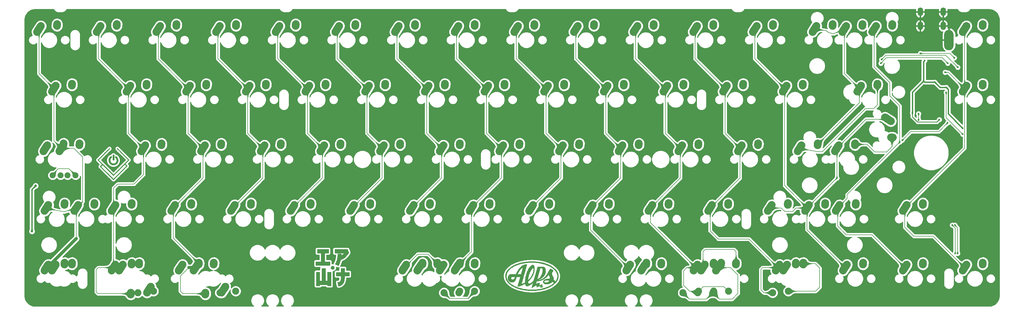
<source format=gbr>
%TF.GenerationSoftware,KiCad,Pcbnew,(5.1.10)-1*%
%TF.CreationDate,2021-07-26T00:01:35+07:00*%
%TF.ProjectId,Leopold Replacement,4c656f70-6f6c-4642-9052-65706c616365,rev?*%
%TF.SameCoordinates,Original*%
%TF.FileFunction,Copper,L1,Top*%
%TF.FilePolarity,Positive*%
%FSLAX46Y46*%
G04 Gerber Fmt 4.6, Leading zero omitted, Abs format (unit mm)*
G04 Created by KiCad (PCBNEW (5.1.10)-1) date 2021-07-26 00:01:35*
%MOMM*%
%LPD*%
G01*
G04 APERTURE LIST*
%TA.AperFunction,EtchedComponent*%
%ADD10C,0.010000*%
%TD*%
%TA.AperFunction,ComponentPad*%
%ADD11C,2.250000*%
%TD*%
%TA.AperFunction,ComponentPad*%
%ADD12O,1.700000X2.700000*%
%TD*%
%TA.AperFunction,ComponentPad*%
%ADD13O,3.000000X6.500000*%
%TD*%
%TA.AperFunction,ComponentPad*%
%ADD14C,1.905000*%
%TD*%
%TA.AperFunction,ViaPad*%
%ADD15C,0.600000*%
%TD*%
%TA.AperFunction,ViaPad*%
%ADD16C,0.800000*%
%TD*%
%TA.AperFunction,Conductor*%
%ADD17C,0.400000*%
%TD*%
%TA.AperFunction,Conductor*%
%ADD18C,0.250000*%
%TD*%
%TA.AperFunction,Conductor*%
%ADD19C,0.200000*%
%TD*%
%TA.AperFunction,Conductor*%
%ADD20C,1.000000*%
%TD*%
%TA.AperFunction,Conductor*%
%ADD21C,0.254000*%
%TD*%
%TA.AperFunction,Conductor*%
%ADD22C,0.100000*%
%TD*%
%TA.AperFunction,Conductor*%
%ADD23C,0.025400*%
%TD*%
G04 APERTURE END LIST*
D10*
%TO.C,LOGO1*%
G36*
X31785908Y-47561352D02*
G01*
X31834084Y-47578594D01*
X31859174Y-47592864D01*
X31890287Y-47614434D01*
X31925884Y-47642051D01*
X31964426Y-47674462D01*
X32004374Y-47710416D01*
X32044191Y-47748657D01*
X32049579Y-47754035D01*
X32119515Y-47828044D01*
X32180849Y-47901737D01*
X32235685Y-47978039D01*
X32286123Y-48059877D01*
X32334265Y-48150177D01*
X32334682Y-48151012D01*
X32387790Y-48270132D01*
X32430260Y-48392856D01*
X32462017Y-48518463D01*
X32482985Y-48646229D01*
X32493090Y-48775432D01*
X32492256Y-48905348D01*
X32480408Y-49035256D01*
X32457472Y-49164432D01*
X32445182Y-49215711D01*
X32413883Y-49319071D01*
X32373222Y-49424178D01*
X32324444Y-49528554D01*
X32268793Y-49629724D01*
X32207513Y-49725209D01*
X32151357Y-49800767D01*
X32124446Y-49832567D01*
X32091086Y-49869044D01*
X32053737Y-49907740D01*
X32014860Y-49946194D01*
X31976915Y-49981946D01*
X31942361Y-50012535D01*
X31926587Y-50025556D01*
X31833817Y-50093736D01*
X31733897Y-50156220D01*
X31628866Y-50212037D01*
X31520763Y-50260217D01*
X31411626Y-50299791D01*
X31303494Y-50329788D01*
X31273036Y-50336471D01*
X31195265Y-50350095D01*
X31112640Y-50360257D01*
X31028699Y-50366710D01*
X30946975Y-50369211D01*
X30871006Y-50367514D01*
X30847327Y-50365954D01*
X30727046Y-50351888D01*
X30609576Y-50328531D01*
X30495255Y-50296425D01*
X30370637Y-50250761D01*
X30251911Y-50195552D01*
X30139455Y-50131248D01*
X30033647Y-50058299D01*
X29934867Y-49977158D01*
X29843493Y-49888275D01*
X29759904Y-49792099D01*
X29684477Y-49689083D01*
X29617593Y-49579677D01*
X29559628Y-49464332D01*
X29510962Y-49343498D01*
X29471974Y-49217626D01*
X29443041Y-49087167D01*
X29434260Y-49033059D01*
X29429665Y-48991628D01*
X29426416Y-48941715D01*
X29424514Y-48886176D01*
X29423960Y-48827865D01*
X29424755Y-48769638D01*
X29426898Y-48714349D01*
X29430392Y-48664854D01*
X29434166Y-48631296D01*
X29458075Y-48499579D01*
X29492605Y-48371439D01*
X29537523Y-48247433D01*
X29592594Y-48128120D01*
X29657586Y-48014057D01*
X29732263Y-47905801D01*
X29745425Y-47888632D01*
X29777006Y-47850205D01*
X29813260Y-47809761D01*
X29852736Y-47768636D01*
X29893985Y-47728165D01*
X29935556Y-47689684D01*
X29975999Y-47654529D01*
X30013865Y-47624035D01*
X30047704Y-47599538D01*
X30076065Y-47582373D01*
X30080092Y-47580351D01*
X30129742Y-47562386D01*
X30181244Y-47555003D01*
X30232854Y-47558027D01*
X30282830Y-47571285D01*
X30329430Y-47594606D01*
X30346902Y-47606841D01*
X30371431Y-47630007D01*
X30395530Y-47660343D01*
X30416409Y-47693854D01*
X30431276Y-47726541D01*
X30432059Y-47728812D01*
X30442346Y-47776282D01*
X30443192Y-47826640D01*
X30434991Y-47876980D01*
X30418134Y-47924391D01*
X30401650Y-47953896D01*
X30388637Y-47970196D01*
X30369728Y-47989817D01*
X30348270Y-48009373D01*
X30340154Y-48016076D01*
X30307665Y-48043688D01*
X30271700Y-48077016D01*
X30234440Y-48113805D01*
X30198062Y-48151799D01*
X30164744Y-48188742D01*
X30136665Y-48222380D01*
X30121458Y-48242520D01*
X30073317Y-48318163D01*
X30030463Y-48401359D01*
X29994251Y-48488943D01*
X29966035Y-48577753D01*
X29951714Y-48639217D01*
X29944018Y-48689211D01*
X29938645Y-48746491D01*
X29935744Y-48807138D01*
X29935466Y-48867231D01*
X29937961Y-48922851D01*
X29940013Y-48945237D01*
X29957176Y-49050017D01*
X29985198Y-49151984D01*
X30023716Y-49250406D01*
X30072364Y-49344548D01*
X30130778Y-49433675D01*
X30198593Y-49517055D01*
X30251225Y-49571380D01*
X30329400Y-49638829D01*
X30415190Y-49698647D01*
X30507096Y-49750077D01*
X30603618Y-49792360D01*
X30703256Y-49824737D01*
X30790721Y-49844156D01*
X30825118Y-49848676D01*
X30867475Y-49851977D01*
X30914801Y-49854030D01*
X30964102Y-49854804D01*
X31012386Y-49854270D01*
X31056661Y-49852399D01*
X31093934Y-49849162D01*
X31107508Y-49847270D01*
X31214358Y-49824357D01*
X31317024Y-49791260D01*
X31414848Y-49748413D01*
X31507172Y-49696253D01*
X31593337Y-49635215D01*
X31672685Y-49565733D01*
X31744558Y-49488244D01*
X31808296Y-49403182D01*
X31829719Y-49369823D01*
X31849422Y-49335388D01*
X31870719Y-49294173D01*
X31891799Y-49250012D01*
X31910849Y-49206740D01*
X31926059Y-49168193D01*
X31929336Y-49158908D01*
X31957778Y-49058149D01*
X31975410Y-48955115D01*
X31982340Y-48850861D01*
X31978674Y-48746447D01*
X31964521Y-48642928D01*
X31939989Y-48541364D01*
X31905184Y-48442810D01*
X31860216Y-48348326D01*
X31843816Y-48319325D01*
X31797924Y-48247465D01*
X31748174Y-48182091D01*
X31692379Y-48120659D01*
X31628351Y-48060624D01*
X31602308Y-48038398D01*
X31577342Y-48016853D01*
X31553887Y-47995320D01*
X31534213Y-47975972D01*
X31520591Y-47960981D01*
X31518262Y-47957985D01*
X31495566Y-47918432D01*
X31480044Y-47873058D01*
X31472354Y-47825225D01*
X31473155Y-47778298D01*
X31477920Y-47752234D01*
X31496211Y-47701626D01*
X31522780Y-47657440D01*
X31556373Y-47620285D01*
X31595740Y-47590773D01*
X31639629Y-47569514D01*
X31686788Y-47557117D01*
X31735965Y-47554193D01*
X31785908Y-47561352D01*
G37*
X31785908Y-47561352D02*
X31834084Y-47578594D01*
X31859174Y-47592864D01*
X31890287Y-47614434D01*
X31925884Y-47642051D01*
X31964426Y-47674462D01*
X32004374Y-47710416D01*
X32044191Y-47748657D01*
X32049579Y-47754035D01*
X32119515Y-47828044D01*
X32180849Y-47901737D01*
X32235685Y-47978039D01*
X32286123Y-48059877D01*
X32334265Y-48150177D01*
X32334682Y-48151012D01*
X32387790Y-48270132D01*
X32430260Y-48392856D01*
X32462017Y-48518463D01*
X32482985Y-48646229D01*
X32493090Y-48775432D01*
X32492256Y-48905348D01*
X32480408Y-49035256D01*
X32457472Y-49164432D01*
X32445182Y-49215711D01*
X32413883Y-49319071D01*
X32373222Y-49424178D01*
X32324444Y-49528554D01*
X32268793Y-49629724D01*
X32207513Y-49725209D01*
X32151357Y-49800767D01*
X32124446Y-49832567D01*
X32091086Y-49869044D01*
X32053737Y-49907740D01*
X32014860Y-49946194D01*
X31976915Y-49981946D01*
X31942361Y-50012535D01*
X31926587Y-50025556D01*
X31833817Y-50093736D01*
X31733897Y-50156220D01*
X31628866Y-50212037D01*
X31520763Y-50260217D01*
X31411626Y-50299791D01*
X31303494Y-50329788D01*
X31273036Y-50336471D01*
X31195265Y-50350095D01*
X31112640Y-50360257D01*
X31028699Y-50366710D01*
X30946975Y-50369211D01*
X30871006Y-50367514D01*
X30847327Y-50365954D01*
X30727046Y-50351888D01*
X30609576Y-50328531D01*
X30495255Y-50296425D01*
X30370637Y-50250761D01*
X30251911Y-50195552D01*
X30139455Y-50131248D01*
X30033647Y-50058299D01*
X29934867Y-49977158D01*
X29843493Y-49888275D01*
X29759904Y-49792099D01*
X29684477Y-49689083D01*
X29617593Y-49579677D01*
X29559628Y-49464332D01*
X29510962Y-49343498D01*
X29471974Y-49217626D01*
X29443041Y-49087167D01*
X29434260Y-49033059D01*
X29429665Y-48991628D01*
X29426416Y-48941715D01*
X29424514Y-48886176D01*
X29423960Y-48827865D01*
X29424755Y-48769638D01*
X29426898Y-48714349D01*
X29430392Y-48664854D01*
X29434166Y-48631296D01*
X29458075Y-48499579D01*
X29492605Y-48371439D01*
X29537523Y-48247433D01*
X29592594Y-48128120D01*
X29657586Y-48014057D01*
X29732263Y-47905801D01*
X29745425Y-47888632D01*
X29777006Y-47850205D01*
X29813260Y-47809761D01*
X29852736Y-47768636D01*
X29893985Y-47728165D01*
X29935556Y-47689684D01*
X29975999Y-47654529D01*
X30013865Y-47624035D01*
X30047704Y-47599538D01*
X30076065Y-47582373D01*
X30080092Y-47580351D01*
X30129742Y-47562386D01*
X30181244Y-47555003D01*
X30232854Y-47558027D01*
X30282830Y-47571285D01*
X30329430Y-47594606D01*
X30346902Y-47606841D01*
X30371431Y-47630007D01*
X30395530Y-47660343D01*
X30416409Y-47693854D01*
X30431276Y-47726541D01*
X30432059Y-47728812D01*
X30442346Y-47776282D01*
X30443192Y-47826640D01*
X30434991Y-47876980D01*
X30418134Y-47924391D01*
X30401650Y-47953896D01*
X30388637Y-47970196D01*
X30369728Y-47989817D01*
X30348270Y-48009373D01*
X30340154Y-48016076D01*
X30307665Y-48043688D01*
X30271700Y-48077016D01*
X30234440Y-48113805D01*
X30198062Y-48151799D01*
X30164744Y-48188742D01*
X30136665Y-48222380D01*
X30121458Y-48242520D01*
X30073317Y-48318163D01*
X30030463Y-48401359D01*
X29994251Y-48488943D01*
X29966035Y-48577753D01*
X29951714Y-48639217D01*
X29944018Y-48689211D01*
X29938645Y-48746491D01*
X29935744Y-48807138D01*
X29935466Y-48867231D01*
X29937961Y-48922851D01*
X29940013Y-48945237D01*
X29957176Y-49050017D01*
X29985198Y-49151984D01*
X30023716Y-49250406D01*
X30072364Y-49344548D01*
X30130778Y-49433675D01*
X30198593Y-49517055D01*
X30251225Y-49571380D01*
X30329400Y-49638829D01*
X30415190Y-49698647D01*
X30507096Y-49750077D01*
X30603618Y-49792360D01*
X30703256Y-49824737D01*
X30790721Y-49844156D01*
X30825118Y-49848676D01*
X30867475Y-49851977D01*
X30914801Y-49854030D01*
X30964102Y-49854804D01*
X31012386Y-49854270D01*
X31056661Y-49852399D01*
X31093934Y-49849162D01*
X31107508Y-49847270D01*
X31214358Y-49824357D01*
X31317024Y-49791260D01*
X31414848Y-49748413D01*
X31507172Y-49696253D01*
X31593337Y-49635215D01*
X31672685Y-49565733D01*
X31744558Y-49488244D01*
X31808296Y-49403182D01*
X31829719Y-49369823D01*
X31849422Y-49335388D01*
X31870719Y-49294173D01*
X31891799Y-49250012D01*
X31910849Y-49206740D01*
X31926059Y-49168193D01*
X31929336Y-49158908D01*
X31957778Y-49058149D01*
X31975410Y-48955115D01*
X31982340Y-48850861D01*
X31978674Y-48746447D01*
X31964521Y-48642928D01*
X31939989Y-48541364D01*
X31905184Y-48442810D01*
X31860216Y-48348326D01*
X31843816Y-48319325D01*
X31797924Y-48247465D01*
X31748174Y-48182091D01*
X31692379Y-48120659D01*
X31628351Y-48060624D01*
X31602308Y-48038398D01*
X31577342Y-48016853D01*
X31553887Y-47995320D01*
X31534213Y-47975972D01*
X31520591Y-47960981D01*
X31518262Y-47957985D01*
X31495566Y-47918432D01*
X31480044Y-47873058D01*
X31472354Y-47825225D01*
X31473155Y-47778298D01*
X31477920Y-47752234D01*
X31496211Y-47701626D01*
X31522780Y-47657440D01*
X31556373Y-47620285D01*
X31595740Y-47590773D01*
X31639629Y-47569514D01*
X31686788Y-47557117D01*
X31735965Y-47554193D01*
X31785908Y-47561352D01*
G36*
X29718980Y-44974152D02*
G01*
X29751573Y-44985278D01*
X29779641Y-45005034D01*
X29793569Y-45021180D01*
X29806841Y-45048520D01*
X29813433Y-45080893D01*
X29812676Y-45113630D01*
X29809080Y-45129485D01*
X29807413Y-45132403D01*
X29803461Y-45137539D01*
X29797020Y-45145099D01*
X29787887Y-45155288D01*
X29775857Y-45168312D01*
X29760727Y-45184377D01*
X29742293Y-45203688D01*
X29720351Y-45226452D01*
X29694697Y-45252874D01*
X29665127Y-45283159D01*
X29631437Y-45317514D01*
X29593423Y-45356145D01*
X29550881Y-45399256D01*
X29503607Y-45447055D01*
X29451398Y-45499745D01*
X29394049Y-45557534D01*
X29331357Y-45620627D01*
X29263117Y-45689230D01*
X29189126Y-45763548D01*
X29109180Y-45843788D01*
X29023074Y-45930154D01*
X28930605Y-46022853D01*
X28831569Y-46122091D01*
X28725762Y-46228073D01*
X28612980Y-46341004D01*
X28493019Y-46461092D01*
X28365675Y-46588540D01*
X28230744Y-46723556D01*
X28088023Y-46866345D01*
X28026097Y-46928295D01*
X26250137Y-48704878D01*
X30959107Y-53413848D01*
X33313597Y-51059353D01*
X35668086Y-48704858D01*
X33894913Y-46931139D01*
X33775599Y-46811766D01*
X33658298Y-46694366D01*
X33543270Y-46579198D01*
X33430775Y-46466524D01*
X33321073Y-46356607D01*
X33214423Y-46249706D01*
X33111085Y-46146083D01*
X33011319Y-46046000D01*
X32915386Y-45949717D01*
X32823544Y-45857496D01*
X32736054Y-45769599D01*
X32653175Y-45686286D01*
X32575167Y-45607820D01*
X32502290Y-45534460D01*
X32434805Y-45466469D01*
X32372970Y-45404107D01*
X32317045Y-45347637D01*
X32267290Y-45297319D01*
X32223966Y-45253415D01*
X32187332Y-45216185D01*
X32157647Y-45185892D01*
X32135172Y-45162796D01*
X32120167Y-45147159D01*
X32112890Y-45139242D01*
X32112227Y-45138363D01*
X32103554Y-45109158D01*
X32103507Y-45076737D01*
X32111421Y-45044517D01*
X32126630Y-45015917D01*
X32138727Y-45002152D01*
X32165845Y-44984176D01*
X32198154Y-44974207D01*
X32232261Y-44972729D01*
X32264770Y-44980226D01*
X32271537Y-44983209D01*
X32276977Y-44987585D01*
X32289086Y-44998684D01*
X32307926Y-45016571D01*
X32333562Y-45041308D01*
X32366059Y-45072960D01*
X32405481Y-45111591D01*
X32451890Y-45157263D01*
X32505353Y-45210041D01*
X32565932Y-45269989D01*
X32633692Y-45337169D01*
X32708697Y-45411646D01*
X32791011Y-45493484D01*
X32880698Y-45582747D01*
X32977822Y-45679497D01*
X33082448Y-45783798D01*
X33194639Y-45895715D01*
X33314459Y-46015312D01*
X33441973Y-46142651D01*
X33577245Y-46277796D01*
X33720338Y-46420811D01*
X33871318Y-46571761D01*
X34030247Y-46730708D01*
X34119224Y-46819714D01*
X35943704Y-48644925D01*
X35950591Y-48674891D01*
X35954476Y-48699578D01*
X35953081Y-48722322D01*
X35950564Y-48734823D01*
X35949534Y-48738975D01*
X35948152Y-48743184D01*
X35946030Y-48747853D01*
X35942783Y-48753384D01*
X35938023Y-48760176D01*
X35931365Y-48768633D01*
X35922422Y-48779156D01*
X35910808Y-48792145D01*
X35896136Y-48808004D01*
X35878021Y-48827132D01*
X35856074Y-48849932D01*
X35829911Y-48876806D01*
X35799145Y-48908154D01*
X35763389Y-48944379D01*
X35722257Y-48985881D01*
X35675363Y-49033062D01*
X35622320Y-49086325D01*
X35562741Y-49146069D01*
X35496241Y-49212698D01*
X35422433Y-49286612D01*
X35343627Y-49365513D01*
X34743603Y-49966237D01*
X35049553Y-50273064D01*
X35106621Y-50330317D01*
X35156158Y-50380087D01*
X35198709Y-50422957D01*
X35234820Y-50459509D01*
X35265038Y-50490329D01*
X35289907Y-50516000D01*
X35309974Y-50537105D01*
X35325784Y-50554228D01*
X35337882Y-50567953D01*
X35346815Y-50578863D01*
X35353128Y-50587543D01*
X35357367Y-50594574D01*
X35360077Y-50600542D01*
X35361805Y-50606030D01*
X35362150Y-50607405D01*
X35365792Y-50641809D01*
X35360664Y-50674686D01*
X35354478Y-50690144D01*
X35350066Y-50694952D01*
X35337816Y-50707595D01*
X35317960Y-50727837D01*
X35290735Y-50755445D01*
X35256374Y-50790181D01*
X35215113Y-50831810D01*
X35167186Y-50880098D01*
X35112827Y-50934809D01*
X35052271Y-50995708D01*
X34985754Y-51062558D01*
X34913508Y-51135125D01*
X34835770Y-51213174D01*
X34752773Y-51296468D01*
X34664752Y-51384773D01*
X34571943Y-51477853D01*
X34474579Y-51575473D01*
X34372895Y-51677398D01*
X34267125Y-51783391D01*
X34157505Y-51893218D01*
X34044269Y-52006644D01*
X33927652Y-52123432D01*
X33807887Y-52243348D01*
X33685211Y-52366156D01*
X33559857Y-52491621D01*
X33432060Y-52619507D01*
X33302054Y-52749580D01*
X33187668Y-52864005D01*
X33012454Y-53039249D01*
X32845210Y-53206486D01*
X32685852Y-53365800D01*
X32534298Y-53517273D01*
X32390463Y-53660989D01*
X32254263Y-53797032D01*
X32125615Y-53925484D01*
X32004435Y-54046430D01*
X31890639Y-54159951D01*
X31784144Y-54266132D01*
X31684866Y-54365056D01*
X31592721Y-54456807D01*
X31507624Y-54541466D01*
X31429494Y-54619118D01*
X31358245Y-54689847D01*
X31293795Y-54753734D01*
X31236059Y-54810865D01*
X31184953Y-54861321D01*
X31140394Y-54905186D01*
X31102299Y-54942544D01*
X31070583Y-54973477D01*
X31045162Y-54998070D01*
X31025954Y-55016405D01*
X31012874Y-55028565D01*
X31005838Y-55034635D01*
X31004766Y-55035346D01*
X30972960Y-55044276D01*
X30937489Y-55043835D01*
X30916294Y-55039192D01*
X30913228Y-55037211D01*
X30907080Y-55032097D01*
X30897677Y-55023677D01*
X30884847Y-55011780D01*
X30868416Y-54996235D01*
X30848212Y-54976869D01*
X30824062Y-54953511D01*
X30795794Y-54925989D01*
X30763233Y-54894132D01*
X30726208Y-54857768D01*
X30684545Y-54816725D01*
X30638072Y-54770832D01*
X30586615Y-54719918D01*
X30530003Y-54663810D01*
X30468062Y-54602337D01*
X30400619Y-54535327D01*
X30327501Y-54462609D01*
X30248536Y-54384010D01*
X30163551Y-54299361D01*
X30072372Y-54208488D01*
X29974828Y-54111220D01*
X29870745Y-54007386D01*
X29759950Y-53896813D01*
X29642270Y-53779331D01*
X29517533Y-53654768D01*
X29385566Y-53522951D01*
X29246196Y-53383710D01*
X29099250Y-53236873D01*
X28944555Y-53082268D01*
X28811496Y-52949269D01*
X28678448Y-52816255D01*
X28547787Y-52685591D01*
X28419740Y-52557503D01*
X28294535Y-52432219D01*
X28172396Y-52309968D01*
X28053553Y-52190977D01*
X27938230Y-52075474D01*
X27826656Y-51963686D01*
X27719056Y-51855842D01*
X27615658Y-51752170D01*
X27516689Y-51652896D01*
X27422375Y-51558249D01*
X27332944Y-51468457D01*
X27248621Y-51383748D01*
X27169635Y-51304348D01*
X27096211Y-51230487D01*
X27028576Y-51162392D01*
X26966958Y-51100291D01*
X26911583Y-51044411D01*
X26862678Y-50994981D01*
X26820470Y-50952227D01*
X26785185Y-50916379D01*
X26757051Y-50887663D01*
X26736294Y-50866308D01*
X26723141Y-50852541D01*
X26717819Y-50846591D01*
X26717730Y-50846442D01*
X26706545Y-50811668D01*
X26706482Y-50793941D01*
X26992148Y-50793941D01*
X28972772Y-52774663D01*
X29098831Y-52900713D01*
X29222876Y-53024718D01*
X29344664Y-53146435D01*
X29463948Y-53265620D01*
X29580484Y-53382029D01*
X29694028Y-53495419D01*
X29804334Y-53605544D01*
X29911158Y-53712163D01*
X30014255Y-53815030D01*
X30113380Y-53913902D01*
X30208288Y-54008535D01*
X30298735Y-54098686D01*
X30384477Y-54184109D01*
X30465267Y-54264563D01*
X30540861Y-54339802D01*
X30611015Y-54409583D01*
X30675484Y-54473662D01*
X30734022Y-54531796D01*
X30786386Y-54583739D01*
X30832330Y-54629250D01*
X30871610Y-54668083D01*
X30903981Y-54699995D01*
X30929197Y-54724742D01*
X30947015Y-54742080D01*
X30957189Y-54751765D01*
X30959652Y-54753863D01*
X30964038Y-54749767D01*
X30976249Y-54737832D01*
X30996044Y-54718297D01*
X31023183Y-54691402D01*
X31057427Y-54657386D01*
X31098535Y-54616490D01*
X31146267Y-54568954D01*
X31200384Y-54515018D01*
X31260644Y-54454920D01*
X31326808Y-54388902D01*
X31398636Y-54317202D01*
X31475887Y-54240062D01*
X31558323Y-54157720D01*
X31645701Y-54070417D01*
X31737783Y-53978392D01*
X31834329Y-53881886D01*
X31935098Y-53781137D01*
X32039849Y-53676387D01*
X32148344Y-53567875D01*
X32260342Y-53455840D01*
X32375603Y-53340523D01*
X32493887Y-53222163D01*
X32614953Y-53101000D01*
X32738562Y-52977275D01*
X32864473Y-52851227D01*
X32992447Y-52723095D01*
X33021246Y-52694258D01*
X35076584Y-50636177D01*
X34825799Y-50385441D01*
X34575015Y-50134705D01*
X32801306Y-51908217D01*
X32645458Y-52064030D01*
X32497542Y-52211873D01*
X32357439Y-52351865D01*
X32225028Y-52484126D01*
X32100188Y-52608777D01*
X31982799Y-52725937D01*
X31872739Y-52835727D01*
X31769888Y-52938265D01*
X31674126Y-53033671D01*
X31585331Y-53122067D01*
X31503383Y-53203571D01*
X31428161Y-53278303D01*
X31359545Y-53346384D01*
X31297413Y-53407933D01*
X31241645Y-53463070D01*
X31192120Y-53511914D01*
X31148718Y-53554587D01*
X31111318Y-53591207D01*
X31079799Y-53621894D01*
X31054040Y-53646769D01*
X31033920Y-53665951D01*
X31019320Y-53679561D01*
X31010118Y-53687717D01*
X31006377Y-53690484D01*
X30982061Y-53696826D01*
X30953441Y-53699003D01*
X30926150Y-53696847D01*
X30912385Y-53693268D01*
X30907195Y-53688821D01*
X30894170Y-53676523D01*
X30873538Y-53656599D01*
X30845529Y-53629279D01*
X30810373Y-53594790D01*
X30768297Y-53553360D01*
X30719531Y-53505216D01*
X30664305Y-53450586D01*
X30602847Y-53389697D01*
X30535387Y-53322778D01*
X30462153Y-53250057D01*
X30383375Y-53171760D01*
X30299281Y-53088115D01*
X30210102Y-52999351D01*
X30116065Y-52905695D01*
X30017400Y-52807375D01*
X29914336Y-52704617D01*
X29807102Y-52597651D01*
X29695928Y-52486704D01*
X29581042Y-52372003D01*
X29462673Y-52253777D01*
X29341051Y-52132252D01*
X29216405Y-52007657D01*
X29196798Y-51988054D01*
X27497278Y-50288811D01*
X26992148Y-50793941D01*
X26706482Y-50793941D01*
X26706420Y-50776635D01*
X26709673Y-50761127D01*
X26711466Y-50755622D01*
X26714299Y-50749564D01*
X26718719Y-50742370D01*
X26725270Y-50733460D01*
X26734497Y-50722253D01*
X26746945Y-50708166D01*
X26763159Y-50690620D01*
X26783685Y-50669033D01*
X26809067Y-50642823D01*
X26839850Y-50611409D01*
X26876580Y-50574211D01*
X26919802Y-50530646D01*
X26970060Y-50480134D01*
X27022858Y-50427149D01*
X27328770Y-50120295D01*
X26654076Y-49445396D01*
X26558218Y-49349456D01*
X26470308Y-49261357D01*
X26390170Y-49180921D01*
X26317629Y-49107970D01*
X26252511Y-49042324D01*
X26194638Y-48983806D01*
X26143837Y-48932236D01*
X26099931Y-48887435D01*
X26062744Y-48849226D01*
X26032103Y-48817429D01*
X26007830Y-48791865D01*
X25989752Y-48772356D01*
X25977691Y-48758724D01*
X25971473Y-48750789D01*
X25970625Y-48749276D01*
X25962877Y-48716617D01*
X25964567Y-48682304D01*
X25972834Y-48656340D01*
X25977716Y-48650473D01*
X25990373Y-48636873D01*
X26010493Y-48615853D01*
X26037766Y-48587723D01*
X26071878Y-48552795D01*
X26112520Y-48511381D01*
X26159379Y-48463792D01*
X26212143Y-48410339D01*
X26270501Y-48351334D01*
X26334142Y-48287088D01*
X26402753Y-48217912D01*
X26476024Y-48144119D01*
X26553643Y-48066019D01*
X26635297Y-47983924D01*
X26720677Y-47898145D01*
X26809469Y-47808993D01*
X26901362Y-47716781D01*
X26996046Y-47621819D01*
X27093208Y-47524420D01*
X27192536Y-47424893D01*
X27293719Y-47323552D01*
X27396446Y-47220706D01*
X27500405Y-47116668D01*
X27605285Y-47011749D01*
X27710773Y-46906261D01*
X27816558Y-46800514D01*
X27922329Y-46694820D01*
X28027774Y-46589492D01*
X28132581Y-46484839D01*
X28236440Y-46381174D01*
X28339037Y-46278808D01*
X28440063Y-46178052D01*
X28539205Y-46079217D01*
X28636151Y-45982616D01*
X28730590Y-45888560D01*
X28822211Y-45797359D01*
X28910701Y-45709326D01*
X28995750Y-45624772D01*
X29077046Y-45544008D01*
X29154277Y-45467346D01*
X29227131Y-45395097D01*
X29295297Y-45327572D01*
X29358464Y-45265083D01*
X29416320Y-45207942D01*
X29468552Y-45156459D01*
X29514851Y-45110947D01*
X29554904Y-45071716D01*
X29588399Y-45039078D01*
X29615025Y-45013344D01*
X29634470Y-44994826D01*
X29646424Y-44983836D01*
X29650392Y-44980669D01*
X29684405Y-44972376D01*
X29718980Y-44974152D01*
G37*
X29718980Y-44974152D02*
X29751573Y-44985278D01*
X29779641Y-45005034D01*
X29793569Y-45021180D01*
X29806841Y-45048520D01*
X29813433Y-45080893D01*
X29812676Y-45113630D01*
X29809080Y-45129485D01*
X29807413Y-45132403D01*
X29803461Y-45137539D01*
X29797020Y-45145099D01*
X29787887Y-45155288D01*
X29775857Y-45168312D01*
X29760727Y-45184377D01*
X29742293Y-45203688D01*
X29720351Y-45226452D01*
X29694697Y-45252874D01*
X29665127Y-45283159D01*
X29631437Y-45317514D01*
X29593423Y-45356145D01*
X29550881Y-45399256D01*
X29503607Y-45447055D01*
X29451398Y-45499745D01*
X29394049Y-45557534D01*
X29331357Y-45620627D01*
X29263117Y-45689230D01*
X29189126Y-45763548D01*
X29109180Y-45843788D01*
X29023074Y-45930154D01*
X28930605Y-46022853D01*
X28831569Y-46122091D01*
X28725762Y-46228073D01*
X28612980Y-46341004D01*
X28493019Y-46461092D01*
X28365675Y-46588540D01*
X28230744Y-46723556D01*
X28088023Y-46866345D01*
X28026097Y-46928295D01*
X26250137Y-48704878D01*
X30959107Y-53413848D01*
X33313597Y-51059353D01*
X35668086Y-48704858D01*
X33894913Y-46931139D01*
X33775599Y-46811766D01*
X33658298Y-46694366D01*
X33543270Y-46579198D01*
X33430775Y-46466524D01*
X33321073Y-46356607D01*
X33214423Y-46249706D01*
X33111085Y-46146083D01*
X33011319Y-46046000D01*
X32915386Y-45949717D01*
X32823544Y-45857496D01*
X32736054Y-45769599D01*
X32653175Y-45686286D01*
X32575167Y-45607820D01*
X32502290Y-45534460D01*
X32434805Y-45466469D01*
X32372970Y-45404107D01*
X32317045Y-45347637D01*
X32267290Y-45297319D01*
X32223966Y-45253415D01*
X32187332Y-45216185D01*
X32157647Y-45185892D01*
X32135172Y-45162796D01*
X32120167Y-45147159D01*
X32112890Y-45139242D01*
X32112227Y-45138363D01*
X32103554Y-45109158D01*
X32103507Y-45076737D01*
X32111421Y-45044517D01*
X32126630Y-45015917D01*
X32138727Y-45002152D01*
X32165845Y-44984176D01*
X32198154Y-44974207D01*
X32232261Y-44972729D01*
X32264770Y-44980226D01*
X32271537Y-44983209D01*
X32276977Y-44987585D01*
X32289086Y-44998684D01*
X32307926Y-45016571D01*
X32333562Y-45041308D01*
X32366059Y-45072960D01*
X32405481Y-45111591D01*
X32451890Y-45157263D01*
X32505353Y-45210041D01*
X32565932Y-45269989D01*
X32633692Y-45337169D01*
X32708697Y-45411646D01*
X32791011Y-45493484D01*
X32880698Y-45582747D01*
X32977822Y-45679497D01*
X33082448Y-45783798D01*
X33194639Y-45895715D01*
X33314459Y-46015312D01*
X33441973Y-46142651D01*
X33577245Y-46277796D01*
X33720338Y-46420811D01*
X33871318Y-46571761D01*
X34030247Y-46730708D01*
X34119224Y-46819714D01*
X35943704Y-48644925D01*
X35950591Y-48674891D01*
X35954476Y-48699578D01*
X35953081Y-48722322D01*
X35950564Y-48734823D01*
X35949534Y-48738975D01*
X35948152Y-48743184D01*
X35946030Y-48747853D01*
X35942783Y-48753384D01*
X35938023Y-48760176D01*
X35931365Y-48768633D01*
X35922422Y-48779156D01*
X35910808Y-48792145D01*
X35896136Y-48808004D01*
X35878021Y-48827132D01*
X35856074Y-48849932D01*
X35829911Y-48876806D01*
X35799145Y-48908154D01*
X35763389Y-48944379D01*
X35722257Y-48985881D01*
X35675363Y-49033062D01*
X35622320Y-49086325D01*
X35562741Y-49146069D01*
X35496241Y-49212698D01*
X35422433Y-49286612D01*
X35343627Y-49365513D01*
X34743603Y-49966237D01*
X35049553Y-50273064D01*
X35106621Y-50330317D01*
X35156158Y-50380087D01*
X35198709Y-50422957D01*
X35234820Y-50459509D01*
X35265038Y-50490329D01*
X35289907Y-50516000D01*
X35309974Y-50537105D01*
X35325784Y-50554228D01*
X35337882Y-50567953D01*
X35346815Y-50578863D01*
X35353128Y-50587543D01*
X35357367Y-50594574D01*
X35360077Y-50600542D01*
X35361805Y-50606030D01*
X35362150Y-50607405D01*
X35365792Y-50641809D01*
X35360664Y-50674686D01*
X35354478Y-50690144D01*
X35350066Y-50694952D01*
X35337816Y-50707595D01*
X35317960Y-50727837D01*
X35290735Y-50755445D01*
X35256374Y-50790181D01*
X35215113Y-50831810D01*
X35167186Y-50880098D01*
X35112827Y-50934809D01*
X35052271Y-50995708D01*
X34985754Y-51062558D01*
X34913508Y-51135125D01*
X34835770Y-51213174D01*
X34752773Y-51296468D01*
X34664752Y-51384773D01*
X34571943Y-51477853D01*
X34474579Y-51575473D01*
X34372895Y-51677398D01*
X34267125Y-51783391D01*
X34157505Y-51893218D01*
X34044269Y-52006644D01*
X33927652Y-52123432D01*
X33807887Y-52243348D01*
X33685211Y-52366156D01*
X33559857Y-52491621D01*
X33432060Y-52619507D01*
X33302054Y-52749580D01*
X33187668Y-52864005D01*
X33012454Y-53039249D01*
X32845210Y-53206486D01*
X32685852Y-53365800D01*
X32534298Y-53517273D01*
X32390463Y-53660989D01*
X32254263Y-53797032D01*
X32125615Y-53925484D01*
X32004435Y-54046430D01*
X31890639Y-54159951D01*
X31784144Y-54266132D01*
X31684866Y-54365056D01*
X31592721Y-54456807D01*
X31507624Y-54541466D01*
X31429494Y-54619118D01*
X31358245Y-54689847D01*
X31293795Y-54753734D01*
X31236059Y-54810865D01*
X31184953Y-54861321D01*
X31140394Y-54905186D01*
X31102299Y-54942544D01*
X31070583Y-54973477D01*
X31045162Y-54998070D01*
X31025954Y-55016405D01*
X31012874Y-55028565D01*
X31005838Y-55034635D01*
X31004766Y-55035346D01*
X30972960Y-55044276D01*
X30937489Y-55043835D01*
X30916294Y-55039192D01*
X30913228Y-55037211D01*
X30907080Y-55032097D01*
X30897677Y-55023677D01*
X30884847Y-55011780D01*
X30868416Y-54996235D01*
X30848212Y-54976869D01*
X30824062Y-54953511D01*
X30795794Y-54925989D01*
X30763233Y-54894132D01*
X30726208Y-54857768D01*
X30684545Y-54816725D01*
X30638072Y-54770832D01*
X30586615Y-54719918D01*
X30530003Y-54663810D01*
X30468062Y-54602337D01*
X30400619Y-54535327D01*
X30327501Y-54462609D01*
X30248536Y-54384010D01*
X30163551Y-54299361D01*
X30072372Y-54208488D01*
X29974828Y-54111220D01*
X29870745Y-54007386D01*
X29759950Y-53896813D01*
X29642270Y-53779331D01*
X29517533Y-53654768D01*
X29385566Y-53522951D01*
X29246196Y-53383710D01*
X29099250Y-53236873D01*
X28944555Y-53082268D01*
X28811496Y-52949269D01*
X28678448Y-52816255D01*
X28547787Y-52685591D01*
X28419740Y-52557503D01*
X28294535Y-52432219D01*
X28172396Y-52309968D01*
X28053553Y-52190977D01*
X27938230Y-52075474D01*
X27826656Y-51963686D01*
X27719056Y-51855842D01*
X27615658Y-51752170D01*
X27516689Y-51652896D01*
X27422375Y-51558249D01*
X27332944Y-51468457D01*
X27248621Y-51383748D01*
X27169635Y-51304348D01*
X27096211Y-51230487D01*
X27028576Y-51162392D01*
X26966958Y-51100291D01*
X26911583Y-51044411D01*
X26862678Y-50994981D01*
X26820470Y-50952227D01*
X26785185Y-50916379D01*
X26757051Y-50887663D01*
X26736294Y-50866308D01*
X26723141Y-50852541D01*
X26717819Y-50846591D01*
X26717730Y-50846442D01*
X26706545Y-50811668D01*
X26706482Y-50793941D01*
X26992148Y-50793941D01*
X28972772Y-52774663D01*
X29098831Y-52900713D01*
X29222876Y-53024718D01*
X29344664Y-53146435D01*
X29463948Y-53265620D01*
X29580484Y-53382029D01*
X29694028Y-53495419D01*
X29804334Y-53605544D01*
X29911158Y-53712163D01*
X30014255Y-53815030D01*
X30113380Y-53913902D01*
X30208288Y-54008535D01*
X30298735Y-54098686D01*
X30384477Y-54184109D01*
X30465267Y-54264563D01*
X30540861Y-54339802D01*
X30611015Y-54409583D01*
X30675484Y-54473662D01*
X30734022Y-54531796D01*
X30786386Y-54583739D01*
X30832330Y-54629250D01*
X30871610Y-54668083D01*
X30903981Y-54699995D01*
X30929197Y-54724742D01*
X30947015Y-54742080D01*
X30957189Y-54751765D01*
X30959652Y-54753863D01*
X30964038Y-54749767D01*
X30976249Y-54737832D01*
X30996044Y-54718297D01*
X31023183Y-54691402D01*
X31057427Y-54657386D01*
X31098535Y-54616490D01*
X31146267Y-54568954D01*
X31200384Y-54515018D01*
X31260644Y-54454920D01*
X31326808Y-54388902D01*
X31398636Y-54317202D01*
X31475887Y-54240062D01*
X31558323Y-54157720D01*
X31645701Y-54070417D01*
X31737783Y-53978392D01*
X31834329Y-53881886D01*
X31935098Y-53781137D01*
X32039849Y-53676387D01*
X32148344Y-53567875D01*
X32260342Y-53455840D01*
X32375603Y-53340523D01*
X32493887Y-53222163D01*
X32614953Y-53101000D01*
X32738562Y-52977275D01*
X32864473Y-52851227D01*
X32992447Y-52723095D01*
X33021246Y-52694258D01*
X35076584Y-50636177D01*
X34825799Y-50385441D01*
X34575015Y-50134705D01*
X32801306Y-51908217D01*
X32645458Y-52064030D01*
X32497542Y-52211873D01*
X32357439Y-52351865D01*
X32225028Y-52484126D01*
X32100188Y-52608777D01*
X31982799Y-52725937D01*
X31872739Y-52835727D01*
X31769888Y-52938265D01*
X31674126Y-53033671D01*
X31585331Y-53122067D01*
X31503383Y-53203571D01*
X31428161Y-53278303D01*
X31359545Y-53346384D01*
X31297413Y-53407933D01*
X31241645Y-53463070D01*
X31192120Y-53511914D01*
X31148718Y-53554587D01*
X31111318Y-53591207D01*
X31079799Y-53621894D01*
X31054040Y-53646769D01*
X31033920Y-53665951D01*
X31019320Y-53679561D01*
X31010118Y-53687717D01*
X31006377Y-53690484D01*
X30982061Y-53696826D01*
X30953441Y-53699003D01*
X30926150Y-53696847D01*
X30912385Y-53693268D01*
X30907195Y-53688821D01*
X30894170Y-53676523D01*
X30873538Y-53656599D01*
X30845529Y-53629279D01*
X30810373Y-53594790D01*
X30768297Y-53553360D01*
X30719531Y-53505216D01*
X30664305Y-53450586D01*
X30602847Y-53389697D01*
X30535387Y-53322778D01*
X30462153Y-53250057D01*
X30383375Y-53171760D01*
X30299281Y-53088115D01*
X30210102Y-52999351D01*
X30116065Y-52905695D01*
X30017400Y-52807375D01*
X29914336Y-52704617D01*
X29807102Y-52597651D01*
X29695928Y-52486704D01*
X29581042Y-52372003D01*
X29462673Y-52253777D01*
X29341051Y-52132252D01*
X29216405Y-52007657D01*
X29196798Y-51988054D01*
X27497278Y-50288811D01*
X26992148Y-50793941D01*
X26706482Y-50793941D01*
X26706420Y-50776635D01*
X26709673Y-50761127D01*
X26711466Y-50755622D01*
X26714299Y-50749564D01*
X26718719Y-50742370D01*
X26725270Y-50733460D01*
X26734497Y-50722253D01*
X26746945Y-50708166D01*
X26763159Y-50690620D01*
X26783685Y-50669033D01*
X26809067Y-50642823D01*
X26839850Y-50611409D01*
X26876580Y-50574211D01*
X26919802Y-50530646D01*
X26970060Y-50480134D01*
X27022858Y-50427149D01*
X27328770Y-50120295D01*
X26654076Y-49445396D01*
X26558218Y-49349456D01*
X26470308Y-49261357D01*
X26390170Y-49180921D01*
X26317629Y-49107970D01*
X26252511Y-49042324D01*
X26194638Y-48983806D01*
X26143837Y-48932236D01*
X26099931Y-48887435D01*
X26062744Y-48849226D01*
X26032103Y-48817429D01*
X26007830Y-48791865D01*
X25989752Y-48772356D01*
X25977691Y-48758724D01*
X25971473Y-48750789D01*
X25970625Y-48749276D01*
X25962877Y-48716617D01*
X25964567Y-48682304D01*
X25972834Y-48656340D01*
X25977716Y-48650473D01*
X25990373Y-48636873D01*
X26010493Y-48615853D01*
X26037766Y-48587723D01*
X26071878Y-48552795D01*
X26112520Y-48511381D01*
X26159379Y-48463792D01*
X26212143Y-48410339D01*
X26270501Y-48351334D01*
X26334142Y-48287088D01*
X26402753Y-48217912D01*
X26476024Y-48144119D01*
X26553643Y-48066019D01*
X26635297Y-47983924D01*
X26720677Y-47898145D01*
X26809469Y-47808993D01*
X26901362Y-47716781D01*
X26996046Y-47621819D01*
X27093208Y-47524420D01*
X27192536Y-47424893D01*
X27293719Y-47323552D01*
X27396446Y-47220706D01*
X27500405Y-47116668D01*
X27605285Y-47011749D01*
X27710773Y-46906261D01*
X27816558Y-46800514D01*
X27922329Y-46694820D01*
X28027774Y-46589492D01*
X28132581Y-46484839D01*
X28236440Y-46381174D01*
X28339037Y-46278808D01*
X28440063Y-46178052D01*
X28539205Y-46079217D01*
X28636151Y-45982616D01*
X28730590Y-45888560D01*
X28822211Y-45797359D01*
X28910701Y-45709326D01*
X28995750Y-45624772D01*
X29077046Y-45544008D01*
X29154277Y-45467346D01*
X29227131Y-45395097D01*
X29295297Y-45327572D01*
X29358464Y-45265083D01*
X29416320Y-45207942D01*
X29468552Y-45156459D01*
X29514851Y-45110947D01*
X29554904Y-45071716D01*
X29588399Y-45039078D01*
X29615025Y-45013344D01*
X29634470Y-44994826D01*
X29646424Y-44983836D01*
X29650392Y-44980669D01*
X29684405Y-44972376D01*
X29718980Y-44974152D01*
G36*
X31004963Y-47045294D02*
G01*
X31046870Y-47056753D01*
X31058130Y-47061313D01*
X31101264Y-47085933D01*
X31139763Y-47118816D01*
X31171650Y-47157789D01*
X31194949Y-47200677D01*
X31201627Y-47219105D01*
X31203358Y-47224941D01*
X31204906Y-47231049D01*
X31206280Y-47238068D01*
X31207491Y-47246636D01*
X31208549Y-47257393D01*
X31209463Y-47270977D01*
X31210245Y-47288028D01*
X31210904Y-47309184D01*
X31211451Y-47335085D01*
X31211895Y-47366370D01*
X31212246Y-47403677D01*
X31212515Y-47447645D01*
X31212713Y-47498914D01*
X31212848Y-47558123D01*
X31212932Y-47625910D01*
X31212973Y-47702914D01*
X31212984Y-47789776D01*
X31212973Y-47887132D01*
X31212964Y-47933470D01*
X31212893Y-48042219D01*
X31212729Y-48142915D01*
X31212474Y-48235230D01*
X31212131Y-48318841D01*
X31211703Y-48393422D01*
X31211193Y-48458649D01*
X31210602Y-48514196D01*
X31209934Y-48559740D01*
X31209192Y-48594954D01*
X31208377Y-48619515D01*
X31207494Y-48633096D01*
X31207174Y-48635172D01*
X31193502Y-48675953D01*
X31171321Y-48714216D01*
X31143217Y-48748245D01*
X31111990Y-48778309D01*
X31081518Y-48799970D01*
X31048379Y-48815452D01*
X31030843Y-48821246D01*
X30998038Y-48827712D01*
X30960258Y-48830097D01*
X30922144Y-48828451D01*
X30888342Y-48822820D01*
X30877562Y-48819636D01*
X30830410Y-48797503D01*
X30788776Y-48766325D01*
X30753936Y-48727651D01*
X30727171Y-48683033D01*
X30709760Y-48634022D01*
X30705278Y-48610677D01*
X30704389Y-48598582D01*
X30703575Y-48575994D01*
X30702836Y-48543827D01*
X30702172Y-48502996D01*
X30701583Y-48454415D01*
X30701069Y-48398998D01*
X30700629Y-48337660D01*
X30700264Y-48271315D01*
X30699973Y-48200878D01*
X30699757Y-48127262D01*
X30699615Y-48051382D01*
X30699548Y-47974152D01*
X30699555Y-47896487D01*
X30699636Y-47819302D01*
X30699791Y-47743509D01*
X30700020Y-47670025D01*
X30700324Y-47599762D01*
X30700701Y-47533636D01*
X30701153Y-47472561D01*
X30701678Y-47417451D01*
X30702277Y-47369220D01*
X30702950Y-47328783D01*
X30703696Y-47297054D01*
X30704516Y-47274948D01*
X30705373Y-47263621D01*
X30718318Y-47212146D01*
X30741031Y-47165181D01*
X30772361Y-47123904D01*
X30811155Y-47089497D01*
X30856261Y-47063139D01*
X30906529Y-47046010D01*
X30920507Y-47043178D01*
X30961176Y-47040550D01*
X31004963Y-47045294D01*
G37*
X31004963Y-47045294D02*
X31046870Y-47056753D01*
X31058130Y-47061313D01*
X31101264Y-47085933D01*
X31139763Y-47118816D01*
X31171650Y-47157789D01*
X31194949Y-47200677D01*
X31201627Y-47219105D01*
X31203358Y-47224941D01*
X31204906Y-47231049D01*
X31206280Y-47238068D01*
X31207491Y-47246636D01*
X31208549Y-47257393D01*
X31209463Y-47270977D01*
X31210245Y-47288028D01*
X31210904Y-47309184D01*
X31211451Y-47335085D01*
X31211895Y-47366370D01*
X31212246Y-47403677D01*
X31212515Y-47447645D01*
X31212713Y-47498914D01*
X31212848Y-47558123D01*
X31212932Y-47625910D01*
X31212973Y-47702914D01*
X31212984Y-47789776D01*
X31212973Y-47887132D01*
X31212964Y-47933470D01*
X31212893Y-48042219D01*
X31212729Y-48142915D01*
X31212474Y-48235230D01*
X31212131Y-48318841D01*
X31211703Y-48393422D01*
X31211193Y-48458649D01*
X31210602Y-48514196D01*
X31209934Y-48559740D01*
X31209192Y-48594954D01*
X31208377Y-48619515D01*
X31207494Y-48633096D01*
X31207174Y-48635172D01*
X31193502Y-48675953D01*
X31171321Y-48714216D01*
X31143217Y-48748245D01*
X31111990Y-48778309D01*
X31081518Y-48799970D01*
X31048379Y-48815452D01*
X31030843Y-48821246D01*
X30998038Y-48827712D01*
X30960258Y-48830097D01*
X30922144Y-48828451D01*
X30888342Y-48822820D01*
X30877562Y-48819636D01*
X30830410Y-48797503D01*
X30788776Y-48766325D01*
X30753936Y-48727651D01*
X30727171Y-48683033D01*
X30709760Y-48634022D01*
X30705278Y-48610677D01*
X30704389Y-48598582D01*
X30703575Y-48575994D01*
X30702836Y-48543827D01*
X30702172Y-48502996D01*
X30701583Y-48454415D01*
X30701069Y-48398998D01*
X30700629Y-48337660D01*
X30700264Y-48271315D01*
X30699973Y-48200878D01*
X30699757Y-48127262D01*
X30699615Y-48051382D01*
X30699548Y-47974152D01*
X30699555Y-47896487D01*
X30699636Y-47819302D01*
X30699791Y-47743509D01*
X30700020Y-47670025D01*
X30700324Y-47599762D01*
X30700701Y-47533636D01*
X30701153Y-47472561D01*
X30701678Y-47417451D01*
X30702277Y-47369220D01*
X30702950Y-47328783D01*
X30703696Y-47297054D01*
X30704516Y-47274948D01*
X30705373Y-47263621D01*
X30718318Y-47212146D01*
X30741031Y-47165181D01*
X30772361Y-47123904D01*
X30811155Y-47089497D01*
X30856261Y-47063139D01*
X30906529Y-47046010D01*
X30920507Y-47043178D01*
X30961176Y-47040550D01*
X31004963Y-47045294D01*
%TO.C,G\u002A\u002A\u002A*%
G36*
X104633667Y-84494917D02*
G01*
X106147083Y-84494917D01*
X106147083Y-85712000D01*
X104633667Y-85712000D01*
X104633520Y-85878687D01*
X104631849Y-86014483D01*
X104627268Y-86159249D01*
X104620086Y-86308563D01*
X104610611Y-86458004D01*
X104599150Y-86603150D01*
X104586010Y-86739578D01*
X104571501Y-86862867D01*
X104558926Y-86950250D01*
X104530299Y-87101062D01*
X104492169Y-87257262D01*
X104446265Y-87413365D01*
X104394313Y-87563888D01*
X104338041Y-87703347D01*
X104288917Y-87807500D01*
X104197087Y-87971306D01*
X104094769Y-88122187D01*
X103978235Y-88265219D01*
X103865417Y-88384222D01*
X103740978Y-88496234D01*
X103606967Y-88594394D01*
X103461767Y-88679465D01*
X103303759Y-88752211D01*
X103131328Y-88813396D01*
X102942854Y-88863783D01*
X102779434Y-88896832D01*
X102722387Y-88906932D01*
X102682837Y-88913517D01*
X102657402Y-88916545D01*
X102642699Y-88915972D01*
X102635347Y-88911757D01*
X102631962Y-88903855D01*
X102629859Y-88894937D01*
X102625198Y-88874709D01*
X102616824Y-88837041D01*
X102605216Y-88784162D01*
X102590855Y-88718301D01*
X102574218Y-88641686D01*
X102555785Y-88556545D01*
X102536036Y-88465107D01*
X102515447Y-88369600D01*
X102494500Y-88272253D01*
X102473673Y-88175293D01*
X102453445Y-88080950D01*
X102434295Y-87991451D01*
X102416702Y-87909026D01*
X102401145Y-87835901D01*
X102388104Y-87774307D01*
X102378056Y-87726471D01*
X102371482Y-87694621D01*
X102368860Y-87680986D01*
X102368833Y-87680695D01*
X102379211Y-87676349D01*
X102409567Y-87673036D01*
X102458734Y-87670829D01*
X102525545Y-87669799D01*
X102546104Y-87669733D01*
X102658343Y-87667206D01*
X102753203Y-87659192D01*
X102833997Y-87644658D01*
X102904038Y-87622571D01*
X102966639Y-87591898D01*
X103025114Y-87551609D01*
X103079976Y-87503374D01*
X103151306Y-87427840D01*
X103214401Y-87345774D01*
X103269608Y-87255825D01*
X103317274Y-87156643D01*
X103357748Y-87046879D01*
X103391376Y-86925181D01*
X103418506Y-86790201D01*
X103439486Y-86640587D01*
X103454662Y-86474990D01*
X103464384Y-86292060D01*
X103468997Y-86090446D01*
X103469500Y-85989993D01*
X103469500Y-85712000D01*
X101956083Y-85712000D01*
X101956083Y-84494917D01*
X103469500Y-84494917D01*
X103469500Y-83224917D01*
X104633667Y-83224917D01*
X104633667Y-84494917D01*
G37*
X104633667Y-84494917D02*
X106147083Y-84494917D01*
X106147083Y-85712000D01*
X104633667Y-85712000D01*
X104633520Y-85878687D01*
X104631849Y-86014483D01*
X104627268Y-86159249D01*
X104620086Y-86308563D01*
X104610611Y-86458004D01*
X104599150Y-86603150D01*
X104586010Y-86739578D01*
X104571501Y-86862867D01*
X104558926Y-86950250D01*
X104530299Y-87101062D01*
X104492169Y-87257262D01*
X104446265Y-87413365D01*
X104394313Y-87563888D01*
X104338041Y-87703347D01*
X104288917Y-87807500D01*
X104197087Y-87971306D01*
X104094769Y-88122187D01*
X103978235Y-88265219D01*
X103865417Y-88384222D01*
X103740978Y-88496234D01*
X103606967Y-88594394D01*
X103461767Y-88679465D01*
X103303759Y-88752211D01*
X103131328Y-88813396D01*
X102942854Y-88863783D01*
X102779434Y-88896832D01*
X102722387Y-88906932D01*
X102682837Y-88913517D01*
X102657402Y-88916545D01*
X102642699Y-88915972D01*
X102635347Y-88911757D01*
X102631962Y-88903855D01*
X102629859Y-88894937D01*
X102625198Y-88874709D01*
X102616824Y-88837041D01*
X102605216Y-88784162D01*
X102590855Y-88718301D01*
X102574218Y-88641686D01*
X102555785Y-88556545D01*
X102536036Y-88465107D01*
X102515447Y-88369600D01*
X102494500Y-88272253D01*
X102473673Y-88175293D01*
X102453445Y-88080950D01*
X102434295Y-87991451D01*
X102416702Y-87909026D01*
X102401145Y-87835901D01*
X102388104Y-87774307D01*
X102378056Y-87726471D01*
X102371482Y-87694621D01*
X102368860Y-87680986D01*
X102368833Y-87680695D01*
X102379211Y-87676349D01*
X102409567Y-87673036D01*
X102458734Y-87670829D01*
X102525545Y-87669799D01*
X102546104Y-87669733D01*
X102658343Y-87667206D01*
X102753203Y-87659192D01*
X102833997Y-87644658D01*
X102904038Y-87622571D01*
X102966639Y-87591898D01*
X103025114Y-87551609D01*
X103079976Y-87503374D01*
X103151306Y-87427840D01*
X103214401Y-87345774D01*
X103269608Y-87255825D01*
X103317274Y-87156643D01*
X103357748Y-87046879D01*
X103391376Y-86925181D01*
X103418506Y-86790201D01*
X103439486Y-86640587D01*
X103454662Y-86474990D01*
X103464384Y-86292060D01*
X103468997Y-86090446D01*
X103469500Y-85989993D01*
X103469500Y-85712000D01*
X101956083Y-85712000D01*
X101956083Y-84494917D01*
X103469500Y-84494917D01*
X103469500Y-83224917D01*
X104633667Y-83224917D01*
X104633667Y-84494917D01*
G36*
X98529702Y-85248979D02*
G01*
X98532375Y-87273042D01*
X99172667Y-87278644D01*
X99172667Y-84410250D01*
X100326250Y-84410250D01*
X100326250Y-88834083D01*
X99172667Y-88834083D01*
X99172667Y-88484833D01*
X96727917Y-88484833D01*
X96727917Y-88834083D01*
X95574333Y-88834083D01*
X95574333Y-84410250D01*
X96727917Y-84410250D01*
X96727917Y-87278333D01*
X97373500Y-87278333D01*
X97373500Y-83224917D01*
X98527029Y-83224917D01*
X98529702Y-85248979D01*
G37*
X98529702Y-85248979D02*
X98532375Y-87273042D01*
X99172667Y-87278644D01*
X99172667Y-84410250D01*
X100326250Y-84410250D01*
X100326250Y-88834083D01*
X99172667Y-88834083D01*
X99172667Y-88484833D01*
X96727917Y-88484833D01*
X96727917Y-88834083D01*
X95574333Y-88834083D01*
X95574333Y-84410250D01*
X96727917Y-84410250D01*
X96727917Y-87278333D01*
X97373500Y-87278333D01*
X97373500Y-83224917D01*
X98527029Y-83224917D01*
X98529702Y-85248979D01*
G36*
X100870600Y-82473794D02*
G01*
X100970760Y-82494769D01*
X101066597Y-82533690D01*
X101155520Y-82590558D01*
X101209370Y-82638129D01*
X101279971Y-82722770D01*
X101331302Y-82816147D01*
X101363285Y-82918072D01*
X101375844Y-83028360D01*
X101376049Y-83045000D01*
X101372093Y-83123645D01*
X101358767Y-83193517D01*
X101333883Y-83263805D01*
X101313349Y-83308268D01*
X101258617Y-83396258D01*
X101188573Y-83471835D01*
X101106013Y-83533543D01*
X101013734Y-83579925D01*
X100914534Y-83609524D01*
X100811209Y-83620884D01*
X100723625Y-83615317D01*
X100616776Y-83590573D01*
X100521335Y-83548572D01*
X100434947Y-83488142D01*
X100395629Y-83451870D01*
X100325115Y-83367062D01*
X100273502Y-83272931D01*
X100241169Y-83170402D01*
X100228498Y-83060399D01*
X100228314Y-83045000D01*
X100238297Y-82934057D01*
X100267993Y-82830463D01*
X100317022Y-82735142D01*
X100385002Y-82649020D01*
X100395629Y-82638129D01*
X100478543Y-82569368D01*
X100570088Y-82518554D01*
X100667673Y-82485687D01*
X100768707Y-82470767D01*
X100870600Y-82473794D01*
G37*
X100870600Y-82473794D02*
X100970760Y-82494769D01*
X101066597Y-82533690D01*
X101155520Y-82590558D01*
X101209370Y-82638129D01*
X101279971Y-82722770D01*
X101331302Y-82816147D01*
X101363285Y-82918072D01*
X101375844Y-83028360D01*
X101376049Y-83045000D01*
X101372093Y-83123645D01*
X101358767Y-83193517D01*
X101333883Y-83263805D01*
X101313349Y-83308268D01*
X101258617Y-83396258D01*
X101188573Y-83471835D01*
X101106013Y-83533543D01*
X101013734Y-83579925D01*
X100914534Y-83609524D01*
X100811209Y-83620884D01*
X100723625Y-83615317D01*
X100616776Y-83590573D01*
X100521335Y-83548572D01*
X100434947Y-83488142D01*
X100395629Y-83451870D01*
X100325115Y-83367062D01*
X100273502Y-83272931D01*
X100241169Y-83170402D01*
X100228498Y-83060399D01*
X100228314Y-83045000D01*
X100238297Y-82934057D01*
X100267993Y-82830463D01*
X100317022Y-82735142D01*
X100385002Y-82649020D01*
X100395629Y-82638129D01*
X100478543Y-82569368D01*
X100570088Y-82518554D01*
X100667673Y-82485687D01*
X100768707Y-82470767D01*
X100870600Y-82473794D01*
G36*
X103540937Y-77192535D02*
G01*
X105591458Y-77192654D01*
X105789227Y-77734516D01*
X105986995Y-78276379D01*
X105917219Y-78392188D01*
X105726173Y-78691185D01*
X105524224Y-78972112D01*
X105311407Y-79234928D01*
X105087752Y-79479590D01*
X105036276Y-79531797D01*
X104881142Y-79680557D01*
X104728876Y-79812802D01*
X104574884Y-79931826D01*
X104414576Y-80040922D01*
X104243359Y-80143384D01*
X104056640Y-80242505D01*
X104019833Y-80260837D01*
X103956685Y-80291093D01*
X103888253Y-80322322D01*
X103817278Y-80353431D01*
X103746500Y-80383327D01*
X103678661Y-80410917D01*
X103616500Y-80435109D01*
X103562759Y-80454809D01*
X103520178Y-80468925D01*
X103491498Y-80476364D01*
X103479620Y-80476249D01*
X103472390Y-80462203D01*
X103461759Y-80434845D01*
X103453847Y-80411710D01*
X103443223Y-80381997D01*
X103434677Y-80363488D01*
X103430969Y-80360086D01*
X103427368Y-80371357D01*
X103419989Y-80400143D01*
X103409589Y-80443288D01*
X103396926Y-80497632D01*
X103382758Y-80560017D01*
X103379386Y-80575084D01*
X103310895Y-80859361D01*
X103236002Y-81126137D01*
X103153686Y-81378379D01*
X103062929Y-81619058D01*
X102962710Y-81851143D01*
X102886748Y-82009344D01*
X102852238Y-82077181D01*
X102815088Y-82148227D01*
X102777315Y-82218798D01*
X102740940Y-82285207D01*
X102707980Y-82343770D01*
X102680454Y-82390803D01*
X102660380Y-82422621D01*
X102660282Y-82422764D01*
X102656160Y-82425890D01*
X102648616Y-82426322D01*
X102636206Y-82423342D01*
X102617486Y-82416230D01*
X102591015Y-82404267D01*
X102555348Y-82386736D01*
X102509043Y-82362917D01*
X102450656Y-82332091D01*
X102378745Y-82293540D01*
X102291866Y-82246544D01*
X102188576Y-82190386D01*
X102133702Y-82160487D01*
X101619454Y-81880153D01*
X101720197Y-81713806D01*
X101837648Y-81507033D01*
X101942973Y-81294023D01*
X102036817Y-81072823D01*
X102119828Y-80841479D01*
X102192653Y-80598037D01*
X102255937Y-80340542D01*
X102310329Y-80067041D01*
X102352495Y-79803626D01*
X102369459Y-79672980D01*
X102385209Y-79527682D01*
X102399342Y-79373210D01*
X102411458Y-79215044D01*
X102421155Y-79058663D01*
X102428034Y-78909548D01*
X102431693Y-78773178D01*
X102432187Y-78714587D01*
X102432333Y-78601632D01*
X102509062Y-78606515D01*
X102537195Y-78608089D01*
X102582606Y-78610368D01*
X102642696Y-78613238D01*
X102714868Y-78616586D01*
X102796522Y-78620299D01*
X102885059Y-78624263D01*
X102977881Y-78628367D01*
X103072388Y-78632496D01*
X103165983Y-78636538D01*
X103256066Y-78640379D01*
X103340039Y-78643908D01*
X103415303Y-78647010D01*
X103479259Y-78649572D01*
X103529308Y-78651483D01*
X103562851Y-78652628D01*
X103575929Y-78652917D01*
X103610082Y-78652917D01*
X103603160Y-78782562D01*
X103599620Y-78847397D01*
X103595621Y-78918352D01*
X103591745Y-78985199D01*
X103589521Y-79022354D01*
X103582805Y-79132500D01*
X103645215Y-79097486D01*
X103723647Y-79050958D01*
X103811109Y-78994837D01*
X103900888Y-78933679D01*
X103986270Y-78872042D01*
X104051583Y-78821707D01*
X104095405Y-78785025D01*
X104146491Y-78739726D01*
X104201755Y-78688811D01*
X104258107Y-78635276D01*
X104312461Y-78582121D01*
X104361729Y-78532342D01*
X104402824Y-78488938D01*
X104432657Y-78454908D01*
X104442648Y-78441978D01*
X104465774Y-78409500D01*
X101490417Y-78409500D01*
X101490417Y-77192417D01*
X103540937Y-77192535D01*
G37*
X103540937Y-77192535D02*
X105591458Y-77192654D01*
X105789227Y-77734516D01*
X105986995Y-78276379D01*
X105917219Y-78392188D01*
X105726173Y-78691185D01*
X105524224Y-78972112D01*
X105311407Y-79234928D01*
X105087752Y-79479590D01*
X105036276Y-79531797D01*
X104881142Y-79680557D01*
X104728876Y-79812802D01*
X104574884Y-79931826D01*
X104414576Y-80040922D01*
X104243359Y-80143384D01*
X104056640Y-80242505D01*
X104019833Y-80260837D01*
X103956685Y-80291093D01*
X103888253Y-80322322D01*
X103817278Y-80353431D01*
X103746500Y-80383327D01*
X103678661Y-80410917D01*
X103616500Y-80435109D01*
X103562759Y-80454809D01*
X103520178Y-80468925D01*
X103491498Y-80476364D01*
X103479620Y-80476249D01*
X103472390Y-80462203D01*
X103461759Y-80434845D01*
X103453847Y-80411710D01*
X103443223Y-80381997D01*
X103434677Y-80363488D01*
X103430969Y-80360086D01*
X103427368Y-80371357D01*
X103419989Y-80400143D01*
X103409589Y-80443288D01*
X103396926Y-80497632D01*
X103382758Y-80560017D01*
X103379386Y-80575084D01*
X103310895Y-80859361D01*
X103236002Y-81126137D01*
X103153686Y-81378379D01*
X103062929Y-81619058D01*
X102962710Y-81851143D01*
X102886748Y-82009344D01*
X102852238Y-82077181D01*
X102815088Y-82148227D01*
X102777315Y-82218798D01*
X102740940Y-82285207D01*
X102707980Y-82343770D01*
X102680454Y-82390803D01*
X102660380Y-82422621D01*
X102660282Y-82422764D01*
X102656160Y-82425890D01*
X102648616Y-82426322D01*
X102636206Y-82423342D01*
X102617486Y-82416230D01*
X102591015Y-82404267D01*
X102555348Y-82386736D01*
X102509043Y-82362917D01*
X102450656Y-82332091D01*
X102378745Y-82293540D01*
X102291866Y-82246544D01*
X102188576Y-82190386D01*
X102133702Y-82160487D01*
X101619454Y-81880153D01*
X101720197Y-81713806D01*
X101837648Y-81507033D01*
X101942973Y-81294023D01*
X102036817Y-81072823D01*
X102119828Y-80841479D01*
X102192653Y-80598037D01*
X102255937Y-80340542D01*
X102310329Y-80067041D01*
X102352495Y-79803626D01*
X102369459Y-79672980D01*
X102385209Y-79527682D01*
X102399342Y-79373210D01*
X102411458Y-79215044D01*
X102421155Y-79058663D01*
X102428034Y-78909548D01*
X102431693Y-78773178D01*
X102432187Y-78714587D01*
X102432333Y-78601632D01*
X102509062Y-78606515D01*
X102537195Y-78608089D01*
X102582606Y-78610368D01*
X102642696Y-78613238D01*
X102714868Y-78616586D01*
X102796522Y-78620299D01*
X102885059Y-78624263D01*
X102977881Y-78628367D01*
X103072388Y-78632496D01*
X103165983Y-78636538D01*
X103256066Y-78640379D01*
X103340039Y-78643908D01*
X103415303Y-78647010D01*
X103479259Y-78649572D01*
X103529308Y-78651483D01*
X103562851Y-78652628D01*
X103575929Y-78652917D01*
X103610082Y-78652917D01*
X103603160Y-78782562D01*
X103599620Y-78847397D01*
X103595621Y-78918352D01*
X103591745Y-78985199D01*
X103589521Y-79022354D01*
X103582805Y-79132500D01*
X103645215Y-79097486D01*
X103723647Y-79050958D01*
X103811109Y-78994837D01*
X103900888Y-78933679D01*
X103986270Y-78872042D01*
X104051583Y-78821707D01*
X104095405Y-78785025D01*
X104146491Y-78739726D01*
X104201755Y-78688811D01*
X104258107Y-78635276D01*
X104312461Y-78582121D01*
X104361729Y-78532342D01*
X104402824Y-78488938D01*
X104432657Y-78454908D01*
X104442648Y-78441978D01*
X104465774Y-78409500D01*
X101490417Y-78409500D01*
X101490417Y-77192417D01*
X103540937Y-77192535D01*
G36*
X99543083Y-78409500D02*
G01*
X98294250Y-78409500D01*
X98294250Y-81118833D01*
X99977000Y-81118833D01*
X99977000Y-82325333D01*
X95457917Y-82325333D01*
X95457917Y-81118833D01*
X97130083Y-81118833D01*
X97130083Y-78409500D01*
X95891833Y-78409500D01*
X95891833Y-77192417D01*
X99543083Y-77192417D01*
X99543083Y-78409500D01*
G37*
X99543083Y-78409500D02*
X98294250Y-78409500D01*
X98294250Y-81118833D01*
X99977000Y-81118833D01*
X99977000Y-82325333D01*
X95457917Y-82325333D01*
X95457917Y-81118833D01*
X97130083Y-81118833D01*
X97130083Y-78409500D01*
X95891833Y-78409500D01*
X95891833Y-77192417D01*
X99543083Y-77192417D01*
X99543083Y-78409500D01*
G36*
X164532181Y-81065539D02*
G01*
X164947911Y-81076612D01*
X165356117Y-81098394D01*
X165744379Y-81129605D01*
X166127531Y-81170538D01*
X166505074Y-81220984D01*
X166876505Y-81280734D01*
X167241326Y-81349580D01*
X167599034Y-81427314D01*
X167949131Y-81513726D01*
X168291114Y-81608608D01*
X168624483Y-81711752D01*
X168948738Y-81822949D01*
X169263378Y-81941990D01*
X169567902Y-82068667D01*
X169861810Y-82202772D01*
X170144601Y-82344096D01*
X170415775Y-82492430D01*
X170674831Y-82647565D01*
X170921267Y-82809294D01*
X171154585Y-82977408D01*
X171374283Y-83151698D01*
X171579860Y-83331955D01*
X171770815Y-83517971D01*
X171946649Y-83709538D01*
X172106861Y-83906446D01*
X172111560Y-83912617D01*
X172251331Y-84108940D01*
X172374447Y-84307904D01*
X172480922Y-84509171D01*
X172570769Y-84712403D01*
X172644002Y-84917264D01*
X172700636Y-85123416D01*
X172740684Y-85330522D01*
X172764161Y-85538245D01*
X172771080Y-85746247D01*
X172761456Y-85954190D01*
X172735302Y-86161738D01*
X172692632Y-86368554D01*
X172633461Y-86574299D01*
X172557802Y-86778638D01*
X172465670Y-86981231D01*
X172357077Y-87181743D01*
X172232039Y-87379835D01*
X172090570Y-87575171D01*
X171952683Y-87744299D01*
X171778877Y-87934777D01*
X171589391Y-88120132D01*
X171384763Y-88300111D01*
X171165533Y-88474457D01*
X170932239Y-88642915D01*
X170685419Y-88805229D01*
X170425613Y-88961146D01*
X170153359Y-89110408D01*
X169869197Y-89252761D01*
X169573664Y-89387949D01*
X169267299Y-89515718D01*
X168950642Y-89635811D01*
X168624231Y-89747974D01*
X168288604Y-89851951D01*
X167944301Y-89947487D01*
X167591860Y-90034326D01*
X167231820Y-90112213D01*
X166864720Y-90180893D01*
X166782067Y-90194907D01*
X166461587Y-90244706D01*
X166142085Y-90287135D01*
X165819710Y-90322601D01*
X165490612Y-90351510D01*
X165150941Y-90374267D01*
X165008984Y-90381852D01*
X164964572Y-90383653D01*
X164905938Y-90385410D01*
X164835394Y-90387097D01*
X164755252Y-90388690D01*
X164667823Y-90390164D01*
X164575421Y-90391494D01*
X164480357Y-90392656D01*
X164384943Y-90393625D01*
X164291491Y-90394375D01*
X164202313Y-90394884D01*
X164119722Y-90395125D01*
X164046028Y-90395074D01*
X163983545Y-90394706D01*
X163934584Y-90393996D01*
X163916783Y-90393534D01*
X163882157Y-90392329D01*
X163834411Y-90390509D01*
X163777340Y-90388229D01*
X163714740Y-90385640D01*
X163650406Y-90382897D01*
X163620450Y-90381589D01*
X163238193Y-90359981D01*
X162860954Y-90329169D01*
X162489134Y-90289350D01*
X162123136Y-90240725D01*
X161763362Y-90183494D01*
X161410213Y-90117855D01*
X161064092Y-90044008D01*
X160725400Y-89962153D01*
X160394540Y-89872489D01*
X160071913Y-89775216D01*
X159757922Y-89670533D01*
X159452969Y-89558640D01*
X159157454Y-89439736D01*
X158871782Y-89314021D01*
X158596352Y-89181694D01*
X158331568Y-89042955D01*
X158077832Y-88898004D01*
X157835544Y-88747039D01*
X157605108Y-88590261D01*
X157386925Y-88427869D01*
X157181398Y-88260062D01*
X156988927Y-88087040D01*
X156809916Y-87909002D01*
X156644766Y-87726149D01*
X156493879Y-87538679D01*
X156357657Y-87346792D01*
X156236502Y-87150687D01*
X156130817Y-86950565D01*
X156041002Y-86746624D01*
X155984367Y-86591489D01*
X155923538Y-86383154D01*
X155879555Y-86174213D01*
X155852358Y-85964985D01*
X155841884Y-85755788D01*
X155843913Y-85687321D01*
X156171635Y-85687321D01*
X156176347Y-85882885D01*
X156197707Y-86078290D01*
X156235748Y-86273189D01*
X156290505Y-86467233D01*
X156362012Y-86660078D01*
X156450302Y-86851376D01*
X156462812Y-86875723D01*
X156571242Y-87066934D01*
X156696215Y-87255273D01*
X156837550Y-87440533D01*
X156995065Y-87622505D01*
X157168580Y-87800979D01*
X157357915Y-87975746D01*
X157558317Y-88142966D01*
X157770545Y-88303341D01*
X157998187Y-88459376D01*
X158240149Y-88610512D01*
X158495338Y-88756188D01*
X158762661Y-88895842D01*
X159041026Y-89028915D01*
X159329340Y-89154846D01*
X159626508Y-89273074D01*
X159931439Y-89383038D01*
X160060217Y-89426184D01*
X160449499Y-89545893D01*
X160849746Y-89653702D01*
X161259711Y-89749444D01*
X161678147Y-89832951D01*
X162103808Y-89904055D01*
X162535448Y-89962587D01*
X162971820Y-90008382D01*
X163411677Y-90041269D01*
X163853773Y-90061083D01*
X164296862Y-90067654D01*
X164739697Y-90060815D01*
X164767684Y-90059928D01*
X165223148Y-90038597D01*
X165671120Y-90004692D01*
X166111165Y-89958310D01*
X166542845Y-89899551D01*
X166965723Y-89828513D01*
X167379361Y-89745295D01*
X167783324Y-89649994D01*
X168177174Y-89542709D01*
X168560474Y-89423539D01*
X168932787Y-89292583D01*
X169293676Y-89149938D01*
X169642704Y-88995703D01*
X169779950Y-88930273D01*
X169989022Y-88824525D01*
X170194055Y-88713115D01*
X170393197Y-88597233D01*
X170584596Y-88478066D01*
X170766400Y-88356800D01*
X170936757Y-88234624D01*
X171093814Y-88112725D01*
X171217254Y-88008652D01*
X171274491Y-87958302D01*
X171240032Y-87893634D01*
X171181298Y-87795985D01*
X171109741Y-87698183D01*
X171028801Y-87604805D01*
X171003387Y-87578524D01*
X170969846Y-87545276D01*
X170938378Y-87515070D01*
X170911873Y-87490611D01*
X170893222Y-87474607D01*
X170888947Y-87471408D01*
X170863411Y-87453867D01*
X170804281Y-87525857D01*
X170694996Y-87645934D01*
X170571825Y-87757423D01*
X170435801Y-87859752D01*
X170287952Y-87952350D01*
X170129310Y-88034646D01*
X169960905Y-88106066D01*
X169783768Y-88166041D01*
X169598929Y-88213997D01*
X169542041Y-88225973D01*
X169361617Y-88255880D01*
X169179401Y-88274367D01*
X168998586Y-88281349D01*
X168822363Y-88276739D01*
X168653924Y-88260451D01*
X168594617Y-88251515D01*
X168463883Y-88223905D01*
X168347049Y-88186808D01*
X168243897Y-88140087D01*
X168154208Y-88083604D01*
X168077764Y-88017222D01*
X168014348Y-87940803D01*
X167963815Y-87854366D01*
X167940804Y-87803889D01*
X167924015Y-87758889D01*
X167912533Y-87714887D01*
X167905446Y-87667401D01*
X167901840Y-87611949D01*
X167900801Y-87545333D01*
X167901104Y-87490979D01*
X167901831Y-87468154D01*
X168217933Y-87468154D01*
X168222526Y-87530671D01*
X168237293Y-87582737D01*
X168263947Y-87628567D01*
X168298922Y-87667402D01*
X168329622Y-87693141D01*
X168365030Y-87715113D01*
X168407505Y-87734201D01*
X168459410Y-87751285D01*
X168523106Y-87767248D01*
X168600953Y-87782970D01*
X168615784Y-87785686D01*
X168640193Y-87787996D01*
X168677961Y-87789027D01*
X168725573Y-87788912D01*
X168779514Y-87787786D01*
X168836269Y-87785782D01*
X168892321Y-87783035D01*
X168944157Y-87779678D01*
X168988261Y-87775846D01*
X169021118Y-87771673D01*
X169030650Y-87769866D01*
X169159705Y-87733492D01*
X169285604Y-87683241D01*
X169290809Y-87680819D01*
X169389722Y-87626052D01*
X169485619Y-87556545D01*
X169576350Y-87474469D01*
X169659763Y-87381995D01*
X169733709Y-87281295D01*
X169796037Y-87174538D01*
X169799872Y-87166967D01*
X169816012Y-87133994D01*
X169824905Y-87112977D01*
X169827353Y-87100976D01*
X169824159Y-87095051D01*
X169820001Y-87093228D01*
X169799515Y-87089097D01*
X169764652Y-87084342D01*
X169717949Y-87079187D01*
X169661942Y-87073852D01*
X169599165Y-87068560D01*
X169532156Y-87063532D01*
X169463449Y-87058990D01*
X169395582Y-87055157D01*
X169371365Y-87053971D01*
X169243458Y-87049932D01*
X169116506Y-87049641D01*
X168993065Y-87052943D01*
X168875693Y-87059685D01*
X168766945Y-87069714D01*
X168669379Y-87082876D01*
X168585550Y-87099019D01*
X168573698Y-87101840D01*
X168486187Y-87130137D01*
X168407960Y-87169303D01*
X168340658Y-87218159D01*
X168285920Y-87275528D01*
X168247370Y-87336200D01*
X168232559Y-87367435D01*
X168223736Y-87392463D01*
X168219387Y-87418070D01*
X168217998Y-87451041D01*
X168217933Y-87468154D01*
X167901831Y-87468154D01*
X167902430Y-87449357D01*
X167905183Y-87416275D01*
X167909767Y-87387542D01*
X167916586Y-87358968D01*
X167919944Y-87346944D01*
X167956149Y-87248489D01*
X168006488Y-87156553D01*
X168071358Y-87070727D01*
X168151153Y-86990602D01*
X168246268Y-86915769D01*
X168357098Y-86845822D01*
X168453557Y-86794953D01*
X168570591Y-86743206D01*
X168695453Y-86698961D01*
X168829223Y-86662037D01*
X168972980Y-86632256D01*
X169127803Y-86609440D01*
X169294770Y-86593409D01*
X169474961Y-86583985D01*
X169669455Y-86580989D01*
X169741850Y-86581434D01*
X170000083Y-86584366D01*
X170010307Y-86520866D01*
X170019385Y-86449030D01*
X170025036Y-86370712D01*
X170027153Y-86291240D01*
X170025632Y-86215945D01*
X170020367Y-86150158D01*
X170017968Y-86132592D01*
X170001417Y-86052306D01*
X169975652Y-85962827D01*
X169942203Y-85868053D01*
X169902598Y-85771882D01*
X169858366Y-85678211D01*
X169811036Y-85590937D01*
X169795003Y-85564213D01*
X169777746Y-85537153D01*
X169755628Y-85503837D01*
X169730394Y-85466738D01*
X169703791Y-85428330D01*
X169677562Y-85391089D01*
X169653455Y-85357488D01*
X169633215Y-85330002D01*
X169618588Y-85311105D01*
X169611319Y-85303271D01*
X169610897Y-85303256D01*
X169534630Y-85395135D01*
X169466812Y-85475874D01*
X169405464Y-85547674D01*
X169348606Y-85612738D01*
X169294260Y-85673267D01*
X169240446Y-85731462D01*
X169185185Y-85789526D01*
X169126498Y-85849659D01*
X169062406Y-85914064D01*
X169056712Y-85919740D01*
X168958806Y-86015067D01*
X168853312Y-86113812D01*
X168744467Y-86212166D01*
X168636507Y-86306322D01*
X168533671Y-86392474D01*
X168501484Y-86418577D01*
X168416098Y-86483633D01*
X168317581Y-86552553D01*
X168208804Y-86623664D01*
X168092636Y-86695290D01*
X167971949Y-86765757D01*
X167849612Y-86833389D01*
X167728497Y-86896514D01*
X167611473Y-86953455D01*
X167501412Y-87002539D01*
X167498184Y-87003899D01*
X167382037Y-87049452D01*
X167252485Y-87094394D01*
X167113050Y-87137777D01*
X166967256Y-87178656D01*
X166818626Y-87216085D01*
X166670685Y-87249118D01*
X166526956Y-87276807D01*
X166414450Y-87294901D01*
X166367495Y-87300908D01*
X166307049Y-87307436D01*
X166236537Y-87314191D01*
X166159381Y-87320878D01*
X166079006Y-87327202D01*
X165998834Y-87332871D01*
X165922290Y-87337588D01*
X165910278Y-87338253D01*
X165808273Y-87343798D01*
X165678463Y-87800478D01*
X165654487Y-87885161D01*
X165632094Y-87964898D01*
X165611685Y-88038217D01*
X165593662Y-88103646D01*
X165578426Y-88159711D01*
X165566377Y-88204940D01*
X165557917Y-88237862D01*
X165553447Y-88257002D01*
X165552903Y-88261407D01*
X165561474Y-88259280D01*
X165583358Y-88251066D01*
X165616430Y-88237644D01*
X165658569Y-88219889D01*
X165707650Y-88198680D01*
X165750851Y-88179653D01*
X165868355Y-88127995D01*
X165972959Y-88083197D01*
X166066856Y-88044439D01*
X166152239Y-88010903D01*
X166231299Y-87981768D01*
X166306230Y-87956217D01*
X166379223Y-87933430D01*
X166452473Y-87912587D01*
X166497872Y-87900567D01*
X166548918Y-87888142D01*
X166588806Y-87880469D01*
X166622410Y-87876847D01*
X166654604Y-87876578D01*
X166662656Y-87876935D01*
X166717211Y-87884324D01*
X166763363Y-87899601D01*
X166798353Y-87921544D01*
X166817781Y-87945518D01*
X166825290Y-87963604D01*
X166828984Y-87983330D01*
X166828369Y-88006563D01*
X166822952Y-88035171D01*
X166812239Y-88071023D01*
X166795734Y-88115985D01*
X166772943Y-88171926D01*
X166743373Y-88240713D01*
X166734015Y-88262066D01*
X166709542Y-88318348D01*
X166687193Y-88370902D01*
X166667949Y-88417326D01*
X166652792Y-88455219D01*
X166642704Y-88482180D01*
X166638792Y-88494987D01*
X166638670Y-88532863D01*
X166653324Y-88563207D01*
X166681155Y-88584207D01*
X166690650Y-88588448D01*
X166700130Y-88591213D01*
X166711726Y-88592170D01*
X166727566Y-88590988D01*
X166749779Y-88587336D01*
X166780495Y-88580884D01*
X166821843Y-88571300D01*
X166875952Y-88558254D01*
X166924764Y-88546346D01*
X167027745Y-88521563D01*
X167116519Y-88501095D01*
X167193158Y-88484581D01*
X167259731Y-88471658D01*
X167318306Y-88461965D01*
X167370954Y-88455140D01*
X167419743Y-88450821D01*
X167466743Y-88448646D01*
X167485484Y-88448296D01*
X167533709Y-88448152D01*
X167568391Y-88449231D01*
X167592898Y-88451862D01*
X167610597Y-88456376D01*
X167622467Y-88461757D01*
X167639214Y-88472477D01*
X167650802Y-88484780D01*
X167656901Y-88500409D01*
X167657178Y-88521112D01*
X167651303Y-88548633D01*
X167638946Y-88584718D01*
X167619776Y-88631113D01*
X167593461Y-88689564D01*
X167569603Y-88740739D01*
X167539484Y-88805416D01*
X167516431Y-88856850D01*
X167499943Y-88896946D01*
X167489521Y-88927609D01*
X167484666Y-88950747D01*
X167484878Y-88968266D01*
X167489658Y-88982070D01*
X167498507Y-88994067D01*
X167502222Y-88997941D01*
X167515124Y-89009734D01*
X167527505Y-89016128D01*
X167544422Y-89018184D01*
X167570930Y-89016964D01*
X167586707Y-89015682D01*
X167620879Y-89010892D01*
X167664700Y-89002053D01*
X167711788Y-88990555D01*
X167744592Y-88981271D01*
X167782197Y-88970119D01*
X167813355Y-88961352D01*
X167834823Y-88955849D01*
X167843360Y-88954487D01*
X167841181Y-88962714D01*
X167833489Y-88983132D01*
X167821679Y-89012471D01*
X167807141Y-89047461D01*
X167791268Y-89084831D01*
X167775453Y-89121311D01*
X167761087Y-89153630D01*
X167749564Y-89178519D01*
X167742276Y-89192707D01*
X167741333Y-89194127D01*
X167725849Y-89204942D01*
X167695873Y-89217482D01*
X167653699Y-89231263D01*
X167601626Y-89245802D01*
X167541949Y-89260616D01*
X167476965Y-89275222D01*
X167408968Y-89289136D01*
X167340257Y-89301875D01*
X167273127Y-89312956D01*
X167209874Y-89321896D01*
X167152794Y-89328211D01*
X167104184Y-89331418D01*
X167087550Y-89331722D01*
X167036250Y-89326817D01*
X166997227Y-89312551D01*
X166971340Y-89289638D01*
X166959448Y-89258793D01*
X166961039Y-89226612D01*
X166966271Y-89209659D01*
X166976967Y-89180756D01*
X166991751Y-89143442D01*
X167009242Y-89101257D01*
X167016422Y-89084429D01*
X167038857Y-89030677D01*
X167054079Y-88989529D01*
X167062542Y-88958489D01*
X167064700Y-88935061D01*
X167061005Y-88916750D01*
X167051911Y-88901061D01*
X167050143Y-88898821D01*
X167040938Y-88889187D01*
X167029797Y-88883334D01*
X167012645Y-88880404D01*
X166985408Y-88879542D01*
X166959126Y-88879699D01*
X166905504Y-88882885D01*
X166846403Y-88891715D01*
X166776937Y-88906925D01*
X166775254Y-88907337D01*
X166696207Y-88928342D01*
X166605424Y-88955192D01*
X166506538Y-88986620D01*
X166403180Y-89021362D01*
X166298982Y-89058151D01*
X166197576Y-89095721D01*
X166102595Y-89132805D01*
X166017670Y-89168138D01*
X165982581Y-89183636D01*
X165938431Y-89203226D01*
X165906005Y-89216444D01*
X165881805Y-89224336D01*
X165862331Y-89227943D01*
X165844087Y-89228310D01*
X165834986Y-89227665D01*
X165805042Y-89222547D01*
X165783863Y-89211368D01*
X165769370Y-89197287D01*
X165757431Y-89182139D01*
X165749802Y-89166533D01*
X165746898Y-89148379D01*
X165749138Y-89125584D01*
X165756938Y-89096059D01*
X165770716Y-89057710D01*
X165790889Y-89008447D01*
X165817873Y-88946178D01*
X165820779Y-88939573D01*
X165848472Y-88876238D01*
X165869741Y-88826273D01*
X165885232Y-88787660D01*
X165895591Y-88758383D01*
X165901464Y-88736425D01*
X165903498Y-88719770D01*
X165902340Y-88706400D01*
X165899045Y-88695359D01*
X165882280Y-88674182D01*
X165852213Y-88660994D01*
X165810499Y-88655837D01*
X165758788Y-88658752D01*
X165698731Y-88669780D01*
X165632671Y-88688732D01*
X165559381Y-88716339D01*
X165474563Y-88753828D01*
X165379743Y-88800292D01*
X165276443Y-88854825D01*
X165166190Y-88916522D01*
X165050507Y-88984476D01*
X164930919Y-89057781D01*
X164808952Y-89135531D01*
X164686128Y-89216820D01*
X164563974Y-89300742D01*
X164444014Y-89386391D01*
X164382450Y-89431725D01*
X164334258Y-89467514D01*
X164290739Y-89499650D01*
X164253666Y-89526839D01*
X164224812Y-89547788D01*
X164205948Y-89561202D01*
X164198847Y-89565787D01*
X164198840Y-89565783D01*
X164200972Y-89557724D01*
X164207408Y-89534654D01*
X164217783Y-89497840D01*
X164231738Y-89448551D01*
X164248909Y-89388051D01*
X164268934Y-89317610D01*
X164291452Y-89238494D01*
X164316101Y-89151970D01*
X164342518Y-89059306D01*
X164370341Y-88961769D01*
X164399209Y-88860626D01*
X164428759Y-88757144D01*
X164458630Y-88652591D01*
X164488458Y-88548233D01*
X164517884Y-88445339D01*
X164546543Y-88345174D01*
X164574075Y-88249008D01*
X164600117Y-88158106D01*
X164624307Y-88073735D01*
X164646283Y-87997164D01*
X164665684Y-87929659D01*
X164682146Y-87872488D01*
X164695309Y-87826918D01*
X164704810Y-87794215D01*
X164709532Y-87778166D01*
X164705592Y-87778061D01*
X164691511Y-87788384D01*
X164669115Y-87807586D01*
X164640230Y-87834117D01*
X164614132Y-87859133D01*
X164504364Y-87962091D01*
X164386555Y-88065182D01*
X164262441Y-88167241D01*
X164133756Y-88267101D01*
X164002235Y-88363595D01*
X163869611Y-88455557D01*
X163737621Y-88541820D01*
X163607998Y-88621219D01*
X163482477Y-88692586D01*
X163362793Y-88754756D01*
X163250680Y-88806561D01*
X163147872Y-88846835D01*
X163142691Y-88848634D01*
X163023656Y-88884760D01*
X162913660Y-88907601D01*
X162811249Y-88917166D01*
X162714971Y-88913464D01*
X162623373Y-88896503D01*
X162535003Y-88866291D01*
X162503882Y-88852259D01*
X162440483Y-88813959D01*
X162379924Y-88762537D01*
X162325984Y-88701780D01*
X162282444Y-88635474D01*
X162276812Y-88624833D01*
X162245230Y-88554200D01*
X162215692Y-88471071D01*
X162189458Y-88379867D01*
X162167787Y-88285006D01*
X162151937Y-88190908D01*
X162150816Y-88182449D01*
X162146985Y-88157671D01*
X162143287Y-88141535D01*
X162141400Y-88137999D01*
X162133136Y-88142069D01*
X162113246Y-88153175D01*
X162084640Y-88169660D01*
X162050224Y-88189869D01*
X162047241Y-88191636D01*
X161802559Y-88330559D01*
X161553665Y-88460037D01*
X161305924Y-88577294D01*
X161275908Y-88590686D01*
X161084124Y-88672821D01*
X160902438Y-88744490D01*
X160728239Y-88806425D01*
X160558919Y-88859353D01*
X160391868Y-88904003D01*
X160224477Y-88941103D01*
X160054136Y-88971383D01*
X159878236Y-88995571D01*
X159791649Y-89005171D01*
X159763535Y-89007183D01*
X159749429Y-89005592D01*
X159746722Y-89000069D01*
X159746892Y-88999528D01*
X159749530Y-88990401D01*
X159756525Y-88965784D01*
X159767647Y-88926486D01*
X159782669Y-88873317D01*
X159801362Y-88807087D01*
X159823498Y-88728606D01*
X159848849Y-88638685D01*
X159877187Y-88538132D01*
X159908283Y-88427759D01*
X159941909Y-88308376D01*
X159977836Y-88180791D01*
X160015838Y-88045816D01*
X160055684Y-87904261D01*
X160097147Y-87756935D01*
X160140000Y-87604648D01*
X160174554Y-87481833D01*
X160218338Y-87326212D01*
X160260912Y-87174916D01*
X160302049Y-87028752D01*
X160341520Y-86888532D01*
X160379096Y-86755065D01*
X160414550Y-86629162D01*
X160447653Y-86511632D01*
X160478177Y-86403286D01*
X160505893Y-86304933D01*
X160530575Y-86217384D01*
X160551992Y-86141447D01*
X160569918Y-86077935D01*
X160584124Y-86027655D01*
X160594381Y-85991420D01*
X160600462Y-85970037D01*
X160602162Y-85964183D01*
X160599758Y-85962054D01*
X160590329Y-85960212D01*
X160572890Y-85958639D01*
X160546456Y-85957317D01*
X160510042Y-85956229D01*
X160462663Y-85955356D01*
X160403334Y-85954681D01*
X160331070Y-85954186D01*
X160244887Y-85953853D01*
X160143798Y-85953663D01*
X160026820Y-85953600D01*
X159433015Y-85953600D01*
X159353862Y-86188550D01*
X159306828Y-86326475D01*
X159262513Y-86453012D01*
X159221301Y-86567114D01*
X159183575Y-86667735D01*
X159149716Y-86753829D01*
X159128196Y-86805652D01*
X159055974Y-86963175D01*
X158980873Y-87104188D01*
X158902731Y-87228896D01*
X158821386Y-87337501D01*
X158736675Y-87430208D01*
X158648436Y-87507221D01*
X158556506Y-87568744D01*
X158495513Y-87600150D01*
X158419836Y-87632777D01*
X158350253Y-87657913D01*
X158282361Y-87676531D01*
X158211753Y-87689602D01*
X158134025Y-87698096D01*
X158044771Y-87702986D01*
X158026436Y-87703579D01*
X157936728Y-87705061D01*
X157859334Y-87703490D01*
X157789842Y-87698447D01*
X157723839Y-87689513D01*
X157656914Y-87676270D01*
X157604883Y-87663628D01*
X157495781Y-87630379D01*
X157394679Y-87588381D01*
X157296988Y-87535404D01*
X157198118Y-87469221D01*
X157185776Y-87460153D01*
X157099997Y-87391346D01*
X157023617Y-87318378D01*
X156954474Y-87238569D01*
X156890410Y-87149237D01*
X156829262Y-87047701D01*
X156783673Y-86961245D01*
X156738416Y-86864699D01*
X156703375Y-86774570D01*
X156676778Y-86685313D01*
X156656855Y-86591383D01*
X156648387Y-86537746D01*
X156635890Y-86392210D01*
X156636580Y-86360427D01*
X157653856Y-86360427D01*
X157656279Y-86439497D01*
X157672084Y-86516828D01*
X157700807Y-86589365D01*
X157741984Y-86654053D01*
X157762154Y-86677382D01*
X157820734Y-86728703D01*
X157887997Y-86767340D01*
X157965565Y-86794055D01*
X158038572Y-86807675D01*
X158077696Y-86812447D01*
X158107664Y-86815016D01*
X158134639Y-86815423D01*
X158164785Y-86813709D01*
X158204264Y-86809915D01*
X158214484Y-86808840D01*
X158317318Y-86789599D01*
X158415354Y-86754632D01*
X158507196Y-86704800D01*
X158591446Y-86640964D01*
X158666710Y-86563988D01*
X158715374Y-86499700D01*
X158739533Y-86462421D01*
X158760478Y-86425946D01*
X158779851Y-86386736D01*
X158799299Y-86341249D01*
X158820465Y-86285944D01*
X158840271Y-86230745D01*
X158858193Y-86180307D01*
X158876614Y-86129304D01*
X158893746Y-86082628D01*
X158907803Y-86045171D01*
X158912025Y-86034226D01*
X158923999Y-86002825D01*
X158933130Y-85977511D01*
X158937970Y-85962355D01*
X158938384Y-85960143D01*
X158930248Y-85958524D01*
X158907159Y-85957158D01*
X158871097Y-85956041D01*
X158824039Y-85955168D01*
X158767966Y-85954532D01*
X158704854Y-85954130D01*
X158636684Y-85953955D01*
X158565434Y-85954004D01*
X158493082Y-85954270D01*
X158421608Y-85954749D01*
X158352990Y-85955435D01*
X158289207Y-85956324D01*
X158232238Y-85957410D01*
X158184061Y-85958689D01*
X158146656Y-85960155D01*
X158122000Y-85961802D01*
X158117932Y-85962259D01*
X158014231Y-85981440D01*
X157922559Y-86010325D01*
X157843503Y-86048576D01*
X157777648Y-86095853D01*
X157725581Y-86151816D01*
X157691013Y-86209289D01*
X157665279Y-86282673D01*
X157653856Y-86360427D01*
X156636580Y-86360427D01*
X156639079Y-86245453D01*
X156657474Y-86099501D01*
X156690596Y-85956375D01*
X156737964Y-85818100D01*
X156799100Y-85686699D01*
X156873522Y-85564195D01*
X156882253Y-85551697D01*
X156965654Y-85447122D01*
X157058792Y-85354648D01*
X157160306Y-85275323D01*
X157268831Y-85210196D01*
X157383005Y-85160316D01*
X157397450Y-85155258D01*
X157421554Y-85146985D01*
X157443173Y-85139648D01*
X157463426Y-85133186D01*
X157483430Y-85127537D01*
X157504304Y-85122639D01*
X157527166Y-85118431D01*
X157553132Y-85114850D01*
X157583322Y-85111836D01*
X157618852Y-85109326D01*
X157660841Y-85107259D01*
X157710407Y-85105572D01*
X157768666Y-85104205D01*
X157836739Y-85103095D01*
X157915741Y-85102181D01*
X158006791Y-85101400D01*
X158111007Y-85100692D01*
X158229506Y-85099994D01*
X158363407Y-85099245D01*
X158417060Y-85098942D01*
X158500868Y-85098466D01*
X159735114Y-85098466D01*
X160848621Y-85098466D01*
X161135290Y-84088816D01*
X161171395Y-83961610D01*
X161206245Y-83838738D01*
X161239557Y-83721204D01*
X161271047Y-83610011D01*
X161300433Y-83506164D01*
X161327430Y-83410665D01*
X161351756Y-83324519D01*
X161373126Y-83248729D01*
X161391257Y-83184298D01*
X161405867Y-83132231D01*
X161416671Y-83093531D01*
X161423386Y-83069202D01*
X161425704Y-83060397D01*
X161429450Y-83041628D01*
X161367703Y-83058739D01*
X161281505Y-83088842D01*
X161189645Y-83132514D01*
X161094530Y-83188439D01*
X160998570Y-83255299D01*
X160974570Y-83273693D01*
X160927073Y-83313711D01*
X160871850Y-83365190D01*
X160811031Y-83425820D01*
X160746744Y-83493293D01*
X160681120Y-83565299D01*
X160616287Y-83639528D01*
X160554375Y-83713671D01*
X160497512Y-83785420D01*
X160473658Y-83816957D01*
X160431177Y-83876366D01*
X160382821Y-83947955D01*
X160329729Y-84029763D01*
X160273036Y-84119831D01*
X160213881Y-84216202D01*
X160153399Y-84316914D01*
X160092728Y-84420008D01*
X160033005Y-84523527D01*
X159975367Y-84625510D01*
X159920950Y-84723997D01*
X159870893Y-84817031D01*
X159826331Y-84902651D01*
X159788402Y-84978899D01*
X159758243Y-85043814D01*
X159748320Y-85066861D01*
X159735114Y-85098466D01*
X158500868Y-85098466D01*
X159246169Y-85094233D01*
X159294083Y-84967233D01*
X159336380Y-84858790D01*
X159380652Y-84752915D01*
X159427774Y-84647999D01*
X159478619Y-84542431D01*
X159534059Y-84434604D01*
X159594968Y-84322909D01*
X159662218Y-84205737D01*
X159736684Y-84081478D01*
X159819237Y-83948525D01*
X159910752Y-83805267D01*
X159993682Y-83678084D01*
X160058179Y-83581007D01*
X160117052Y-83495055D01*
X160172433Y-83417622D01*
X160226455Y-83346101D01*
X160281249Y-83277883D01*
X160338947Y-83210364D01*
X160401683Y-83140936D01*
X160471589Y-83066991D01*
X160550797Y-82985923D01*
X160601678Y-82934775D01*
X160728239Y-82810880D01*
X160847088Y-82700293D01*
X160959538Y-82601995D01*
X161066903Y-82514966D01*
X161170496Y-82438188D01*
X161271631Y-82370642D01*
X161371623Y-82311308D01*
X161471784Y-82259168D01*
X161474150Y-82258021D01*
X161603949Y-82199346D01*
X161740044Y-82145483D01*
X161878787Y-82097576D01*
X162016530Y-82056770D01*
X162149624Y-82024211D01*
X162274422Y-82001042D01*
X162308117Y-81996298D01*
X162357422Y-81990510D01*
X162413987Y-81984864D01*
X162474480Y-81979590D01*
X162535569Y-81974924D01*
X162593921Y-81971096D01*
X162646203Y-81968340D01*
X162689084Y-81966889D01*
X162719231Y-81966976D01*
X162724022Y-81967239D01*
X162763160Y-81970033D01*
X161875343Y-85085766D01*
X161811418Y-85310119D01*
X161748684Y-85530326D01*
X161687299Y-85745828D01*
X161627422Y-85956067D01*
X161569211Y-86160483D01*
X161512826Y-86358518D01*
X161458425Y-86549614D01*
X161406169Y-86733210D01*
X161356214Y-86908750D01*
X161308721Y-87075673D01*
X161263848Y-87233421D01*
X161221754Y-87381435D01*
X161182598Y-87519156D01*
X161146540Y-87646027D01*
X161113737Y-87761487D01*
X161084349Y-87864978D01*
X161058535Y-87955942D01*
X161036453Y-88033819D01*
X161018263Y-88098052D01*
X161004124Y-88148080D01*
X160994193Y-88183345D01*
X160988632Y-88203289D01*
X160987421Y-88207849D01*
X160989300Y-88211820D01*
X160996189Y-88213135D01*
X161009713Y-88211361D01*
X161031497Y-88206068D01*
X161063167Y-88196821D01*
X161106348Y-88183191D01*
X161162665Y-88164743D01*
X161214922Y-88147345D01*
X161335225Y-88105438D01*
X161454932Y-88060539D01*
X161570187Y-88014205D01*
X161677135Y-87967995D01*
X161771923Y-87923466D01*
X161784446Y-87917233D01*
X161820777Y-87898507D01*
X161863110Y-87875900D01*
X161908768Y-87850927D01*
X161955074Y-87825108D01*
X161999351Y-87799960D01*
X162038923Y-87777000D01*
X162071112Y-87757747D01*
X162093242Y-87743717D01*
X162102006Y-87737175D01*
X162105771Y-87725035D01*
X162109562Y-87696396D01*
X162113345Y-87651693D01*
X162117084Y-87591360D01*
X162120742Y-87515831D01*
X162121199Y-87505157D01*
X162135518Y-87259599D01*
X162154811Y-87038756D01*
X163061650Y-87038756D01*
X163097568Y-87010528D01*
X163113259Y-86997023D01*
X163138961Y-86973522D01*
X163172648Y-86941939D01*
X163212293Y-86904187D01*
X163255872Y-86862181D01*
X163297688Y-86821433D01*
X163509547Y-86603840D01*
X163705166Y-86382005D01*
X163884785Y-86155579D01*
X164048643Y-85924211D01*
X164196981Y-85687553D01*
X164330037Y-85445255D01*
X164448052Y-85196966D01*
X164505574Y-85060366D01*
X164540515Y-84970811D01*
X164576435Y-84873681D01*
X164612139Y-84772549D01*
X164646433Y-84670990D01*
X164678124Y-84572578D01*
X164706017Y-84480886D01*
X164728917Y-84399489D01*
X164737543Y-84366099D01*
X164774606Y-84201044D01*
X164803793Y-84036106D01*
X164824618Y-83874910D01*
X164836595Y-83721076D01*
X164839480Y-83606457D01*
X164837840Y-83516439D01*
X164832889Y-83441417D01*
X164824194Y-83379699D01*
X164811323Y-83329594D01*
X164793842Y-83289412D01*
X164771319Y-83257460D01*
X164743722Y-83232345D01*
X164724187Y-83221514D01*
X164699687Y-83216319D01*
X164667153Y-83215369D01*
X164611322Y-83224161D01*
X164551476Y-83248534D01*
X164488072Y-83287735D01*
X164421571Y-83341015D01*
X164352431Y-83407623D01*
X164281111Y-83486806D01*
X164208070Y-83577814D01*
X164133765Y-83679897D01*
X164058658Y-83792302D01*
X163983205Y-83914279D01*
X163907867Y-84045077D01*
X163833101Y-84183945D01*
X163759367Y-84330131D01*
X163687123Y-84482885D01*
X163616829Y-84641456D01*
X163548943Y-84805091D01*
X163483924Y-84973042D01*
X163422231Y-85144555D01*
X163364323Y-85318881D01*
X163345582Y-85378645D01*
X163288052Y-85576020D01*
X163235822Y-85777595D01*
X163189987Y-85978622D01*
X163151642Y-86174350D01*
X163126143Y-86330366D01*
X163113417Y-86421512D01*
X163101475Y-86515900D01*
X163090591Y-86610695D01*
X163081041Y-86703066D01*
X163073100Y-86790177D01*
X163067045Y-86869196D01*
X163063149Y-86937290D01*
X163061689Y-86991626D01*
X163061685Y-86993594D01*
X163061650Y-87038756D01*
X162154811Y-87038756D01*
X162157813Y-87004401D01*
X162187461Y-86744193D01*
X162223840Y-86483603D01*
X162266327Y-86227260D01*
X162314298Y-85979792D01*
X162346012Y-85835066D01*
X162367489Y-85745143D01*
X162393505Y-85642204D01*
X162423203Y-85529287D01*
X162455724Y-85409425D01*
X162490211Y-85285655D01*
X162525804Y-85161011D01*
X162561647Y-85038529D01*
X162596880Y-84921245D01*
X162630646Y-84812193D01*
X162662086Y-84714410D01*
X162667277Y-84698707D01*
X162732878Y-84509868D01*
X162804510Y-84319610D01*
X162880675Y-84131491D01*
X162959871Y-83949074D01*
X163040600Y-83775918D01*
X163121361Y-83615585D01*
X163131909Y-83595633D01*
X163247473Y-83386190D01*
X163362484Y-83193517D01*
X163477070Y-83017464D01*
X163591355Y-82857883D01*
X163705466Y-82714623D01*
X163819527Y-82587535D01*
X163933665Y-82476468D01*
X164048005Y-82381275D01*
X164162673Y-82301804D01*
X164268150Y-82242655D01*
X164369381Y-82197990D01*
X164463449Y-82168529D01*
X164550688Y-82154292D01*
X164631431Y-82155301D01*
X164706011Y-82171574D01*
X164774761Y-82203134D01*
X164838014Y-82249999D01*
X164867668Y-82279160D01*
X164914029Y-82333751D01*
X164951841Y-82390365D01*
X164984377Y-82454427D01*
X165007204Y-82510409D01*
X165049651Y-82641489D01*
X165083588Y-82785757D01*
X165109024Y-82941769D01*
X165125973Y-83108080D01*
X165134444Y-83283244D01*
X165134449Y-83465818D01*
X165126000Y-83654357D01*
X165109106Y-83847416D01*
X165083781Y-84043550D01*
X165050034Y-84241315D01*
X165007877Y-84439266D01*
X164991768Y-84505799D01*
X164929218Y-84737073D01*
X164859253Y-84958080D01*
X164780714Y-85171417D01*
X164692443Y-85379682D01*
X164593281Y-85585471D01*
X164482069Y-85791382D01*
X164357648Y-86000010D01*
X164251370Y-86165266D01*
X164095077Y-86392065D01*
X163935815Y-86604425D01*
X163771392Y-86804825D01*
X163599614Y-86995740D01*
X163418287Y-87179649D01*
X163225219Y-87359029D01*
X163092310Y-87474437D01*
X163051048Y-87509375D01*
X163060423Y-87639537D01*
X163068609Y-87726991D01*
X163079932Y-87800095D01*
X163095163Y-87861269D01*
X163115070Y-87912928D01*
X163140425Y-87957493D01*
X163171997Y-87997379D01*
X163175665Y-88001352D01*
X163225896Y-88042722D01*
X163287455Y-88071689D01*
X163360063Y-88088179D01*
X163443439Y-88092120D01*
X163504091Y-88087827D01*
X163579580Y-88077128D01*
X163650383Y-88061908D01*
X163719262Y-88041047D01*
X163788980Y-88013423D01*
X163862297Y-87977917D01*
X163941977Y-87933409D01*
X164030782Y-87878776D01*
X164050393Y-87866206D01*
X164204788Y-87763177D01*
X164344560Y-87662360D01*
X164471593Y-87562180D01*
X164587767Y-87461062D01*
X164694965Y-87357431D01*
X164795069Y-87249714D01*
X164816060Y-87225621D01*
X164883607Y-87147210D01*
X165026888Y-86642304D01*
X166008050Y-86642304D01*
X166015748Y-86646404D01*
X166038417Y-86644091D01*
X166075423Y-86635526D01*
X166126130Y-86620865D01*
X166189903Y-86600266D01*
X166224696Y-86588410D01*
X166287630Y-86564161D01*
X166359427Y-86532366D01*
X166435262Y-86495454D01*
X166510316Y-86455855D01*
X166579765Y-86415996D01*
X166630179Y-86384136D01*
X166735263Y-86305244D01*
X166837934Y-86210630D01*
X166938332Y-86100113D01*
X167036592Y-85973512D01*
X167132854Y-85830645D01*
X167227256Y-85671330D01*
X167319935Y-85495387D01*
X167346321Y-85441615D01*
X167451350Y-85207426D01*
X167540202Y-84972451D01*
X167613566Y-84734408D01*
X167672134Y-84491015D01*
X167716595Y-84239990D01*
X167722749Y-84196766D01*
X167727220Y-84156738D01*
X167731564Y-84104180D01*
X167735502Y-84043491D01*
X167738755Y-83979074D01*
X167741043Y-83915331D01*
X167741347Y-83903604D01*
X167742621Y-83806143D01*
X167741085Y-83722717D01*
X167736341Y-83650599D01*
X167727991Y-83587062D01*
X167715635Y-83529380D01*
X167698875Y-83474827D01*
X167677313Y-83420677D01*
X167667588Y-83399233D01*
X167625939Y-83326659D01*
X167575540Y-83268562D01*
X167516350Y-83224893D01*
X167507701Y-83220109D01*
X167472913Y-83202830D01*
X167439425Y-83189488D01*
X167404284Y-83179591D01*
X167364536Y-83172645D01*
X167317229Y-83168159D01*
X167259408Y-83165637D01*
X167188122Y-83164588D01*
X167174783Y-83164522D01*
X167113709Y-83164690D01*
X167063149Y-83165666D01*
X167024761Y-83167378D01*
X167000203Y-83169757D01*
X166991392Y-83172300D01*
X166988425Y-83181039D01*
X166981127Y-83205161D01*
X166969757Y-83243752D01*
X166954575Y-83295896D01*
X166935841Y-83360676D01*
X166913813Y-83437177D01*
X166888751Y-83524485D01*
X166860916Y-83621682D01*
X166830565Y-83727854D01*
X166797959Y-83842086D01*
X166763357Y-83963460D01*
X166727018Y-84091063D01*
X166689203Y-84223978D01*
X166650170Y-84361289D01*
X166610178Y-84502082D01*
X166569489Y-84645441D01*
X166528360Y-84790449D01*
X166487051Y-84936192D01*
X166445822Y-85081753D01*
X166404932Y-85226218D01*
X166364641Y-85368671D01*
X166325208Y-85508196D01*
X166286892Y-85643877D01*
X166249954Y-85774799D01*
X166214652Y-85900047D01*
X166181246Y-86018704D01*
X166149995Y-86129856D01*
X166121159Y-86232587D01*
X166094998Y-86325980D01*
X166071770Y-86409121D01*
X166051736Y-86481094D01*
X166035154Y-86540983D01*
X166022284Y-86587874D01*
X166013387Y-86620849D01*
X166008720Y-86638994D01*
X166008050Y-86642304D01*
X165026888Y-86642304D01*
X165496858Y-84986188D01*
X165549886Y-84799337D01*
X165601758Y-84616590D01*
X165652280Y-84438626D01*
X165701258Y-84266128D01*
X165748498Y-84099776D01*
X165793808Y-83940251D01*
X165836993Y-83788234D01*
X165877861Y-83644405D01*
X165916217Y-83509446D01*
X165951868Y-83384038D01*
X165984620Y-83268861D01*
X166014280Y-83164597D01*
X166040654Y-83071926D01*
X166063549Y-82991529D01*
X166082771Y-82924087D01*
X166098126Y-82870281D01*
X166109422Y-82830793D01*
X166116463Y-82806302D01*
X166119003Y-82797649D01*
X166127897Y-82770133D01*
X166709323Y-82770966D01*
X166819868Y-82771221D01*
X166935299Y-82771664D01*
X167052871Y-82772275D01*
X167169840Y-82773033D01*
X167283462Y-82773915D01*
X167390993Y-82774901D01*
X167489686Y-82775970D01*
X167576800Y-82777100D01*
X167646350Y-82778212D01*
X167740165Y-82779957D01*
X167819017Y-82781713D01*
X167884874Y-82783774D01*
X167939703Y-82786434D01*
X167985473Y-82789988D01*
X168024151Y-82794731D01*
X168057705Y-82800956D01*
X168088103Y-82808960D01*
X168117313Y-82819035D01*
X168147302Y-82831478D01*
X168180040Y-82846581D01*
X168214703Y-82863288D01*
X168279065Y-82899020D01*
X168334571Y-82940490D01*
X168384815Y-82990976D01*
X168433394Y-83053759D01*
X168449495Y-83077467D01*
X168520576Y-83200035D01*
X168579339Y-83333803D01*
X168625663Y-83478231D01*
X168659432Y-83632776D01*
X168680525Y-83796895D01*
X168688823Y-83970047D01*
X168684406Y-84148364D01*
X168667206Y-84352471D01*
X168640016Y-84544475D01*
X168602377Y-84726264D01*
X168553833Y-84899729D01*
X168493927Y-85066759D01*
X168424026Y-85225466D01*
X168347373Y-85373405D01*
X168263933Y-85512021D01*
X168171619Y-85644167D01*
X168068344Y-85772696D01*
X167952020Y-85900461D01*
X167869632Y-85983274D01*
X167695128Y-86143350D01*
X167513756Y-86290434D01*
X167326468Y-86423996D01*
X167134213Y-86543502D01*
X166937942Y-86648421D01*
X166738604Y-86738221D01*
X166537150Y-86812369D01*
X166334530Y-86870334D01*
X166251833Y-86889194D01*
X166191087Y-86901398D01*
X166130139Y-86912527D01*
X166072377Y-86922052D01*
X166021186Y-86929446D01*
X165979953Y-86934180D01*
X165953309Y-86935733D01*
X165941615Y-86935556D01*
X165933160Y-86936691D01*
X165926590Y-86941636D01*
X165920551Y-86952891D01*
X165913689Y-86972953D01*
X165904650Y-87004321D01*
X165892536Y-87047855D01*
X165891792Y-87052765D01*
X165893861Y-87056381D01*
X165900548Y-87058679D01*
X165913655Y-87059636D01*
X165934986Y-87059229D01*
X165966344Y-87057434D01*
X166009533Y-87054227D01*
X166066356Y-87049585D01*
X166122350Y-87044865D01*
X166293860Y-87025896D01*
X166474225Y-86997662D01*
X166658770Y-86961079D01*
X166842820Y-86917065D01*
X167004209Y-86871847D01*
X167138760Y-86826470D01*
X167281242Y-86769493D01*
X167428933Y-86702476D01*
X167579110Y-86626983D01*
X167729050Y-86544573D01*
X167876030Y-86456808D01*
X168017327Y-86365251D01*
X168150219Y-86271461D01*
X168271982Y-86177001D01*
X168379895Y-86083431D01*
X168381228Y-86082196D01*
X168475510Y-85990701D01*
X168572644Y-85888861D01*
X168669990Y-85779851D01*
X168764907Y-85666846D01*
X168854753Y-85553021D01*
X168936888Y-85441553D01*
X169008672Y-85335617D01*
X169029348Y-85302882D01*
X169052297Y-85265376D01*
X169075121Y-85227072D01*
X169098570Y-85186569D01*
X169123397Y-85142467D01*
X169150351Y-85093365D01*
X169180183Y-85037864D01*
X169213645Y-84974563D01*
X169251487Y-84902063D01*
X169294460Y-84818963D01*
X169343315Y-84723863D01*
X169398803Y-84615363D01*
X169413670Y-84586233D01*
X169500690Y-84417623D01*
X169582108Y-84263995D01*
X169658423Y-84124537D01*
X169730133Y-83998436D01*
X169797736Y-83884876D01*
X169861731Y-83783046D01*
X169922616Y-83692130D01*
X169980889Y-83611317D01*
X170037049Y-83539792D01*
X170091594Y-83476742D01*
X170096542Y-83471345D01*
X170148658Y-83414791D01*
X170205604Y-83430624D01*
X170334045Y-83471565D01*
X170465020Y-83523125D01*
X170595406Y-83583607D01*
X170722078Y-83651315D01*
X170841913Y-83724553D01*
X170951786Y-83801624D01*
X171048573Y-83880831D01*
X171068777Y-83899287D01*
X171092820Y-83922435D01*
X171111196Y-83941423D01*
X171121023Y-83953222D01*
X171121917Y-83955199D01*
X171117065Y-83963533D01*
X171103490Y-83983334D01*
X171082665Y-84012548D01*
X171056059Y-84049119D01*
X171025145Y-84090995D01*
X171012285Y-84108258D01*
X170919531Y-84238046D01*
X170841201Y-84359771D01*
X170777064Y-84473852D01*
X170726889Y-84580713D01*
X170690448Y-84680773D01*
X170680803Y-84714614D01*
X170670343Y-84767051D01*
X170662799Y-84830879D01*
X170658416Y-84900768D01*
X170657444Y-84971387D01*
X170660129Y-85037406D01*
X170664031Y-85075913D01*
X170678310Y-85159816D01*
X170698478Y-85245583D01*
X170722989Y-85327661D01*
X170750298Y-85400498D01*
X170761185Y-85424807D01*
X170775050Y-85453723D01*
X170788287Y-85480278D01*
X170802060Y-85506444D01*
X170817534Y-85534188D01*
X170835873Y-85565482D01*
X170858242Y-85602294D01*
X170885805Y-85646595D01*
X170919727Y-85700354D01*
X170961172Y-85765541D01*
X170981208Y-85796966D01*
X171034999Y-85883265D01*
X171079086Y-85959268D01*
X171114383Y-86027869D01*
X171141808Y-86091961D01*
X171162275Y-86154437D01*
X171176700Y-86218190D01*
X171186000Y-86286113D01*
X171191090Y-86361100D01*
X171192886Y-86446044D01*
X171192930Y-86465833D01*
X171192734Y-86522879D01*
X171191946Y-86569777D01*
X171190198Y-86610602D01*
X171187120Y-86649430D01*
X171182344Y-86690334D01*
X171175501Y-86737391D01*
X171166221Y-86794674D01*
X171159587Y-86834133D01*
X171157619Y-86850402D01*
X171160561Y-86861554D01*
X171171478Y-86871396D01*
X171193434Y-86883735D01*
X171203861Y-86889126D01*
X171267582Y-86925181D01*
X171336222Y-86969593D01*
X171403472Y-87018045D01*
X171463022Y-87066222D01*
X171464028Y-87067098D01*
X171516229Y-87115706D01*
X171570739Y-87171859D01*
X171623998Y-87231502D01*
X171672447Y-87290579D01*
X171712525Y-87345038D01*
X171725804Y-87365236D01*
X171745302Y-87394710D01*
X171762207Y-87417467D01*
X171774186Y-87430513D01*
X171778083Y-87432421D01*
X171787209Y-87424410D01*
X171804226Y-87404561D01*
X171827536Y-87375057D01*
X171855537Y-87338082D01*
X171886629Y-87295820D01*
X171919212Y-87250454D01*
X171951685Y-87204168D01*
X171982447Y-87159146D01*
X172009899Y-87117571D01*
X172017252Y-87106094D01*
X172127966Y-86917487D01*
X172221929Y-86726843D01*
X172299158Y-86534501D01*
X172359667Y-86340802D01*
X172403473Y-86146085D01*
X172430591Y-85950692D01*
X172441036Y-85754961D01*
X172434823Y-85559235D01*
X172411969Y-85363853D01*
X172372488Y-85169155D01*
X172316397Y-84975482D01*
X172243709Y-84783174D01*
X172154442Y-84592571D01*
X172048610Y-84404014D01*
X171926229Y-84217843D01*
X171883455Y-84158666D01*
X171733273Y-83968583D01*
X171566990Y-83782899D01*
X171384935Y-83601915D01*
X171187437Y-83425935D01*
X170974826Y-83255262D01*
X170747430Y-83090196D01*
X170646349Y-83021789D01*
X170373746Y-82850095D01*
X170087044Y-82686922D01*
X169786891Y-82532466D01*
X169473934Y-82386925D01*
X169148821Y-82250493D01*
X168812198Y-82123367D01*
X168464714Y-82005745D01*
X168107015Y-81897821D01*
X167739749Y-81799792D01*
X167363562Y-81711855D01*
X166979103Y-81634205D01*
X166587019Y-81567040D01*
X166187956Y-81510555D01*
X165782562Y-81464946D01*
X165406917Y-81432932D01*
X165275262Y-81423787D01*
X165152871Y-81416159D01*
X165036385Y-81409933D01*
X164922441Y-81404997D01*
X164807679Y-81401235D01*
X164688737Y-81398535D01*
X164562255Y-81396782D01*
X164424871Y-81395863D01*
X164306250Y-81395651D01*
X164158935Y-81395975D01*
X164025111Y-81397041D01*
X163901347Y-81398965D01*
X163784211Y-81401862D01*
X163670274Y-81405851D01*
X163556104Y-81411046D01*
X163438270Y-81417565D01*
X163313341Y-81425525D01*
X163205583Y-81433037D01*
X162825174Y-81465388D01*
X162450108Y-81507244D01*
X162080884Y-81558394D01*
X161718001Y-81618627D01*
X161361959Y-81687734D01*
X161013258Y-81765504D01*
X160672396Y-81851728D01*
X160339873Y-81946194D01*
X160016188Y-82048694D01*
X159701841Y-82159017D01*
X159397331Y-82276952D01*
X159103157Y-82402290D01*
X158819819Y-82534820D01*
X158547815Y-82674332D01*
X158287646Y-82820616D01*
X158039811Y-82973463D01*
X157804808Y-83132661D01*
X157583138Y-83298001D01*
X157375300Y-83469272D01*
X157181792Y-83646265D01*
X157003115Y-83828768D01*
X156839768Y-84016573D01*
X156729180Y-84158666D01*
X156601934Y-84343025D01*
X156491063Y-84529998D01*
X156396603Y-84719239D01*
X156318586Y-84910401D01*
X156257047Y-85103137D01*
X156212019Y-85297100D01*
X156183537Y-85491943D01*
X156171635Y-85687321D01*
X155843913Y-85687321D01*
X155848074Y-85546941D01*
X155870864Y-85338763D01*
X155910194Y-85131571D01*
X155966002Y-84925685D01*
X156038227Y-84721423D01*
X156126808Y-84519103D01*
X156231683Y-84319045D01*
X156352790Y-84121566D01*
X156490069Y-83926985D01*
X156500607Y-83913055D01*
X156660641Y-83715573D01*
X156836330Y-83523431D01*
X157027187Y-83336841D01*
X157232729Y-83156013D01*
X157452471Y-82981159D01*
X157685929Y-82812490D01*
X157932618Y-82650218D01*
X158192054Y-82494554D01*
X158463752Y-82345710D01*
X158747228Y-82203896D01*
X159041998Y-82069325D01*
X159347577Y-81942207D01*
X159663480Y-81822754D01*
X159989223Y-81711177D01*
X160324322Y-81607688D01*
X160668292Y-81512497D01*
X161020648Y-81425817D01*
X161380907Y-81347859D01*
X161748584Y-81278834D01*
X162123194Y-81218953D01*
X162504252Y-81168428D01*
X162883850Y-81128160D01*
X163285887Y-81096563D01*
X163697240Y-81075562D01*
X164113981Y-81065205D01*
X164532181Y-81065539D01*
G37*
X164532181Y-81065539D02*
X164947911Y-81076612D01*
X165356117Y-81098394D01*
X165744379Y-81129605D01*
X166127531Y-81170538D01*
X166505074Y-81220984D01*
X166876505Y-81280734D01*
X167241326Y-81349580D01*
X167599034Y-81427314D01*
X167949131Y-81513726D01*
X168291114Y-81608608D01*
X168624483Y-81711752D01*
X168948738Y-81822949D01*
X169263378Y-81941990D01*
X169567902Y-82068667D01*
X169861810Y-82202772D01*
X170144601Y-82344096D01*
X170415775Y-82492430D01*
X170674831Y-82647565D01*
X170921267Y-82809294D01*
X171154585Y-82977408D01*
X171374283Y-83151698D01*
X171579860Y-83331955D01*
X171770815Y-83517971D01*
X171946649Y-83709538D01*
X172106861Y-83906446D01*
X172111560Y-83912617D01*
X172251331Y-84108940D01*
X172374447Y-84307904D01*
X172480922Y-84509171D01*
X172570769Y-84712403D01*
X172644002Y-84917264D01*
X172700636Y-85123416D01*
X172740684Y-85330522D01*
X172764161Y-85538245D01*
X172771080Y-85746247D01*
X172761456Y-85954190D01*
X172735302Y-86161738D01*
X172692632Y-86368554D01*
X172633461Y-86574299D01*
X172557802Y-86778638D01*
X172465670Y-86981231D01*
X172357077Y-87181743D01*
X172232039Y-87379835D01*
X172090570Y-87575171D01*
X171952683Y-87744299D01*
X171778877Y-87934777D01*
X171589391Y-88120132D01*
X171384763Y-88300111D01*
X171165533Y-88474457D01*
X170932239Y-88642915D01*
X170685419Y-88805229D01*
X170425613Y-88961146D01*
X170153359Y-89110408D01*
X169869197Y-89252761D01*
X169573664Y-89387949D01*
X169267299Y-89515718D01*
X168950642Y-89635811D01*
X168624231Y-89747974D01*
X168288604Y-89851951D01*
X167944301Y-89947487D01*
X167591860Y-90034326D01*
X167231820Y-90112213D01*
X166864720Y-90180893D01*
X166782067Y-90194907D01*
X166461587Y-90244706D01*
X166142085Y-90287135D01*
X165819710Y-90322601D01*
X165490612Y-90351510D01*
X165150941Y-90374267D01*
X165008984Y-90381852D01*
X164964572Y-90383653D01*
X164905938Y-90385410D01*
X164835394Y-90387097D01*
X164755252Y-90388690D01*
X164667823Y-90390164D01*
X164575421Y-90391494D01*
X164480357Y-90392656D01*
X164384943Y-90393625D01*
X164291491Y-90394375D01*
X164202313Y-90394884D01*
X164119722Y-90395125D01*
X164046028Y-90395074D01*
X163983545Y-90394706D01*
X163934584Y-90393996D01*
X163916783Y-90393534D01*
X163882157Y-90392329D01*
X163834411Y-90390509D01*
X163777340Y-90388229D01*
X163714740Y-90385640D01*
X163650406Y-90382897D01*
X163620450Y-90381589D01*
X163238193Y-90359981D01*
X162860954Y-90329169D01*
X162489134Y-90289350D01*
X162123136Y-90240725D01*
X161763362Y-90183494D01*
X161410213Y-90117855D01*
X161064092Y-90044008D01*
X160725400Y-89962153D01*
X160394540Y-89872489D01*
X160071913Y-89775216D01*
X159757922Y-89670533D01*
X159452969Y-89558640D01*
X159157454Y-89439736D01*
X158871782Y-89314021D01*
X158596352Y-89181694D01*
X158331568Y-89042955D01*
X158077832Y-88898004D01*
X157835544Y-88747039D01*
X157605108Y-88590261D01*
X157386925Y-88427869D01*
X157181398Y-88260062D01*
X156988927Y-88087040D01*
X156809916Y-87909002D01*
X156644766Y-87726149D01*
X156493879Y-87538679D01*
X156357657Y-87346792D01*
X156236502Y-87150687D01*
X156130817Y-86950565D01*
X156041002Y-86746624D01*
X155984367Y-86591489D01*
X155923538Y-86383154D01*
X155879555Y-86174213D01*
X155852358Y-85964985D01*
X155841884Y-85755788D01*
X155843913Y-85687321D01*
X156171635Y-85687321D01*
X156176347Y-85882885D01*
X156197707Y-86078290D01*
X156235748Y-86273189D01*
X156290505Y-86467233D01*
X156362012Y-86660078D01*
X156450302Y-86851376D01*
X156462812Y-86875723D01*
X156571242Y-87066934D01*
X156696215Y-87255273D01*
X156837550Y-87440533D01*
X156995065Y-87622505D01*
X157168580Y-87800979D01*
X157357915Y-87975746D01*
X157558317Y-88142966D01*
X157770545Y-88303341D01*
X157998187Y-88459376D01*
X158240149Y-88610512D01*
X158495338Y-88756188D01*
X158762661Y-88895842D01*
X159041026Y-89028915D01*
X159329340Y-89154846D01*
X159626508Y-89273074D01*
X159931439Y-89383038D01*
X160060217Y-89426184D01*
X160449499Y-89545893D01*
X160849746Y-89653702D01*
X161259711Y-89749444D01*
X161678147Y-89832951D01*
X162103808Y-89904055D01*
X162535448Y-89962587D01*
X162971820Y-90008382D01*
X163411677Y-90041269D01*
X163853773Y-90061083D01*
X164296862Y-90067654D01*
X164739697Y-90060815D01*
X164767684Y-90059928D01*
X165223148Y-90038597D01*
X165671120Y-90004692D01*
X166111165Y-89958310D01*
X166542845Y-89899551D01*
X166965723Y-89828513D01*
X167379361Y-89745295D01*
X167783324Y-89649994D01*
X168177174Y-89542709D01*
X168560474Y-89423539D01*
X168932787Y-89292583D01*
X169293676Y-89149938D01*
X169642704Y-88995703D01*
X169779950Y-88930273D01*
X169989022Y-88824525D01*
X170194055Y-88713115D01*
X170393197Y-88597233D01*
X170584596Y-88478066D01*
X170766400Y-88356800D01*
X170936757Y-88234624D01*
X171093814Y-88112725D01*
X171217254Y-88008652D01*
X171274491Y-87958302D01*
X171240032Y-87893634D01*
X171181298Y-87795985D01*
X171109741Y-87698183D01*
X171028801Y-87604805D01*
X171003387Y-87578524D01*
X170969846Y-87545276D01*
X170938378Y-87515070D01*
X170911873Y-87490611D01*
X170893222Y-87474607D01*
X170888947Y-87471408D01*
X170863411Y-87453867D01*
X170804281Y-87525857D01*
X170694996Y-87645934D01*
X170571825Y-87757423D01*
X170435801Y-87859752D01*
X170287952Y-87952350D01*
X170129310Y-88034646D01*
X169960905Y-88106066D01*
X169783768Y-88166041D01*
X169598929Y-88213997D01*
X169542041Y-88225973D01*
X169361617Y-88255880D01*
X169179401Y-88274367D01*
X168998586Y-88281349D01*
X168822363Y-88276739D01*
X168653924Y-88260451D01*
X168594617Y-88251515D01*
X168463883Y-88223905D01*
X168347049Y-88186808D01*
X168243897Y-88140087D01*
X168154208Y-88083604D01*
X168077764Y-88017222D01*
X168014348Y-87940803D01*
X167963815Y-87854366D01*
X167940804Y-87803889D01*
X167924015Y-87758889D01*
X167912533Y-87714887D01*
X167905446Y-87667401D01*
X167901840Y-87611949D01*
X167900801Y-87545333D01*
X167901104Y-87490979D01*
X167901831Y-87468154D01*
X168217933Y-87468154D01*
X168222526Y-87530671D01*
X168237293Y-87582737D01*
X168263947Y-87628567D01*
X168298922Y-87667402D01*
X168329622Y-87693141D01*
X168365030Y-87715113D01*
X168407505Y-87734201D01*
X168459410Y-87751285D01*
X168523106Y-87767248D01*
X168600953Y-87782970D01*
X168615784Y-87785686D01*
X168640193Y-87787996D01*
X168677961Y-87789027D01*
X168725573Y-87788912D01*
X168779514Y-87787786D01*
X168836269Y-87785782D01*
X168892321Y-87783035D01*
X168944157Y-87779678D01*
X168988261Y-87775846D01*
X169021118Y-87771673D01*
X169030650Y-87769866D01*
X169159705Y-87733492D01*
X169285604Y-87683241D01*
X169290809Y-87680819D01*
X169389722Y-87626052D01*
X169485619Y-87556545D01*
X169576350Y-87474469D01*
X169659763Y-87381995D01*
X169733709Y-87281295D01*
X169796037Y-87174538D01*
X169799872Y-87166967D01*
X169816012Y-87133994D01*
X169824905Y-87112977D01*
X169827353Y-87100976D01*
X169824159Y-87095051D01*
X169820001Y-87093228D01*
X169799515Y-87089097D01*
X169764652Y-87084342D01*
X169717949Y-87079187D01*
X169661942Y-87073852D01*
X169599165Y-87068560D01*
X169532156Y-87063532D01*
X169463449Y-87058990D01*
X169395582Y-87055157D01*
X169371365Y-87053971D01*
X169243458Y-87049932D01*
X169116506Y-87049641D01*
X168993065Y-87052943D01*
X168875693Y-87059685D01*
X168766945Y-87069714D01*
X168669379Y-87082876D01*
X168585550Y-87099019D01*
X168573698Y-87101840D01*
X168486187Y-87130137D01*
X168407960Y-87169303D01*
X168340658Y-87218159D01*
X168285920Y-87275528D01*
X168247370Y-87336200D01*
X168232559Y-87367435D01*
X168223736Y-87392463D01*
X168219387Y-87418070D01*
X168217998Y-87451041D01*
X168217933Y-87468154D01*
X167901831Y-87468154D01*
X167902430Y-87449357D01*
X167905183Y-87416275D01*
X167909767Y-87387542D01*
X167916586Y-87358968D01*
X167919944Y-87346944D01*
X167956149Y-87248489D01*
X168006488Y-87156553D01*
X168071358Y-87070727D01*
X168151153Y-86990602D01*
X168246268Y-86915769D01*
X168357098Y-86845822D01*
X168453557Y-86794953D01*
X168570591Y-86743206D01*
X168695453Y-86698961D01*
X168829223Y-86662037D01*
X168972980Y-86632256D01*
X169127803Y-86609440D01*
X169294770Y-86593409D01*
X169474961Y-86583985D01*
X169669455Y-86580989D01*
X169741850Y-86581434D01*
X170000083Y-86584366D01*
X170010307Y-86520866D01*
X170019385Y-86449030D01*
X170025036Y-86370712D01*
X170027153Y-86291240D01*
X170025632Y-86215945D01*
X170020367Y-86150158D01*
X170017968Y-86132592D01*
X170001417Y-86052306D01*
X169975652Y-85962827D01*
X169942203Y-85868053D01*
X169902598Y-85771882D01*
X169858366Y-85678211D01*
X169811036Y-85590937D01*
X169795003Y-85564213D01*
X169777746Y-85537153D01*
X169755628Y-85503837D01*
X169730394Y-85466738D01*
X169703791Y-85428330D01*
X169677562Y-85391089D01*
X169653455Y-85357488D01*
X169633215Y-85330002D01*
X169618588Y-85311105D01*
X169611319Y-85303271D01*
X169610897Y-85303256D01*
X169534630Y-85395135D01*
X169466812Y-85475874D01*
X169405464Y-85547674D01*
X169348606Y-85612738D01*
X169294260Y-85673267D01*
X169240446Y-85731462D01*
X169185185Y-85789526D01*
X169126498Y-85849659D01*
X169062406Y-85914064D01*
X169056712Y-85919740D01*
X168958806Y-86015067D01*
X168853312Y-86113812D01*
X168744467Y-86212166D01*
X168636507Y-86306322D01*
X168533671Y-86392474D01*
X168501484Y-86418577D01*
X168416098Y-86483633D01*
X168317581Y-86552553D01*
X168208804Y-86623664D01*
X168092636Y-86695290D01*
X167971949Y-86765757D01*
X167849612Y-86833389D01*
X167728497Y-86896514D01*
X167611473Y-86953455D01*
X167501412Y-87002539D01*
X167498184Y-87003899D01*
X167382037Y-87049452D01*
X167252485Y-87094394D01*
X167113050Y-87137777D01*
X166967256Y-87178656D01*
X166818626Y-87216085D01*
X166670685Y-87249118D01*
X166526956Y-87276807D01*
X166414450Y-87294901D01*
X166367495Y-87300908D01*
X166307049Y-87307436D01*
X166236537Y-87314191D01*
X166159381Y-87320878D01*
X166079006Y-87327202D01*
X165998834Y-87332871D01*
X165922290Y-87337588D01*
X165910278Y-87338253D01*
X165808273Y-87343798D01*
X165678463Y-87800478D01*
X165654487Y-87885161D01*
X165632094Y-87964898D01*
X165611685Y-88038217D01*
X165593662Y-88103646D01*
X165578426Y-88159711D01*
X165566377Y-88204940D01*
X165557917Y-88237862D01*
X165553447Y-88257002D01*
X165552903Y-88261407D01*
X165561474Y-88259280D01*
X165583358Y-88251066D01*
X165616430Y-88237644D01*
X165658569Y-88219889D01*
X165707650Y-88198680D01*
X165750851Y-88179653D01*
X165868355Y-88127995D01*
X165972959Y-88083197D01*
X166066856Y-88044439D01*
X166152239Y-88010903D01*
X166231299Y-87981768D01*
X166306230Y-87956217D01*
X166379223Y-87933430D01*
X166452473Y-87912587D01*
X166497872Y-87900567D01*
X166548918Y-87888142D01*
X166588806Y-87880469D01*
X166622410Y-87876847D01*
X166654604Y-87876578D01*
X166662656Y-87876935D01*
X166717211Y-87884324D01*
X166763363Y-87899601D01*
X166798353Y-87921544D01*
X166817781Y-87945518D01*
X166825290Y-87963604D01*
X166828984Y-87983330D01*
X166828369Y-88006563D01*
X166822952Y-88035171D01*
X166812239Y-88071023D01*
X166795734Y-88115985D01*
X166772943Y-88171926D01*
X166743373Y-88240713D01*
X166734015Y-88262066D01*
X166709542Y-88318348D01*
X166687193Y-88370902D01*
X166667949Y-88417326D01*
X166652792Y-88455219D01*
X166642704Y-88482180D01*
X166638792Y-88494987D01*
X166638670Y-88532863D01*
X166653324Y-88563207D01*
X166681155Y-88584207D01*
X166690650Y-88588448D01*
X166700130Y-88591213D01*
X166711726Y-88592170D01*
X166727566Y-88590988D01*
X166749779Y-88587336D01*
X166780495Y-88580884D01*
X166821843Y-88571300D01*
X166875952Y-88558254D01*
X166924764Y-88546346D01*
X167027745Y-88521563D01*
X167116519Y-88501095D01*
X167193158Y-88484581D01*
X167259731Y-88471658D01*
X167318306Y-88461965D01*
X167370954Y-88455140D01*
X167419743Y-88450821D01*
X167466743Y-88448646D01*
X167485484Y-88448296D01*
X167533709Y-88448152D01*
X167568391Y-88449231D01*
X167592898Y-88451862D01*
X167610597Y-88456376D01*
X167622467Y-88461757D01*
X167639214Y-88472477D01*
X167650802Y-88484780D01*
X167656901Y-88500409D01*
X167657178Y-88521112D01*
X167651303Y-88548633D01*
X167638946Y-88584718D01*
X167619776Y-88631113D01*
X167593461Y-88689564D01*
X167569603Y-88740739D01*
X167539484Y-88805416D01*
X167516431Y-88856850D01*
X167499943Y-88896946D01*
X167489521Y-88927609D01*
X167484666Y-88950747D01*
X167484878Y-88968266D01*
X167489658Y-88982070D01*
X167498507Y-88994067D01*
X167502222Y-88997941D01*
X167515124Y-89009734D01*
X167527505Y-89016128D01*
X167544422Y-89018184D01*
X167570930Y-89016964D01*
X167586707Y-89015682D01*
X167620879Y-89010892D01*
X167664700Y-89002053D01*
X167711788Y-88990555D01*
X167744592Y-88981271D01*
X167782197Y-88970119D01*
X167813355Y-88961352D01*
X167834823Y-88955849D01*
X167843360Y-88954487D01*
X167841181Y-88962714D01*
X167833489Y-88983132D01*
X167821679Y-89012471D01*
X167807141Y-89047461D01*
X167791268Y-89084831D01*
X167775453Y-89121311D01*
X167761087Y-89153630D01*
X167749564Y-89178519D01*
X167742276Y-89192707D01*
X167741333Y-89194127D01*
X167725849Y-89204942D01*
X167695873Y-89217482D01*
X167653699Y-89231263D01*
X167601626Y-89245802D01*
X167541949Y-89260616D01*
X167476965Y-89275222D01*
X167408968Y-89289136D01*
X167340257Y-89301875D01*
X167273127Y-89312956D01*
X167209874Y-89321896D01*
X167152794Y-89328211D01*
X167104184Y-89331418D01*
X167087550Y-89331722D01*
X167036250Y-89326817D01*
X166997227Y-89312551D01*
X166971340Y-89289638D01*
X166959448Y-89258793D01*
X166961039Y-89226612D01*
X166966271Y-89209659D01*
X166976967Y-89180756D01*
X166991751Y-89143442D01*
X167009242Y-89101257D01*
X167016422Y-89084429D01*
X167038857Y-89030677D01*
X167054079Y-88989529D01*
X167062542Y-88958489D01*
X167064700Y-88935061D01*
X167061005Y-88916750D01*
X167051911Y-88901061D01*
X167050143Y-88898821D01*
X167040938Y-88889187D01*
X167029797Y-88883334D01*
X167012645Y-88880404D01*
X166985408Y-88879542D01*
X166959126Y-88879699D01*
X166905504Y-88882885D01*
X166846403Y-88891715D01*
X166776937Y-88906925D01*
X166775254Y-88907337D01*
X166696207Y-88928342D01*
X166605424Y-88955192D01*
X166506538Y-88986620D01*
X166403180Y-89021362D01*
X166298982Y-89058151D01*
X166197576Y-89095721D01*
X166102595Y-89132805D01*
X166017670Y-89168138D01*
X165982581Y-89183636D01*
X165938431Y-89203226D01*
X165906005Y-89216444D01*
X165881805Y-89224336D01*
X165862331Y-89227943D01*
X165844087Y-89228310D01*
X165834986Y-89227665D01*
X165805042Y-89222547D01*
X165783863Y-89211368D01*
X165769370Y-89197287D01*
X165757431Y-89182139D01*
X165749802Y-89166533D01*
X165746898Y-89148379D01*
X165749138Y-89125584D01*
X165756938Y-89096059D01*
X165770716Y-89057710D01*
X165790889Y-89008447D01*
X165817873Y-88946178D01*
X165820779Y-88939573D01*
X165848472Y-88876238D01*
X165869741Y-88826273D01*
X165885232Y-88787660D01*
X165895591Y-88758383D01*
X165901464Y-88736425D01*
X165903498Y-88719770D01*
X165902340Y-88706400D01*
X165899045Y-88695359D01*
X165882280Y-88674182D01*
X165852213Y-88660994D01*
X165810499Y-88655837D01*
X165758788Y-88658752D01*
X165698731Y-88669780D01*
X165632671Y-88688732D01*
X165559381Y-88716339D01*
X165474563Y-88753828D01*
X165379743Y-88800292D01*
X165276443Y-88854825D01*
X165166190Y-88916522D01*
X165050507Y-88984476D01*
X164930919Y-89057781D01*
X164808952Y-89135531D01*
X164686128Y-89216820D01*
X164563974Y-89300742D01*
X164444014Y-89386391D01*
X164382450Y-89431725D01*
X164334258Y-89467514D01*
X164290739Y-89499650D01*
X164253666Y-89526839D01*
X164224812Y-89547788D01*
X164205948Y-89561202D01*
X164198847Y-89565787D01*
X164198840Y-89565783D01*
X164200972Y-89557724D01*
X164207408Y-89534654D01*
X164217783Y-89497840D01*
X164231738Y-89448551D01*
X164248909Y-89388051D01*
X164268934Y-89317610D01*
X164291452Y-89238494D01*
X164316101Y-89151970D01*
X164342518Y-89059306D01*
X164370341Y-88961769D01*
X164399209Y-88860626D01*
X164428759Y-88757144D01*
X164458630Y-88652591D01*
X164488458Y-88548233D01*
X164517884Y-88445339D01*
X164546543Y-88345174D01*
X164574075Y-88249008D01*
X164600117Y-88158106D01*
X164624307Y-88073735D01*
X164646283Y-87997164D01*
X164665684Y-87929659D01*
X164682146Y-87872488D01*
X164695309Y-87826918D01*
X164704810Y-87794215D01*
X164709532Y-87778166D01*
X164705592Y-87778061D01*
X164691511Y-87788384D01*
X164669115Y-87807586D01*
X164640230Y-87834117D01*
X164614132Y-87859133D01*
X164504364Y-87962091D01*
X164386555Y-88065182D01*
X164262441Y-88167241D01*
X164133756Y-88267101D01*
X164002235Y-88363595D01*
X163869611Y-88455557D01*
X163737621Y-88541820D01*
X163607998Y-88621219D01*
X163482477Y-88692586D01*
X163362793Y-88754756D01*
X163250680Y-88806561D01*
X163147872Y-88846835D01*
X163142691Y-88848634D01*
X163023656Y-88884760D01*
X162913660Y-88907601D01*
X162811249Y-88917166D01*
X162714971Y-88913464D01*
X162623373Y-88896503D01*
X162535003Y-88866291D01*
X162503882Y-88852259D01*
X162440483Y-88813959D01*
X162379924Y-88762537D01*
X162325984Y-88701780D01*
X162282444Y-88635474D01*
X162276812Y-88624833D01*
X162245230Y-88554200D01*
X162215692Y-88471071D01*
X162189458Y-88379867D01*
X162167787Y-88285006D01*
X162151937Y-88190908D01*
X162150816Y-88182449D01*
X162146985Y-88157671D01*
X162143287Y-88141535D01*
X162141400Y-88137999D01*
X162133136Y-88142069D01*
X162113246Y-88153175D01*
X162084640Y-88169660D01*
X162050224Y-88189869D01*
X162047241Y-88191636D01*
X161802559Y-88330559D01*
X161553665Y-88460037D01*
X161305924Y-88577294D01*
X161275908Y-88590686D01*
X161084124Y-88672821D01*
X160902438Y-88744490D01*
X160728239Y-88806425D01*
X160558919Y-88859353D01*
X160391868Y-88904003D01*
X160224477Y-88941103D01*
X160054136Y-88971383D01*
X159878236Y-88995571D01*
X159791649Y-89005171D01*
X159763535Y-89007183D01*
X159749429Y-89005592D01*
X159746722Y-89000069D01*
X159746892Y-88999528D01*
X159749530Y-88990401D01*
X159756525Y-88965784D01*
X159767647Y-88926486D01*
X159782669Y-88873317D01*
X159801362Y-88807087D01*
X159823498Y-88728606D01*
X159848849Y-88638685D01*
X159877187Y-88538132D01*
X159908283Y-88427759D01*
X159941909Y-88308376D01*
X159977836Y-88180791D01*
X160015838Y-88045816D01*
X160055684Y-87904261D01*
X160097147Y-87756935D01*
X160140000Y-87604648D01*
X160174554Y-87481833D01*
X160218338Y-87326212D01*
X160260912Y-87174916D01*
X160302049Y-87028752D01*
X160341520Y-86888532D01*
X160379096Y-86755065D01*
X160414550Y-86629162D01*
X160447653Y-86511632D01*
X160478177Y-86403286D01*
X160505893Y-86304933D01*
X160530575Y-86217384D01*
X160551992Y-86141447D01*
X160569918Y-86077935D01*
X160584124Y-86027655D01*
X160594381Y-85991420D01*
X160600462Y-85970037D01*
X160602162Y-85964183D01*
X160599758Y-85962054D01*
X160590329Y-85960212D01*
X160572890Y-85958639D01*
X160546456Y-85957317D01*
X160510042Y-85956229D01*
X160462663Y-85955356D01*
X160403334Y-85954681D01*
X160331070Y-85954186D01*
X160244887Y-85953853D01*
X160143798Y-85953663D01*
X160026820Y-85953600D01*
X159433015Y-85953600D01*
X159353862Y-86188550D01*
X159306828Y-86326475D01*
X159262513Y-86453012D01*
X159221301Y-86567114D01*
X159183575Y-86667735D01*
X159149716Y-86753829D01*
X159128196Y-86805652D01*
X159055974Y-86963175D01*
X158980873Y-87104188D01*
X158902731Y-87228896D01*
X158821386Y-87337501D01*
X158736675Y-87430208D01*
X158648436Y-87507221D01*
X158556506Y-87568744D01*
X158495513Y-87600150D01*
X158419836Y-87632777D01*
X158350253Y-87657913D01*
X158282361Y-87676531D01*
X158211753Y-87689602D01*
X158134025Y-87698096D01*
X158044771Y-87702986D01*
X158026436Y-87703579D01*
X157936728Y-87705061D01*
X157859334Y-87703490D01*
X157789842Y-87698447D01*
X157723839Y-87689513D01*
X157656914Y-87676270D01*
X157604883Y-87663628D01*
X157495781Y-87630379D01*
X157394679Y-87588381D01*
X157296988Y-87535404D01*
X157198118Y-87469221D01*
X157185776Y-87460153D01*
X157099997Y-87391346D01*
X157023617Y-87318378D01*
X156954474Y-87238569D01*
X156890410Y-87149237D01*
X156829262Y-87047701D01*
X156783673Y-86961245D01*
X156738416Y-86864699D01*
X156703375Y-86774570D01*
X156676778Y-86685313D01*
X156656855Y-86591383D01*
X156648387Y-86537746D01*
X156635890Y-86392210D01*
X156636580Y-86360427D01*
X157653856Y-86360427D01*
X157656279Y-86439497D01*
X157672084Y-86516828D01*
X157700807Y-86589365D01*
X157741984Y-86654053D01*
X157762154Y-86677382D01*
X157820734Y-86728703D01*
X157887997Y-86767340D01*
X157965565Y-86794055D01*
X158038572Y-86807675D01*
X158077696Y-86812447D01*
X158107664Y-86815016D01*
X158134639Y-86815423D01*
X158164785Y-86813709D01*
X158204264Y-86809915D01*
X158214484Y-86808840D01*
X158317318Y-86789599D01*
X158415354Y-86754632D01*
X158507196Y-86704800D01*
X158591446Y-86640964D01*
X158666710Y-86563988D01*
X158715374Y-86499700D01*
X158739533Y-86462421D01*
X158760478Y-86425946D01*
X158779851Y-86386736D01*
X158799299Y-86341249D01*
X158820465Y-86285944D01*
X158840271Y-86230745D01*
X158858193Y-86180307D01*
X158876614Y-86129304D01*
X158893746Y-86082628D01*
X158907803Y-86045171D01*
X158912025Y-86034226D01*
X158923999Y-86002825D01*
X158933130Y-85977511D01*
X158937970Y-85962355D01*
X158938384Y-85960143D01*
X158930248Y-85958524D01*
X158907159Y-85957158D01*
X158871097Y-85956041D01*
X158824039Y-85955168D01*
X158767966Y-85954532D01*
X158704854Y-85954130D01*
X158636684Y-85953955D01*
X158565434Y-85954004D01*
X158493082Y-85954270D01*
X158421608Y-85954749D01*
X158352990Y-85955435D01*
X158289207Y-85956324D01*
X158232238Y-85957410D01*
X158184061Y-85958689D01*
X158146656Y-85960155D01*
X158122000Y-85961802D01*
X158117932Y-85962259D01*
X158014231Y-85981440D01*
X157922559Y-86010325D01*
X157843503Y-86048576D01*
X157777648Y-86095853D01*
X157725581Y-86151816D01*
X157691013Y-86209289D01*
X157665279Y-86282673D01*
X157653856Y-86360427D01*
X156636580Y-86360427D01*
X156639079Y-86245453D01*
X156657474Y-86099501D01*
X156690596Y-85956375D01*
X156737964Y-85818100D01*
X156799100Y-85686699D01*
X156873522Y-85564195D01*
X156882253Y-85551697D01*
X156965654Y-85447122D01*
X157058792Y-85354648D01*
X157160306Y-85275323D01*
X157268831Y-85210196D01*
X157383005Y-85160316D01*
X157397450Y-85155258D01*
X157421554Y-85146985D01*
X157443173Y-85139648D01*
X157463426Y-85133186D01*
X157483430Y-85127537D01*
X157504304Y-85122639D01*
X157527166Y-85118431D01*
X157553132Y-85114850D01*
X157583322Y-85111836D01*
X157618852Y-85109326D01*
X157660841Y-85107259D01*
X157710407Y-85105572D01*
X157768666Y-85104205D01*
X157836739Y-85103095D01*
X157915741Y-85102181D01*
X158006791Y-85101400D01*
X158111007Y-85100692D01*
X158229506Y-85099994D01*
X158363407Y-85099245D01*
X158417060Y-85098942D01*
X158500868Y-85098466D01*
X159735114Y-85098466D01*
X160848621Y-85098466D01*
X161135290Y-84088816D01*
X161171395Y-83961610D01*
X161206245Y-83838738D01*
X161239557Y-83721204D01*
X161271047Y-83610011D01*
X161300433Y-83506164D01*
X161327430Y-83410665D01*
X161351756Y-83324519D01*
X161373126Y-83248729D01*
X161391257Y-83184298D01*
X161405867Y-83132231D01*
X161416671Y-83093531D01*
X161423386Y-83069202D01*
X161425704Y-83060397D01*
X161429450Y-83041628D01*
X161367703Y-83058739D01*
X161281505Y-83088842D01*
X161189645Y-83132514D01*
X161094530Y-83188439D01*
X160998570Y-83255299D01*
X160974570Y-83273693D01*
X160927073Y-83313711D01*
X160871850Y-83365190D01*
X160811031Y-83425820D01*
X160746744Y-83493293D01*
X160681120Y-83565299D01*
X160616287Y-83639528D01*
X160554375Y-83713671D01*
X160497512Y-83785420D01*
X160473658Y-83816957D01*
X160431177Y-83876366D01*
X160382821Y-83947955D01*
X160329729Y-84029763D01*
X160273036Y-84119831D01*
X160213881Y-84216202D01*
X160153399Y-84316914D01*
X160092728Y-84420008D01*
X160033005Y-84523527D01*
X159975367Y-84625510D01*
X159920950Y-84723997D01*
X159870893Y-84817031D01*
X159826331Y-84902651D01*
X159788402Y-84978899D01*
X159758243Y-85043814D01*
X159748320Y-85066861D01*
X159735114Y-85098466D01*
X158500868Y-85098466D01*
X159246169Y-85094233D01*
X159294083Y-84967233D01*
X159336380Y-84858790D01*
X159380652Y-84752915D01*
X159427774Y-84647999D01*
X159478619Y-84542431D01*
X159534059Y-84434604D01*
X159594968Y-84322909D01*
X159662218Y-84205737D01*
X159736684Y-84081478D01*
X159819237Y-83948525D01*
X159910752Y-83805267D01*
X159993682Y-83678084D01*
X160058179Y-83581007D01*
X160117052Y-83495055D01*
X160172433Y-83417622D01*
X160226455Y-83346101D01*
X160281249Y-83277883D01*
X160338947Y-83210364D01*
X160401683Y-83140936D01*
X160471589Y-83066991D01*
X160550797Y-82985923D01*
X160601678Y-82934775D01*
X160728239Y-82810880D01*
X160847088Y-82700293D01*
X160959538Y-82601995D01*
X161066903Y-82514966D01*
X161170496Y-82438188D01*
X161271631Y-82370642D01*
X161371623Y-82311308D01*
X161471784Y-82259168D01*
X161474150Y-82258021D01*
X161603949Y-82199346D01*
X161740044Y-82145483D01*
X161878787Y-82097576D01*
X162016530Y-82056770D01*
X162149624Y-82024211D01*
X162274422Y-82001042D01*
X162308117Y-81996298D01*
X162357422Y-81990510D01*
X162413987Y-81984864D01*
X162474480Y-81979590D01*
X162535569Y-81974924D01*
X162593921Y-81971096D01*
X162646203Y-81968340D01*
X162689084Y-81966889D01*
X162719231Y-81966976D01*
X162724022Y-81967239D01*
X162763160Y-81970033D01*
X161875343Y-85085766D01*
X161811418Y-85310119D01*
X161748684Y-85530326D01*
X161687299Y-85745828D01*
X161627422Y-85956067D01*
X161569211Y-86160483D01*
X161512826Y-86358518D01*
X161458425Y-86549614D01*
X161406169Y-86733210D01*
X161356214Y-86908750D01*
X161308721Y-87075673D01*
X161263848Y-87233421D01*
X161221754Y-87381435D01*
X161182598Y-87519156D01*
X161146540Y-87646027D01*
X161113737Y-87761487D01*
X161084349Y-87864978D01*
X161058535Y-87955942D01*
X161036453Y-88033819D01*
X161018263Y-88098052D01*
X161004124Y-88148080D01*
X160994193Y-88183345D01*
X160988632Y-88203289D01*
X160987421Y-88207849D01*
X160989300Y-88211820D01*
X160996189Y-88213135D01*
X161009713Y-88211361D01*
X161031497Y-88206068D01*
X161063167Y-88196821D01*
X161106348Y-88183191D01*
X161162665Y-88164743D01*
X161214922Y-88147345D01*
X161335225Y-88105438D01*
X161454932Y-88060539D01*
X161570187Y-88014205D01*
X161677135Y-87967995D01*
X161771923Y-87923466D01*
X161784446Y-87917233D01*
X161820777Y-87898507D01*
X161863110Y-87875900D01*
X161908768Y-87850927D01*
X161955074Y-87825108D01*
X161999351Y-87799960D01*
X162038923Y-87777000D01*
X162071112Y-87757747D01*
X162093242Y-87743717D01*
X162102006Y-87737175D01*
X162105771Y-87725035D01*
X162109562Y-87696396D01*
X162113345Y-87651693D01*
X162117084Y-87591360D01*
X162120742Y-87515831D01*
X162121199Y-87505157D01*
X162135518Y-87259599D01*
X162154811Y-87038756D01*
X163061650Y-87038756D01*
X163097568Y-87010528D01*
X163113259Y-86997023D01*
X163138961Y-86973522D01*
X163172648Y-86941939D01*
X163212293Y-86904187D01*
X163255872Y-86862181D01*
X163297688Y-86821433D01*
X163509547Y-86603840D01*
X163705166Y-86382005D01*
X163884785Y-86155579D01*
X164048643Y-85924211D01*
X164196981Y-85687553D01*
X164330037Y-85445255D01*
X164448052Y-85196966D01*
X164505574Y-85060366D01*
X164540515Y-84970811D01*
X164576435Y-84873681D01*
X164612139Y-84772549D01*
X164646433Y-84670990D01*
X164678124Y-84572578D01*
X164706017Y-84480886D01*
X164728917Y-84399489D01*
X164737543Y-84366099D01*
X164774606Y-84201044D01*
X164803793Y-84036106D01*
X164824618Y-83874910D01*
X164836595Y-83721076D01*
X164839480Y-83606457D01*
X164837840Y-83516439D01*
X164832889Y-83441417D01*
X164824194Y-83379699D01*
X164811323Y-83329594D01*
X164793842Y-83289412D01*
X164771319Y-83257460D01*
X164743722Y-83232345D01*
X164724187Y-83221514D01*
X164699687Y-83216319D01*
X164667153Y-83215369D01*
X164611322Y-83224161D01*
X164551476Y-83248534D01*
X164488072Y-83287735D01*
X164421571Y-83341015D01*
X164352431Y-83407623D01*
X164281111Y-83486806D01*
X164208070Y-83577814D01*
X164133765Y-83679897D01*
X164058658Y-83792302D01*
X163983205Y-83914279D01*
X163907867Y-84045077D01*
X163833101Y-84183945D01*
X163759367Y-84330131D01*
X163687123Y-84482885D01*
X163616829Y-84641456D01*
X163548943Y-84805091D01*
X163483924Y-84973042D01*
X163422231Y-85144555D01*
X163364323Y-85318881D01*
X163345582Y-85378645D01*
X163288052Y-85576020D01*
X163235822Y-85777595D01*
X163189987Y-85978622D01*
X163151642Y-86174350D01*
X163126143Y-86330366D01*
X163113417Y-86421512D01*
X163101475Y-86515900D01*
X163090591Y-86610695D01*
X163081041Y-86703066D01*
X163073100Y-86790177D01*
X163067045Y-86869196D01*
X163063149Y-86937290D01*
X163061689Y-86991626D01*
X163061685Y-86993594D01*
X163061650Y-87038756D01*
X162154811Y-87038756D01*
X162157813Y-87004401D01*
X162187461Y-86744193D01*
X162223840Y-86483603D01*
X162266327Y-86227260D01*
X162314298Y-85979792D01*
X162346012Y-85835066D01*
X162367489Y-85745143D01*
X162393505Y-85642204D01*
X162423203Y-85529287D01*
X162455724Y-85409425D01*
X162490211Y-85285655D01*
X162525804Y-85161011D01*
X162561647Y-85038529D01*
X162596880Y-84921245D01*
X162630646Y-84812193D01*
X162662086Y-84714410D01*
X162667277Y-84698707D01*
X162732878Y-84509868D01*
X162804510Y-84319610D01*
X162880675Y-84131491D01*
X162959871Y-83949074D01*
X163040600Y-83775918D01*
X163121361Y-83615585D01*
X163131909Y-83595633D01*
X163247473Y-83386190D01*
X163362484Y-83193517D01*
X163477070Y-83017464D01*
X163591355Y-82857883D01*
X163705466Y-82714623D01*
X163819527Y-82587535D01*
X163933665Y-82476468D01*
X164048005Y-82381275D01*
X164162673Y-82301804D01*
X164268150Y-82242655D01*
X164369381Y-82197990D01*
X164463449Y-82168529D01*
X164550688Y-82154292D01*
X164631431Y-82155301D01*
X164706011Y-82171574D01*
X164774761Y-82203134D01*
X164838014Y-82249999D01*
X164867668Y-82279160D01*
X164914029Y-82333751D01*
X164951841Y-82390365D01*
X164984377Y-82454427D01*
X165007204Y-82510409D01*
X165049651Y-82641489D01*
X165083588Y-82785757D01*
X165109024Y-82941769D01*
X165125973Y-83108080D01*
X165134444Y-83283244D01*
X165134449Y-83465818D01*
X165126000Y-83654357D01*
X165109106Y-83847416D01*
X165083781Y-84043550D01*
X165050034Y-84241315D01*
X165007877Y-84439266D01*
X164991768Y-84505799D01*
X164929218Y-84737073D01*
X164859253Y-84958080D01*
X164780714Y-85171417D01*
X164692443Y-85379682D01*
X164593281Y-85585471D01*
X164482069Y-85791382D01*
X164357648Y-86000010D01*
X164251370Y-86165266D01*
X164095077Y-86392065D01*
X163935815Y-86604425D01*
X163771392Y-86804825D01*
X163599614Y-86995740D01*
X163418287Y-87179649D01*
X163225219Y-87359029D01*
X163092310Y-87474437D01*
X163051048Y-87509375D01*
X163060423Y-87639537D01*
X163068609Y-87726991D01*
X163079932Y-87800095D01*
X163095163Y-87861269D01*
X163115070Y-87912928D01*
X163140425Y-87957493D01*
X163171997Y-87997379D01*
X163175665Y-88001352D01*
X163225896Y-88042722D01*
X163287455Y-88071689D01*
X163360063Y-88088179D01*
X163443439Y-88092120D01*
X163504091Y-88087827D01*
X163579580Y-88077128D01*
X163650383Y-88061908D01*
X163719262Y-88041047D01*
X163788980Y-88013423D01*
X163862297Y-87977917D01*
X163941977Y-87933409D01*
X164030782Y-87878776D01*
X164050393Y-87866206D01*
X164204788Y-87763177D01*
X164344560Y-87662360D01*
X164471593Y-87562180D01*
X164587767Y-87461062D01*
X164694965Y-87357431D01*
X164795069Y-87249714D01*
X164816060Y-87225621D01*
X164883607Y-87147210D01*
X165026888Y-86642304D01*
X166008050Y-86642304D01*
X166015748Y-86646404D01*
X166038417Y-86644091D01*
X166075423Y-86635526D01*
X166126130Y-86620865D01*
X166189903Y-86600266D01*
X166224696Y-86588410D01*
X166287630Y-86564161D01*
X166359427Y-86532366D01*
X166435262Y-86495454D01*
X166510316Y-86455855D01*
X166579765Y-86415996D01*
X166630179Y-86384136D01*
X166735263Y-86305244D01*
X166837934Y-86210630D01*
X166938332Y-86100113D01*
X167036592Y-85973512D01*
X167132854Y-85830645D01*
X167227256Y-85671330D01*
X167319935Y-85495387D01*
X167346321Y-85441615D01*
X167451350Y-85207426D01*
X167540202Y-84972451D01*
X167613566Y-84734408D01*
X167672134Y-84491015D01*
X167716595Y-84239990D01*
X167722749Y-84196766D01*
X167727220Y-84156738D01*
X167731564Y-84104180D01*
X167735502Y-84043491D01*
X167738755Y-83979074D01*
X167741043Y-83915331D01*
X167741347Y-83903604D01*
X167742621Y-83806143D01*
X167741085Y-83722717D01*
X167736341Y-83650599D01*
X167727991Y-83587062D01*
X167715635Y-83529380D01*
X167698875Y-83474827D01*
X167677313Y-83420677D01*
X167667588Y-83399233D01*
X167625939Y-83326659D01*
X167575540Y-83268562D01*
X167516350Y-83224893D01*
X167507701Y-83220109D01*
X167472913Y-83202830D01*
X167439425Y-83189488D01*
X167404284Y-83179591D01*
X167364536Y-83172645D01*
X167317229Y-83168159D01*
X167259408Y-83165637D01*
X167188122Y-83164588D01*
X167174783Y-83164522D01*
X167113709Y-83164690D01*
X167063149Y-83165666D01*
X167024761Y-83167378D01*
X167000203Y-83169757D01*
X166991392Y-83172300D01*
X166988425Y-83181039D01*
X166981127Y-83205161D01*
X166969757Y-83243752D01*
X166954575Y-83295896D01*
X166935841Y-83360676D01*
X166913813Y-83437177D01*
X166888751Y-83524485D01*
X166860916Y-83621682D01*
X166830565Y-83727854D01*
X166797959Y-83842086D01*
X166763357Y-83963460D01*
X166727018Y-84091063D01*
X166689203Y-84223978D01*
X166650170Y-84361289D01*
X166610178Y-84502082D01*
X166569489Y-84645441D01*
X166528360Y-84790449D01*
X166487051Y-84936192D01*
X166445822Y-85081753D01*
X166404932Y-85226218D01*
X166364641Y-85368671D01*
X166325208Y-85508196D01*
X166286892Y-85643877D01*
X166249954Y-85774799D01*
X166214652Y-85900047D01*
X166181246Y-86018704D01*
X166149995Y-86129856D01*
X166121159Y-86232587D01*
X166094998Y-86325980D01*
X166071770Y-86409121D01*
X166051736Y-86481094D01*
X166035154Y-86540983D01*
X166022284Y-86587874D01*
X166013387Y-86620849D01*
X166008720Y-86638994D01*
X166008050Y-86642304D01*
X165026888Y-86642304D01*
X165496858Y-84986188D01*
X165549886Y-84799337D01*
X165601758Y-84616590D01*
X165652280Y-84438626D01*
X165701258Y-84266128D01*
X165748498Y-84099776D01*
X165793808Y-83940251D01*
X165836993Y-83788234D01*
X165877861Y-83644405D01*
X165916217Y-83509446D01*
X165951868Y-83384038D01*
X165984620Y-83268861D01*
X166014280Y-83164597D01*
X166040654Y-83071926D01*
X166063549Y-82991529D01*
X166082771Y-82924087D01*
X166098126Y-82870281D01*
X166109422Y-82830793D01*
X166116463Y-82806302D01*
X166119003Y-82797649D01*
X166127897Y-82770133D01*
X166709323Y-82770966D01*
X166819868Y-82771221D01*
X166935299Y-82771664D01*
X167052871Y-82772275D01*
X167169840Y-82773033D01*
X167283462Y-82773915D01*
X167390993Y-82774901D01*
X167489686Y-82775970D01*
X167576800Y-82777100D01*
X167646350Y-82778212D01*
X167740165Y-82779957D01*
X167819017Y-82781713D01*
X167884874Y-82783774D01*
X167939703Y-82786434D01*
X167985473Y-82789988D01*
X168024151Y-82794731D01*
X168057705Y-82800956D01*
X168088103Y-82808960D01*
X168117313Y-82819035D01*
X168147302Y-82831478D01*
X168180040Y-82846581D01*
X168214703Y-82863288D01*
X168279065Y-82899020D01*
X168334571Y-82940490D01*
X168384815Y-82990976D01*
X168433394Y-83053759D01*
X168449495Y-83077467D01*
X168520576Y-83200035D01*
X168579339Y-83333803D01*
X168625663Y-83478231D01*
X168659432Y-83632776D01*
X168680525Y-83796895D01*
X168688823Y-83970047D01*
X168684406Y-84148364D01*
X168667206Y-84352471D01*
X168640016Y-84544475D01*
X168602377Y-84726264D01*
X168553833Y-84899729D01*
X168493927Y-85066759D01*
X168424026Y-85225466D01*
X168347373Y-85373405D01*
X168263933Y-85512021D01*
X168171619Y-85644167D01*
X168068344Y-85772696D01*
X167952020Y-85900461D01*
X167869632Y-85983274D01*
X167695128Y-86143350D01*
X167513756Y-86290434D01*
X167326468Y-86423996D01*
X167134213Y-86543502D01*
X166937942Y-86648421D01*
X166738604Y-86738221D01*
X166537150Y-86812369D01*
X166334530Y-86870334D01*
X166251833Y-86889194D01*
X166191087Y-86901398D01*
X166130139Y-86912527D01*
X166072377Y-86922052D01*
X166021186Y-86929446D01*
X165979953Y-86934180D01*
X165953309Y-86935733D01*
X165941615Y-86935556D01*
X165933160Y-86936691D01*
X165926590Y-86941636D01*
X165920551Y-86952891D01*
X165913689Y-86972953D01*
X165904650Y-87004321D01*
X165892536Y-87047855D01*
X165891792Y-87052765D01*
X165893861Y-87056381D01*
X165900548Y-87058679D01*
X165913655Y-87059636D01*
X165934986Y-87059229D01*
X165966344Y-87057434D01*
X166009533Y-87054227D01*
X166066356Y-87049585D01*
X166122350Y-87044865D01*
X166293860Y-87025896D01*
X166474225Y-86997662D01*
X166658770Y-86961079D01*
X166842820Y-86917065D01*
X167004209Y-86871847D01*
X167138760Y-86826470D01*
X167281242Y-86769493D01*
X167428933Y-86702476D01*
X167579110Y-86626983D01*
X167729050Y-86544573D01*
X167876030Y-86456808D01*
X168017327Y-86365251D01*
X168150219Y-86271461D01*
X168271982Y-86177001D01*
X168379895Y-86083431D01*
X168381228Y-86082196D01*
X168475510Y-85990701D01*
X168572644Y-85888861D01*
X168669990Y-85779851D01*
X168764907Y-85666846D01*
X168854753Y-85553021D01*
X168936888Y-85441553D01*
X169008672Y-85335617D01*
X169029348Y-85302882D01*
X169052297Y-85265376D01*
X169075121Y-85227072D01*
X169098570Y-85186569D01*
X169123397Y-85142467D01*
X169150351Y-85093365D01*
X169180183Y-85037864D01*
X169213645Y-84974563D01*
X169251487Y-84902063D01*
X169294460Y-84818963D01*
X169343315Y-84723863D01*
X169398803Y-84615363D01*
X169413670Y-84586233D01*
X169500690Y-84417623D01*
X169582108Y-84263995D01*
X169658423Y-84124537D01*
X169730133Y-83998436D01*
X169797736Y-83884876D01*
X169861731Y-83783046D01*
X169922616Y-83692130D01*
X169980889Y-83611317D01*
X170037049Y-83539792D01*
X170091594Y-83476742D01*
X170096542Y-83471345D01*
X170148658Y-83414791D01*
X170205604Y-83430624D01*
X170334045Y-83471565D01*
X170465020Y-83523125D01*
X170595406Y-83583607D01*
X170722078Y-83651315D01*
X170841913Y-83724553D01*
X170951786Y-83801624D01*
X171048573Y-83880831D01*
X171068777Y-83899287D01*
X171092820Y-83922435D01*
X171111196Y-83941423D01*
X171121023Y-83953222D01*
X171121917Y-83955199D01*
X171117065Y-83963533D01*
X171103490Y-83983334D01*
X171082665Y-84012548D01*
X171056059Y-84049119D01*
X171025145Y-84090995D01*
X171012285Y-84108258D01*
X170919531Y-84238046D01*
X170841201Y-84359771D01*
X170777064Y-84473852D01*
X170726889Y-84580713D01*
X170690448Y-84680773D01*
X170680803Y-84714614D01*
X170670343Y-84767051D01*
X170662799Y-84830879D01*
X170658416Y-84900768D01*
X170657444Y-84971387D01*
X170660129Y-85037406D01*
X170664031Y-85075913D01*
X170678310Y-85159816D01*
X170698478Y-85245583D01*
X170722989Y-85327661D01*
X170750298Y-85400498D01*
X170761185Y-85424807D01*
X170775050Y-85453723D01*
X170788287Y-85480278D01*
X170802060Y-85506444D01*
X170817534Y-85534188D01*
X170835873Y-85565482D01*
X170858242Y-85602294D01*
X170885805Y-85646595D01*
X170919727Y-85700354D01*
X170961172Y-85765541D01*
X170981208Y-85796966D01*
X171034999Y-85883265D01*
X171079086Y-85959268D01*
X171114383Y-86027869D01*
X171141808Y-86091961D01*
X171162275Y-86154437D01*
X171176700Y-86218190D01*
X171186000Y-86286113D01*
X171191090Y-86361100D01*
X171192886Y-86446044D01*
X171192930Y-86465833D01*
X171192734Y-86522879D01*
X171191946Y-86569777D01*
X171190198Y-86610602D01*
X171187120Y-86649430D01*
X171182344Y-86690334D01*
X171175501Y-86737391D01*
X171166221Y-86794674D01*
X171159587Y-86834133D01*
X171157619Y-86850402D01*
X171160561Y-86861554D01*
X171171478Y-86871396D01*
X171193434Y-86883735D01*
X171203861Y-86889126D01*
X171267582Y-86925181D01*
X171336222Y-86969593D01*
X171403472Y-87018045D01*
X171463022Y-87066222D01*
X171464028Y-87067098D01*
X171516229Y-87115706D01*
X171570739Y-87171859D01*
X171623998Y-87231502D01*
X171672447Y-87290579D01*
X171712525Y-87345038D01*
X171725804Y-87365236D01*
X171745302Y-87394710D01*
X171762207Y-87417467D01*
X171774186Y-87430513D01*
X171778083Y-87432421D01*
X171787209Y-87424410D01*
X171804226Y-87404561D01*
X171827536Y-87375057D01*
X171855537Y-87338082D01*
X171886629Y-87295820D01*
X171919212Y-87250454D01*
X171951685Y-87204168D01*
X171982447Y-87159146D01*
X172009899Y-87117571D01*
X172017252Y-87106094D01*
X172127966Y-86917487D01*
X172221929Y-86726843D01*
X172299158Y-86534501D01*
X172359667Y-86340802D01*
X172403473Y-86146085D01*
X172430591Y-85950692D01*
X172441036Y-85754961D01*
X172434823Y-85559235D01*
X172411969Y-85363853D01*
X172372488Y-85169155D01*
X172316397Y-84975482D01*
X172243709Y-84783174D01*
X172154442Y-84592571D01*
X172048610Y-84404014D01*
X171926229Y-84217843D01*
X171883455Y-84158666D01*
X171733273Y-83968583D01*
X171566990Y-83782899D01*
X171384935Y-83601915D01*
X171187437Y-83425935D01*
X170974826Y-83255262D01*
X170747430Y-83090196D01*
X170646349Y-83021789D01*
X170373746Y-82850095D01*
X170087044Y-82686922D01*
X169786891Y-82532466D01*
X169473934Y-82386925D01*
X169148821Y-82250493D01*
X168812198Y-82123367D01*
X168464714Y-82005745D01*
X168107015Y-81897821D01*
X167739749Y-81799792D01*
X167363562Y-81711855D01*
X166979103Y-81634205D01*
X166587019Y-81567040D01*
X166187956Y-81510555D01*
X165782562Y-81464946D01*
X165406917Y-81432932D01*
X165275262Y-81423787D01*
X165152871Y-81416159D01*
X165036385Y-81409933D01*
X164922441Y-81404997D01*
X164807679Y-81401235D01*
X164688737Y-81398535D01*
X164562255Y-81396782D01*
X164424871Y-81395863D01*
X164306250Y-81395651D01*
X164158935Y-81395975D01*
X164025111Y-81397041D01*
X163901347Y-81398965D01*
X163784211Y-81401862D01*
X163670274Y-81405851D01*
X163556104Y-81411046D01*
X163438270Y-81417565D01*
X163313341Y-81425525D01*
X163205583Y-81433037D01*
X162825174Y-81465388D01*
X162450108Y-81507244D01*
X162080884Y-81558394D01*
X161718001Y-81618627D01*
X161361959Y-81687734D01*
X161013258Y-81765504D01*
X160672396Y-81851728D01*
X160339873Y-81946194D01*
X160016188Y-82048694D01*
X159701841Y-82159017D01*
X159397331Y-82276952D01*
X159103157Y-82402290D01*
X158819819Y-82534820D01*
X158547815Y-82674332D01*
X158287646Y-82820616D01*
X158039811Y-82973463D01*
X157804808Y-83132661D01*
X157583138Y-83298001D01*
X157375300Y-83469272D01*
X157181792Y-83646265D01*
X157003115Y-83828768D01*
X156839768Y-84016573D01*
X156729180Y-84158666D01*
X156601934Y-84343025D01*
X156491063Y-84529998D01*
X156396603Y-84719239D01*
X156318586Y-84910401D01*
X156257047Y-85103137D01*
X156212019Y-85297100D01*
X156183537Y-85491943D01*
X156171635Y-85687321D01*
X155843913Y-85687321D01*
X155848074Y-85546941D01*
X155870864Y-85338763D01*
X155910194Y-85131571D01*
X155966002Y-84925685D01*
X156038227Y-84721423D01*
X156126808Y-84519103D01*
X156231683Y-84319045D01*
X156352790Y-84121566D01*
X156490069Y-83926985D01*
X156500607Y-83913055D01*
X156660641Y-83715573D01*
X156836330Y-83523431D01*
X157027187Y-83336841D01*
X157232729Y-83156013D01*
X157452471Y-82981159D01*
X157685929Y-82812490D01*
X157932618Y-82650218D01*
X158192054Y-82494554D01*
X158463752Y-82345710D01*
X158747228Y-82203896D01*
X159041998Y-82069325D01*
X159347577Y-81942207D01*
X159663480Y-81822754D01*
X159989223Y-81711177D01*
X160324322Y-81607688D01*
X160668292Y-81512497D01*
X161020648Y-81425817D01*
X161380907Y-81347859D01*
X161748584Y-81278834D01*
X162123194Y-81218953D01*
X162504252Y-81168428D01*
X162883850Y-81128160D01*
X163285887Y-81096563D01*
X163697240Y-81075562D01*
X164113981Y-81065205D01*
X164532181Y-81065539D01*
%TD*%
D11*
%TO.P,MX95,2*%
%TO.N,Col10*%
X217214750Y-91045000D03*
%TO.P,MX95,1*%
%TO.N,Net-(D68-Pad2)*%
X222214750Y-90545000D03*
%TD*%
%TO.P,MX94,1*%
%TO.N,Col7*%
%TA.AperFunction,ComponentPad*%
G36*
G01*
X138661049Y-83302190D02*
X139869973Y-81404560D01*
G75*
G02*
X141595837Y-81021946I1054239J-671625D01*
G01*
X141595837Y-81021946D01*
G75*
G02*
X141978451Y-82747810I-671625J-1054239D01*
G01*
X140769527Y-84645440D01*
G75*
G02*
X139043663Y-85028054I-1054239J671625D01*
G01*
X139043663Y-85028054D01*
G75*
G02*
X138661049Y-83302190I671625J1054239D01*
G01*
G37*
%TD.AperFunction*%
%TO.P,MX94,2*%
%TO.N,Net-(D70-Pad2)*%
%TA.AperFunction,ComponentPad*%
G36*
G01*
X144827921Y-81959309D02*
X144867369Y-81380653D01*
G75*
G02*
X146199493Y-80218567I1247105J-85019D01*
G01*
X146199493Y-80218567D01*
G75*
G02*
X147361579Y-81550691I-85019J-1247105D01*
G01*
X147322131Y-82129347D01*
G75*
G02*
X145990007Y-83291433I-1247105J85019D01*
G01*
X145990007Y-83291433D01*
G75*
G02*
X144827921Y-81959309I85019J1247105D01*
G01*
G37*
%TD.AperFunction*%
%TD*%
%TO.P,MX92,2*%
%TO.N,Net-(D63-Pad2)*%
X64934750Y-91045000D03*
%TO.P,MX92,1*%
%TO.N,Col2*%
X69934750Y-90545000D03*
%TD*%
%TO.P,MX90,2*%
%TO.N,Col1*%
X38750000Y-91045000D03*
%TO.P,MX90,1*%
%TO.N,Net-(D60-Pad2)*%
X43750000Y-90545000D03*
%TD*%
%TO.P,MX93,1*%
%TO.N,Net-(D63-Pad2)*%
%TA.AperFunction,ComponentPad*%
G36*
G01*
X67696201Y-89787810D02*
X66487277Y-91685440D01*
G75*
G02*
X64761413Y-92068054I-1054239J671625D01*
G01*
X64761413Y-92068054D01*
G75*
G02*
X64378799Y-90342190I671625J1054239D01*
G01*
X65587723Y-88444560D01*
G75*
G02*
X67313587Y-88061946I1054239J-671625D01*
G01*
X67313587Y-88061946D01*
G75*
G02*
X67696201Y-89787810I-671625J-1054239D01*
G01*
G37*
%TD.AperFunction*%
%TO.P,MX93,2*%
%TO.N,Col2*%
%TA.AperFunction,ComponentPad*%
G36*
G01*
X61529329Y-91130691D02*
X61489881Y-91709347D01*
G75*
G02*
X60157757Y-92871433I-1247105J85019D01*
G01*
X60157757Y-92871433D01*
G75*
G02*
X58995671Y-91539309I85019J1247105D01*
G01*
X59035119Y-90960653D01*
G75*
G02*
X60367243Y-89798567I1247105J-85019D01*
G01*
X60367243Y-89798567D01*
G75*
G02*
X61529329Y-91130691I-85019J-1247105D01*
G01*
G37*
%TD.AperFunction*%
%TD*%
%TO.P,MX91,2*%
%TO.N,Col1*%
%TA.AperFunction,ComponentPad*%
G36*
G01*
X37766829Y-91130691D02*
X37727381Y-91709347D01*
G75*
G02*
X36395257Y-92871433I-1247105J85019D01*
G01*
X36395257Y-92871433D01*
G75*
G02*
X35233171Y-91539309I85019J1247105D01*
G01*
X35272619Y-90960653D01*
G75*
G02*
X36604743Y-89798567I1247105J-85019D01*
G01*
X36604743Y-89798567D01*
G75*
G02*
X37766829Y-91130691I-85019J-1247105D01*
G01*
G37*
%TD.AperFunction*%
%TO.P,MX91,1*%
%TO.N,Net-(D60-Pad2)*%
%TA.AperFunction,ComponentPad*%
G36*
G01*
X43933701Y-89787810D02*
X42724777Y-91685440D01*
G75*
G02*
X40998913Y-92068054I-1054239J671625D01*
G01*
X40998913Y-92068054D01*
G75*
G02*
X40616299Y-90342190I671625J1054239D01*
G01*
X41825223Y-88444560D01*
G75*
G02*
X43551087Y-88061946I1054239J-671625D01*
G01*
X43551087Y-88061946D01*
G75*
G02*
X43933701Y-89787810I-671625J-1054239D01*
G01*
G37*
%TD.AperFunction*%
%TD*%
D12*
%TO.P,J1,6*%
%TO.N,GND*%
X288100000Y-6000000D03*
X295400000Y-6000000D03*
X295400000Y-1500000D03*
X288100000Y-1500000D03*
%TD*%
%TO.P,MX89,1*%
%TO.N,Col12*%
%TA.AperFunction,ComponentPad*%
G36*
G01*
X238463799Y-64292190D02*
X239672723Y-62394560D01*
G75*
G02*
X241398587Y-62011946I1054239J-671625D01*
G01*
X241398587Y-62011946D01*
G75*
G02*
X241781201Y-63737810I-671625J-1054239D01*
G01*
X240572277Y-65635440D01*
G75*
G02*
X238846413Y-66018054I-1054239J671625D01*
G01*
X238846413Y-66018054D01*
G75*
G02*
X238463799Y-64292190I671625J1054239D01*
G01*
G37*
%TD.AperFunction*%
%TO.P,MX89,2*%
%TO.N,Net-(D52-Pad2)*%
%TA.AperFunction,ComponentPad*%
G36*
G01*
X244630671Y-62949309D02*
X244670119Y-62370653D01*
G75*
G02*
X246002243Y-61208567I1247105J-85019D01*
G01*
X246002243Y-61208567D01*
G75*
G02*
X247164329Y-62540691I-85019J-1247105D01*
G01*
X247124881Y-63119347D01*
G75*
G02*
X245792757Y-64281433I-1247105J85019D01*
G01*
X245792757Y-64281433D01*
G75*
G02*
X244630671Y-62949309I85019J1247105D01*
G01*
G37*
%TD.AperFunction*%
%TD*%
%TO.P,MX51,1*%
%TO.N,Col12*%
%TA.AperFunction,ComponentPad*%
G36*
G01*
X259850299Y-45282190D02*
X261059223Y-43384560D01*
G75*
G02*
X262785087Y-43001946I1054239J-671625D01*
G01*
X262785087Y-43001946D01*
G75*
G02*
X263167701Y-44727810I-671625J-1054239D01*
G01*
X261958777Y-46625440D01*
G75*
G02*
X260232913Y-47008054I-1054239J671625D01*
G01*
X260232913Y-47008054D01*
G75*
G02*
X259850299Y-45282190I671625J1054239D01*
G01*
G37*
%TD.AperFunction*%
%TO.P,MX51,2*%
%TO.N,Net-(D51-Pad2)*%
%TA.AperFunction,ComponentPad*%
G36*
G01*
X266017171Y-43939309D02*
X266056619Y-43360653D01*
G75*
G02*
X267388743Y-42198567I1247105J-85019D01*
G01*
X267388743Y-42198567D01*
G75*
G02*
X268550829Y-43530691I-85019J-1247105D01*
G01*
X268511381Y-44109347D01*
G75*
G02*
X267179257Y-45271433I-1247105J85019D01*
G01*
X267179257Y-45271433D01*
G75*
G02*
X266017171Y-43939309I85019J1247105D01*
G01*
G37*
%TD.AperFunction*%
%TD*%
%TO.P,MX64,2*%
%TO.N,Net-(D51-Pad2)*%
%TA.AperFunction,ComponentPad*%
G36*
G01*
X278854691Y-40273171D02*
X279433347Y-40312619D01*
G75*
G02*
X280595433Y-41644743I-85019J-1247105D01*
G01*
X280595433Y-41644743D01*
G75*
G02*
X279263309Y-42806829I-1247105J85019D01*
G01*
X278684653Y-42767381D01*
G75*
G02*
X277522567Y-41435257I85019J1247105D01*
G01*
X277522567Y-41435257D01*
G75*
G02*
X278854691Y-40273171I1247105J-85019D01*
G01*
G37*
%TD.AperFunction*%
%TO.P,MX64,1*%
%TO.N,Col12*%
%TA.AperFunction,ComponentPad*%
G36*
G01*
X277511810Y-34106299D02*
X279409440Y-35315223D01*
G75*
G02*
X279792054Y-37041087I-671625J-1054239D01*
G01*
X279792054Y-37041087D01*
G75*
G02*
X278066190Y-37423701I-1054239J671625D01*
G01*
X276168560Y-36214777D01*
G75*
G02*
X275785946Y-34488913I671625J1054239D01*
G01*
X275785946Y-34488913D01*
G75*
G02*
X277511810Y-34106299I1054239J-671625D01*
G01*
G37*
%TD.AperFunction*%
%TD*%
%TO.P,MX65,1*%
%TO.N,Net-(D54-Pad2)*%
%TA.AperFunction,ComponentPad*%
G36*
G01*
X247968299Y-45282190D02*
X249177223Y-43384560D01*
G75*
G02*
X250903087Y-43001946I1054239J-671625D01*
G01*
X250903087Y-43001946D01*
G75*
G02*
X251285701Y-44727810I-671625J-1054239D01*
G01*
X250076777Y-46625440D01*
G75*
G02*
X248350913Y-47008054I-1054239J671625D01*
G01*
X248350913Y-47008054D01*
G75*
G02*
X247968299Y-45282190I671625J1054239D01*
G01*
G37*
%TD.AperFunction*%
%TO.P,MX65,2*%
%TO.N,Col13*%
%TA.AperFunction,ComponentPad*%
G36*
G01*
X254135171Y-43939309D02*
X254174619Y-43360653D01*
G75*
G02*
X255506743Y-42198567I1247105J-85019D01*
G01*
X255506743Y-42198567D01*
G75*
G02*
X256668829Y-43530691I-85019J-1247105D01*
G01*
X256629381Y-44109347D01*
G75*
G02*
X255297257Y-45271433I-1247105J85019D01*
G01*
X255297257Y-45271433D01*
G75*
G02*
X254135171Y-43939309I85019J1247105D01*
G01*
G37*
%TD.AperFunction*%
%TD*%
D13*
%TO.P,J2,1*%
%TO.N,GND*%
X297210000Y-10505000D03*
%TD*%
D14*
%TO.P,D71,2*%
%TO.N,Net-(D55-Pad2)*%
X14151200Y-53605000D03*
%TO.P,D71,1*%
%TO.N,Net-(D55-Pad1)*%
X11611200Y-53605000D03*
%TD*%
%TO.P,MX87,2*%
%TO.N,Col0*%
%TA.AperFunction,ComponentPad*%
G36*
G01*
X13806871Y-43939309D02*
X13846319Y-43360653D01*
G75*
G02*
X15178443Y-42198567I1247105J-85019D01*
G01*
X15178443Y-42198567D01*
G75*
G02*
X16340529Y-43530691I-85019J-1247105D01*
G01*
X16301081Y-44109347D01*
G75*
G02*
X14968957Y-45271433I-1247105J85019D01*
G01*
X14968957Y-45271433D01*
G75*
G02*
X13806871Y-43939309I85019J1247105D01*
G01*
G37*
%TD.AperFunction*%
%TO.P,MX87,1*%
%TO.N,Net-(D3-Pad2)*%
%TA.AperFunction,ComponentPad*%
G36*
G01*
X7639999Y-45282190D02*
X8848923Y-43384560D01*
G75*
G02*
X10574787Y-43001946I1054239J-671625D01*
G01*
X10574787Y-43001946D01*
G75*
G02*
X10957401Y-44727810I-671625J-1054239D01*
G01*
X9748477Y-46625440D01*
G75*
G02*
X8022613Y-47008054I-1054239J671625D01*
G01*
X8022613Y-47008054D01*
G75*
G02*
X7639999Y-45282190I671625J1054239D01*
G01*
G37*
%TD.AperFunction*%
%TD*%
%TO.P,MX88,1*%
%TO.N,Col0*%
%TA.AperFunction,ComponentPad*%
G36*
G01*
X10343799Y-83302190D02*
X11552723Y-81404560D01*
G75*
G02*
X13278587Y-81021946I1054239J-671625D01*
G01*
X13278587Y-81021946D01*
G75*
G02*
X13661201Y-82747810I-671625J-1054239D01*
G01*
X12452277Y-84645440D01*
G75*
G02*
X10726413Y-85028054I-1054239J671625D01*
G01*
X10726413Y-85028054D01*
G75*
G02*
X10343799Y-83302190I671625J1054239D01*
G01*
G37*
%TD.AperFunction*%
%TO.P,MX88,2*%
%TO.N,Net-(D59-Pad2)*%
%TA.AperFunction,ComponentPad*%
G36*
G01*
X16510671Y-81959309D02*
X16550119Y-81380653D01*
G75*
G02*
X17882243Y-80218567I1247105J-85019D01*
G01*
X17882243Y-80218567D01*
G75*
G02*
X19044329Y-81550691I-85019J-1247105D01*
G01*
X19004881Y-82129347D01*
G75*
G02*
X17672757Y-83291433I-1247105J85019D01*
G01*
X17672757Y-83291433D01*
G75*
G02*
X16510671Y-81959309I85019J1247105D01*
G01*
G37*
%TD.AperFunction*%
%TD*%
%TO.P,MX44,2*%
%TO.N,Net-(D44-Pad2)*%
%TA.AperFunction,ComponentPad*%
G36*
G01*
X206610671Y-62949309D02*
X206650119Y-62370653D01*
G75*
G02*
X207982243Y-61208567I1247105J-85019D01*
G01*
X207982243Y-61208567D01*
G75*
G02*
X209144329Y-62540691I-85019J-1247105D01*
G01*
X209104881Y-63119347D01*
G75*
G02*
X207772757Y-64281433I-1247105J85019D01*
G01*
X207772757Y-64281433D01*
G75*
G02*
X206610671Y-62949309I85019J1247105D01*
G01*
G37*
%TD.AperFunction*%
%TO.P,MX44,1*%
%TO.N,Col10*%
%TA.AperFunction,ComponentPad*%
G36*
G01*
X200443799Y-64292190D02*
X201652723Y-62394560D01*
G75*
G02*
X203378587Y-62011946I1054239J-671625D01*
G01*
X203378587Y-62011946D01*
G75*
G02*
X203761201Y-63737810I-671625J-1054239D01*
G01*
X202552277Y-65635440D01*
G75*
G02*
X200826413Y-66018054I-1054239J671625D01*
G01*
X200826413Y-66018054D01*
G75*
G02*
X200443799Y-64292190I671625J1054239D01*
G01*
G37*
%TD.AperFunction*%
%TD*%
%TO.P,MX86,1*%
%TO.N,Net-(D70-Pad2)*%
%TA.AperFunction,ComponentPad*%
G36*
G01*
X133908549Y-83302190D02*
X135117473Y-81404560D01*
G75*
G02*
X136843337Y-81021946I1054239J-671625D01*
G01*
X136843337Y-81021946D01*
G75*
G02*
X137225951Y-82747810I-671625J-1054239D01*
G01*
X136017027Y-84645440D01*
G75*
G02*
X134291163Y-85028054I-1054239J671625D01*
G01*
X134291163Y-85028054D01*
G75*
G02*
X133908549Y-83302190I671625J1054239D01*
G01*
G37*
%TD.AperFunction*%
%TO.P,MX86,2*%
%TO.N,Col7*%
%TA.AperFunction,ComponentPad*%
G36*
G01*
X140075421Y-81959309D02*
X140114869Y-81380653D01*
G75*
G02*
X141446993Y-80218567I1247105J-85019D01*
G01*
X141446993Y-80218567D01*
G75*
G02*
X142609079Y-81550691I-85019J-1247105D01*
G01*
X142569631Y-82129347D01*
G75*
G02*
X141237507Y-83291433I-1247105J85019D01*
G01*
X141237507Y-83291433D01*
G75*
G02*
X140075421Y-81959309I85019J1247105D01*
G01*
G37*
%TD.AperFunction*%
%TD*%
D11*
%TO.P,MX85,1*%
%TO.N,Col7*%
X141322250Y-90545000D03*
%TO.P,MX85,2*%
%TO.N,Net-(D70-Pad2)*%
X136322250Y-91045000D03*
%TD*%
%TO.P,MX73,1*%
%TO.N,Net-(D70-Pad2)*%
X146074750Y-90545000D03*
%TO.P,MX73,2*%
%TO.N,Col7*%
X141074750Y-91045000D03*
%TD*%
%TO.P,MX71,1*%
%TO.N,Col10*%
X217462250Y-90545000D03*
%TO.P,MX71,2*%
%TO.N,Net-(D68-Pad2)*%
X212462250Y-91045000D03*
%TD*%
%TO.P,MX70,2*%
%TO.N,Col11*%
X241027750Y-91045000D03*
%TO.P,MX70,1*%
%TO.N,Net-(D69-Pad2)*%
X246027750Y-90545000D03*
%TD*%
%TO.P,MX69,1*%
%TO.N,Col10*%
X226967250Y-90545000D03*
%TO.P,MX69,2*%
%TO.N,Net-(D68-Pad2)*%
X221967250Y-91045000D03*
%TD*%
%TO.P,MX72,2*%
%TO.N,Net-(D68-Pad2)*%
%TA.AperFunction,ComponentPad*%
G36*
G01*
X220967921Y-81959309D02*
X221007369Y-81380653D01*
G75*
G02*
X222339493Y-80218567I1247105J-85019D01*
G01*
X222339493Y-80218567D01*
G75*
G02*
X223501579Y-81550691I-85019J-1247105D01*
G01*
X223462131Y-82129347D01*
G75*
G02*
X222130007Y-83291433I-1247105J85019D01*
G01*
X222130007Y-83291433D01*
G75*
G02*
X220967921Y-81959309I85019J1247105D01*
G01*
G37*
%TD.AperFunction*%
%TO.P,MX72,1*%
%TO.N,Col10*%
%TA.AperFunction,ComponentPad*%
G36*
G01*
X214801049Y-83302190D02*
X216009973Y-81404560D01*
G75*
G02*
X217735837Y-81021946I1054239J-671625D01*
G01*
X217735837Y-81021946D01*
G75*
G02*
X218118451Y-82747810I-671625J-1054239D01*
G01*
X216909527Y-84645440D01*
G75*
G02*
X215183663Y-85028054I-1054239J671625D01*
G01*
X215183663Y-85028054D01*
G75*
G02*
X214801049Y-83302190I671625J1054239D01*
G01*
G37*
%TD.AperFunction*%
%TD*%
%TO.P,MX68,2*%
%TO.N,Col2*%
%TA.AperFunction,ComponentPad*%
G36*
G01*
X56906871Y-81959309D02*
X56946319Y-81380653D01*
G75*
G02*
X58278443Y-80218567I1247105J-85019D01*
G01*
X58278443Y-80218567D01*
G75*
G02*
X59440529Y-81550691I-85019J-1247105D01*
G01*
X59401081Y-82129347D01*
G75*
G02*
X58068957Y-83291433I-1247105J85019D01*
G01*
X58068957Y-83291433D01*
G75*
G02*
X56906871Y-81959309I85019J1247105D01*
G01*
G37*
%TD.AperFunction*%
%TO.P,MX68,1*%
%TO.N,Net-(D63-Pad2)*%
%TA.AperFunction,ComponentPad*%
G36*
G01*
X50739999Y-83302190D02*
X51948923Y-81404560D01*
G75*
G02*
X53674787Y-81021946I1054239J-671625D01*
G01*
X53674787Y-81021946D01*
G75*
G02*
X54057401Y-82747810I-671625J-1054239D01*
G01*
X52848477Y-84645440D01*
G75*
G02*
X51122613Y-85028054I-1054239J671625D01*
G01*
X51122613Y-85028054D01*
G75*
G02*
X50739999Y-83302190I671625J1054239D01*
G01*
G37*
%TD.AperFunction*%
%TD*%
%TO.P,MX67,1*%
%TO.N,Col1*%
%TA.AperFunction,ComponentPad*%
G36*
G01*
X29353799Y-83302190D02*
X30562723Y-81404560D01*
G75*
G02*
X32288587Y-81021946I1054239J-671625D01*
G01*
X32288587Y-81021946D01*
G75*
G02*
X32671201Y-82747810I-671625J-1054239D01*
G01*
X31462277Y-84645440D01*
G75*
G02*
X29736413Y-85028054I-1054239J671625D01*
G01*
X29736413Y-85028054D01*
G75*
G02*
X29353799Y-83302190I671625J1054239D01*
G01*
G37*
%TD.AperFunction*%
%TO.P,MX67,2*%
%TO.N,Net-(D60-Pad2)*%
%TA.AperFunction,ComponentPad*%
G36*
G01*
X35520671Y-81959309D02*
X35560119Y-81380653D01*
G75*
G02*
X36892243Y-80218567I1247105J-85019D01*
G01*
X36892243Y-80218567D01*
G75*
G02*
X38054329Y-81550691I-85019J-1247105D01*
G01*
X38014881Y-82129347D01*
G75*
G02*
X36682757Y-83291433I-1247105J85019D01*
G01*
X36682757Y-83291433D01*
G75*
G02*
X35520671Y-81959309I85019J1247105D01*
G01*
G37*
%TD.AperFunction*%
%TD*%
%TO.P,MX66,1*%
%TO.N,Col2*%
%TA.AperFunction,ComponentPad*%
G36*
G01*
X55492499Y-83302190D02*
X56701423Y-81404560D01*
G75*
G02*
X58427287Y-81021946I1054239J-671625D01*
G01*
X58427287Y-81021946D01*
G75*
G02*
X58809901Y-82747810I-671625J-1054239D01*
G01*
X57600977Y-84645440D01*
G75*
G02*
X55875113Y-85028054I-1054239J671625D01*
G01*
X55875113Y-85028054D01*
G75*
G02*
X55492499Y-83302190I671625J1054239D01*
G01*
G37*
%TD.AperFunction*%
%TO.P,MX66,2*%
%TO.N,Net-(D63-Pad2)*%
%TA.AperFunction,ComponentPad*%
G36*
G01*
X61659371Y-81959309D02*
X61698819Y-81380653D01*
G75*
G02*
X63030943Y-80218567I1247105J-85019D01*
G01*
X63030943Y-80218567D01*
G75*
G02*
X64193029Y-81550691I-85019J-1247105D01*
G01*
X64153581Y-82129347D01*
G75*
G02*
X62821457Y-83291433I-1247105J85019D01*
G01*
X62821457Y-83291433D01*
G75*
G02*
X61659371Y-81959309I85019J1247105D01*
G01*
G37*
%TD.AperFunction*%
%TD*%
%TO.P,MX59,2*%
%TO.N,Net-(D60-Pad2)*%
%TA.AperFunction,ComponentPad*%
G36*
G01*
X37896921Y-81959309D02*
X37936369Y-81380653D01*
G75*
G02*
X39268493Y-80218567I1247105J-85019D01*
G01*
X39268493Y-80218567D01*
G75*
G02*
X40430579Y-81550691I-85019J-1247105D01*
G01*
X40391131Y-82129347D01*
G75*
G02*
X39059007Y-83291433I-1247105J85019D01*
G01*
X39059007Y-83291433D01*
G75*
G02*
X37896921Y-81959309I85019J1247105D01*
G01*
G37*
%TD.AperFunction*%
%TO.P,MX59,1*%
%TO.N,Col1*%
%TA.AperFunction,ComponentPad*%
G36*
G01*
X31730049Y-83302190D02*
X32938973Y-81404560D01*
G75*
G02*
X34664837Y-81021946I1054239J-671625D01*
G01*
X34664837Y-81021946D01*
G75*
G02*
X35047451Y-82747810I-671625J-1054239D01*
G01*
X33838527Y-84645440D01*
G75*
G02*
X32112663Y-85028054I-1054239J671625D01*
G01*
X32112663Y-85028054D01*
G75*
G02*
X31730049Y-83302190I671625J1054239D01*
G01*
G37*
%TD.AperFunction*%
%TD*%
%TO.P,MX55,2*%
%TO.N,Net-(D59-Pad2)*%
%TA.AperFunction,ComponentPad*%
G36*
G01*
X14134371Y-81959309D02*
X14173819Y-81380653D01*
G75*
G02*
X15505943Y-80218567I1247105J-85019D01*
G01*
X15505943Y-80218567D01*
G75*
G02*
X16668029Y-81550691I-85019J-1247105D01*
G01*
X16628581Y-82129347D01*
G75*
G02*
X15296457Y-83291433I-1247105J85019D01*
G01*
X15296457Y-83291433D01*
G75*
G02*
X14134371Y-81959309I85019J1247105D01*
G01*
G37*
%TD.AperFunction*%
%TO.P,MX55,1*%
%TO.N,Col0*%
%TA.AperFunction,ComponentPad*%
G36*
G01*
X7967499Y-83302190D02*
X9176423Y-81404560D01*
G75*
G02*
X10902287Y-81021946I1054239J-671625D01*
G01*
X10902287Y-81021946D01*
G75*
G02*
X11284901Y-82747810I-671625J-1054239D01*
G01*
X10075977Y-84645440D01*
G75*
G02*
X8350113Y-85028054I-1054239J671625D01*
G01*
X8350113Y-85028054D01*
G75*
G02*
X7967499Y-83302190I671625J1054239D01*
G01*
G37*
%TD.AperFunction*%
%TD*%
%TO.P,MX83,2*%
%TO.N,Col7*%
%TA.AperFunction,ComponentPad*%
G36*
G01*
X128194171Y-81959309D02*
X128233619Y-81380653D01*
G75*
G02*
X129565743Y-80218567I1247105J-85019D01*
G01*
X129565743Y-80218567D01*
G75*
G02*
X130727829Y-81550691I-85019J-1247105D01*
G01*
X130688381Y-82129347D01*
G75*
G02*
X129356257Y-83291433I-1247105J85019D01*
G01*
X129356257Y-83291433D01*
G75*
G02*
X128194171Y-81959309I85019J1247105D01*
G01*
G37*
%TD.AperFunction*%
%TO.P,MX83,1*%
%TO.N,Net-(D70-Pad2)*%
%TA.AperFunction,ComponentPad*%
G36*
G01*
X122027299Y-83302190D02*
X123236223Y-81404560D01*
G75*
G02*
X124962087Y-81021946I1054239J-671625D01*
G01*
X124962087Y-81021946D01*
G75*
G02*
X125344701Y-82747810I-671625J-1054239D01*
G01*
X124135777Y-84645440D01*
G75*
G02*
X122409913Y-85028054I-1054239J671625D01*
G01*
X122409913Y-85028054D01*
G75*
G02*
X122027299Y-83302190I671625J1054239D01*
G01*
G37*
%TD.AperFunction*%
%TD*%
%TO.P,MX82,2*%
%TO.N,Net-(D70-Pad2)*%
%TA.AperFunction,ComponentPad*%
G36*
G01*
X132946671Y-81959309D02*
X132986119Y-81380653D01*
G75*
G02*
X134318243Y-80218567I1247105J-85019D01*
G01*
X134318243Y-80218567D01*
G75*
G02*
X135480329Y-81550691I-85019J-1247105D01*
G01*
X135440881Y-82129347D01*
G75*
G02*
X134108757Y-83291433I-1247105J85019D01*
G01*
X134108757Y-83291433D01*
G75*
G02*
X132946671Y-81959309I85019J1247105D01*
G01*
G37*
%TD.AperFunction*%
%TO.P,MX82,1*%
%TO.N,Col7*%
%TA.AperFunction,ComponentPad*%
G36*
G01*
X126779799Y-83302190D02*
X127988723Y-81404560D01*
G75*
G02*
X129714587Y-81021946I1054239J-671625D01*
G01*
X129714587Y-81021946D01*
G75*
G02*
X130097201Y-82747810I-671625J-1054239D01*
G01*
X128888277Y-84645440D01*
G75*
G02*
X127162413Y-85028054I-1054239J671625D01*
G01*
X127162413Y-85028054D01*
G75*
G02*
X126779799Y-83302190I671625J1054239D01*
G01*
G37*
%TD.AperFunction*%
%TD*%
%TO.P,MX77,1*%
%TO.N,Col9*%
%TA.AperFunction,ComponentPad*%
G36*
G01*
X193365299Y-83302190D02*
X194574223Y-81404560D01*
G75*
G02*
X196300087Y-81021946I1054239J-671625D01*
G01*
X196300087Y-81021946D01*
G75*
G02*
X196682701Y-82747810I-671625J-1054239D01*
G01*
X195473777Y-84645440D01*
G75*
G02*
X193747913Y-85028054I-1054239J671625D01*
G01*
X193747913Y-85028054D01*
G75*
G02*
X193365299Y-83302190I671625J1054239D01*
G01*
G37*
%TD.AperFunction*%
%TO.P,MX77,2*%
%TO.N,Net-(D67-Pad2)*%
%TA.AperFunction,ComponentPad*%
G36*
G01*
X199532171Y-81959309D02*
X199571619Y-81380653D01*
G75*
G02*
X200903743Y-80218567I1247105J-85019D01*
G01*
X200903743Y-80218567D01*
G75*
G02*
X202065829Y-81550691I-85019J-1247105D01*
G01*
X202026381Y-82129347D01*
G75*
G02*
X200694257Y-83291433I-1247105J85019D01*
G01*
X200694257Y-83291433D01*
G75*
G02*
X199532171Y-81959309I85019J1247105D01*
G01*
G37*
%TD.AperFunction*%
%TD*%
%TO.P,MX78,1*%
%TO.N,Col10*%
%TA.AperFunction,ComponentPad*%
G36*
G01*
X217177299Y-83302190D02*
X218386223Y-81404560D01*
G75*
G02*
X220112087Y-81021946I1054239J-671625D01*
G01*
X220112087Y-81021946D01*
G75*
G02*
X220494701Y-82747810I-671625J-1054239D01*
G01*
X219285777Y-84645440D01*
G75*
G02*
X217559913Y-85028054I-1054239J671625D01*
G01*
X217559913Y-85028054D01*
G75*
G02*
X217177299Y-83302190I671625J1054239D01*
G01*
G37*
%TD.AperFunction*%
%TO.P,MX78,2*%
%TO.N,Net-(D68-Pad2)*%
%TA.AperFunction,ComponentPad*%
G36*
G01*
X223344171Y-81959309D02*
X223383619Y-81380653D01*
G75*
G02*
X224715743Y-80218567I1247105J-85019D01*
G01*
X224715743Y-80218567D01*
G75*
G02*
X225877829Y-81550691I-85019J-1247105D01*
G01*
X225838381Y-82129347D01*
G75*
G02*
X224506257Y-83291433I-1247105J85019D01*
G01*
X224506257Y-83291433D01*
G75*
G02*
X223344171Y-81959309I85019J1247105D01*
G01*
G37*
%TD.AperFunction*%
%TD*%
%TO.P,MX81,1*%
%TO.N,Col11*%
%TA.AperFunction,ComponentPad*%
G36*
G01*
X243366549Y-83302190D02*
X244575473Y-81404560D01*
G75*
G02*
X246301337Y-81021946I1054239J-671625D01*
G01*
X246301337Y-81021946D01*
G75*
G02*
X246683951Y-82747810I-671625J-1054239D01*
G01*
X245475027Y-84645440D01*
G75*
G02*
X243749163Y-85028054I-1054239J671625D01*
G01*
X243749163Y-85028054D01*
G75*
G02*
X243366549Y-83302190I671625J1054239D01*
G01*
G37*
%TD.AperFunction*%
%TO.P,MX81,2*%
%TO.N,Net-(D69-Pad2)*%
%TA.AperFunction,ComponentPad*%
G36*
G01*
X249533421Y-81959309D02*
X249572869Y-81380653D01*
G75*
G02*
X250904993Y-80218567I1247105J-85019D01*
G01*
X250904993Y-80218567D01*
G75*
G02*
X252067079Y-81550691I-85019J-1247105D01*
G01*
X252027631Y-82129347D01*
G75*
G02*
X250695507Y-83291433I-1247105J85019D01*
G01*
X250695507Y-83291433D01*
G75*
G02*
X249533421Y-81959309I85019J1247105D01*
G01*
G37*
%TD.AperFunction*%
%TD*%
%TO.P,MX80,2*%
%TO.N,Col10*%
%TA.AperFunction,ComponentPad*%
G36*
G01*
X228096671Y-81959309D02*
X228136119Y-81380653D01*
G75*
G02*
X229468243Y-80218567I1247105J-85019D01*
G01*
X229468243Y-80218567D01*
G75*
G02*
X230630329Y-81550691I-85019J-1247105D01*
G01*
X230590881Y-82129347D01*
G75*
G02*
X229258757Y-83291433I-1247105J85019D01*
G01*
X229258757Y-83291433D01*
G75*
G02*
X228096671Y-81959309I85019J1247105D01*
G01*
G37*
%TD.AperFunction*%
%TO.P,MX80,1*%
%TO.N,Net-(D68-Pad2)*%
%TA.AperFunction,ComponentPad*%
G36*
G01*
X221929799Y-83302190D02*
X223138723Y-81404560D01*
G75*
G02*
X224864587Y-81021946I1054239J-671625D01*
G01*
X224864587Y-81021946D01*
G75*
G02*
X225247201Y-82747810I-671625J-1054239D01*
G01*
X224038277Y-84645440D01*
G75*
G02*
X222312413Y-85028054I-1054239J671625D01*
G01*
X222312413Y-85028054D01*
G75*
G02*
X221929799Y-83302190I671625J1054239D01*
G01*
G37*
%TD.AperFunction*%
%TD*%
%TO.P,MX79,1*%
%TO.N,Net-(D67-Pad2)*%
%TA.AperFunction,ComponentPad*%
G36*
G01*
X198117799Y-83302190D02*
X199326723Y-81404560D01*
G75*
G02*
X201052587Y-81021946I1054239J-671625D01*
G01*
X201052587Y-81021946D01*
G75*
G02*
X201435201Y-82747810I-671625J-1054239D01*
G01*
X200226277Y-84645440D01*
G75*
G02*
X198500413Y-85028054I-1054239J671625D01*
G01*
X198500413Y-85028054D01*
G75*
G02*
X198117799Y-83302190I671625J1054239D01*
G01*
G37*
%TD.AperFunction*%
%TO.P,MX79,2*%
%TO.N,Col9*%
%TA.AperFunction,ComponentPad*%
G36*
G01*
X204284671Y-81959309D02*
X204324119Y-81380653D01*
G75*
G02*
X205656243Y-80218567I1247105J-85019D01*
G01*
X205656243Y-80218567D01*
G75*
G02*
X206818329Y-81550691I-85019J-1247105D01*
G01*
X206778881Y-82129347D01*
G75*
G02*
X205446757Y-83291433I-1247105J85019D01*
G01*
X205446757Y-83291433D01*
G75*
G02*
X204284671Y-81959309I85019J1247105D01*
G01*
G37*
%TD.AperFunction*%
%TD*%
%TO.P,MX84,2*%
%TO.N,Net-(D69-Pad2)*%
%TA.AperFunction,ComponentPad*%
G36*
G01*
X247157171Y-81959309D02*
X247196619Y-81380653D01*
G75*
G02*
X248528743Y-80218567I1247105J-85019D01*
G01*
X248528743Y-80218567D01*
G75*
G02*
X249690829Y-81550691I-85019J-1247105D01*
G01*
X249651381Y-82129347D01*
G75*
G02*
X248319257Y-83291433I-1247105J85019D01*
G01*
X248319257Y-83291433D01*
G75*
G02*
X247157171Y-81959309I85019J1247105D01*
G01*
G37*
%TD.AperFunction*%
%TO.P,MX84,1*%
%TO.N,Col11*%
%TA.AperFunction,ComponentPad*%
G36*
G01*
X240990299Y-83302190D02*
X242199223Y-81404560D01*
G75*
G02*
X243925087Y-81021946I1054239J-671625D01*
G01*
X243925087Y-81021946D01*
G75*
G02*
X244307701Y-82747810I-671625J-1054239D01*
G01*
X243098777Y-84645440D01*
G75*
G02*
X241372913Y-85028054I-1054239J671625D01*
G01*
X241372913Y-85028054D01*
G75*
G02*
X240990299Y-83302190I671625J1054239D01*
G01*
G37*
%TD.AperFunction*%
%TD*%
%TO.P,MX76,2*%
%TO.N,Net-(D66-Pad2)*%
%TA.AperFunction,ComponentPad*%
G36*
G01*
X306713171Y-81959309D02*
X306752619Y-81380653D01*
G75*
G02*
X308084743Y-80218567I1247105J-85019D01*
G01*
X308084743Y-80218567D01*
G75*
G02*
X309246829Y-81550691I-85019J-1247105D01*
G01*
X309207381Y-82129347D01*
G75*
G02*
X307875257Y-83291433I-1247105J85019D01*
G01*
X307875257Y-83291433D01*
G75*
G02*
X306713171Y-81959309I85019J1247105D01*
G01*
G37*
%TD.AperFunction*%
%TO.P,MX76,1*%
%TO.N,Col15*%
%TA.AperFunction,ComponentPad*%
G36*
G01*
X300546299Y-83302190D02*
X301755223Y-81404560D01*
G75*
G02*
X303481087Y-81021946I1054239J-671625D01*
G01*
X303481087Y-81021946D01*
G75*
G02*
X303863701Y-82747810I-671625J-1054239D01*
G01*
X302654777Y-84645440D01*
G75*
G02*
X300928913Y-85028054I-1054239J671625D01*
G01*
X300928913Y-85028054D01*
G75*
G02*
X300546299Y-83302190I671625J1054239D01*
G01*
G37*
%TD.AperFunction*%
%TD*%
%TO.P,MX75,2*%
%TO.N,Net-(D65-Pad2)*%
%TA.AperFunction,ComponentPad*%
G36*
G01*
X287653171Y-81959309D02*
X287692619Y-81380653D01*
G75*
G02*
X289024743Y-80218567I1247105J-85019D01*
G01*
X289024743Y-80218567D01*
G75*
G02*
X290186829Y-81550691I-85019J-1247105D01*
G01*
X290147381Y-82129347D01*
G75*
G02*
X288815257Y-83291433I-1247105J85019D01*
G01*
X288815257Y-83291433D01*
G75*
G02*
X287653171Y-81959309I85019J1247105D01*
G01*
G37*
%TD.AperFunction*%
%TO.P,MX75,1*%
%TO.N,Col14*%
%TA.AperFunction,ComponentPad*%
G36*
G01*
X281486299Y-83302190D02*
X282695223Y-81404560D01*
G75*
G02*
X284421087Y-81021946I1054239J-671625D01*
G01*
X284421087Y-81021946D01*
G75*
G02*
X284803701Y-82747810I-671625J-1054239D01*
G01*
X283594777Y-84645440D01*
G75*
G02*
X281868913Y-85028054I-1054239J671625D01*
G01*
X281868913Y-85028054D01*
G75*
G02*
X281486299Y-83302190I671625J1054239D01*
G01*
G37*
%TD.AperFunction*%
%TD*%
%TO.P,MX74,2*%
%TO.N,Net-(D64-Pad2)*%
%TA.AperFunction,ComponentPad*%
G36*
G01*
X268593170Y-81959309D02*
X268632618Y-81380653D01*
G75*
G02*
X269964742Y-80218567I1247105J-85019D01*
G01*
X269964742Y-80218567D01*
G75*
G02*
X271126828Y-81550691I-85019J-1247105D01*
G01*
X271087380Y-82129347D01*
G75*
G02*
X269755256Y-83291433I-1247105J85019D01*
G01*
X269755256Y-83291433D01*
G75*
G02*
X268593170Y-81959309I85019J1247105D01*
G01*
G37*
%TD.AperFunction*%
%TO.P,MX74,1*%
%TO.N,Col12*%
%TA.AperFunction,ComponentPad*%
G36*
G01*
X262426298Y-83302190D02*
X263635222Y-81404560D01*
G75*
G02*
X265361086Y-81021946I1054239J-671625D01*
G01*
X265361086Y-81021946D01*
G75*
G02*
X265743700Y-82747810I-671625J-1054239D01*
G01*
X264534776Y-84645440D01*
G75*
G02*
X262808912Y-85028054I-1054239J671625D01*
G01*
X262808912Y-85028054D01*
G75*
G02*
X262426298Y-83302190I671625J1054239D01*
G01*
G37*
%TD.AperFunction*%
%TD*%
%TO.P,MX49,1*%
%TO.N,Col12*%
%TA.AperFunction,ComponentPad*%
G36*
G01*
X233711299Y-7262190D02*
X234920223Y-5364560D01*
G75*
G02*
X236646087Y-4981946I1054239J-671625D01*
G01*
X236646087Y-4981946D01*
G75*
G02*
X237028701Y-6707810I-671625J-1054239D01*
G01*
X235819777Y-8605440D01*
G75*
G02*
X234093913Y-8988054I-1054239J671625D01*
G01*
X234093913Y-8988054D01*
G75*
G02*
X233711299Y-7262190I671625J1054239D01*
G01*
G37*
%TD.AperFunction*%
%TO.P,MX49,2*%
%TO.N,Net-(D49-Pad2)*%
%TA.AperFunction,ComponentPad*%
G36*
G01*
X239878171Y-5919309D02*
X239917619Y-5340653D01*
G75*
G02*
X241249743Y-4178567I1247105J-85019D01*
G01*
X241249743Y-4178567D01*
G75*
G02*
X242411829Y-5510691I-85019J-1247105D01*
G01*
X242372381Y-6089347D01*
G75*
G02*
X241040257Y-7251433I-1247105J85019D01*
G01*
X241040257Y-7251433D01*
G75*
G02*
X239878171Y-5919309I85019J1247105D01*
G01*
G37*
%TD.AperFunction*%
%TD*%
%TO.P,MX50,2*%
%TO.N,Net-(D50-Pad2)*%
%TA.AperFunction,ComponentPad*%
G36*
G01*
X249383171Y-24929309D02*
X249422619Y-24350653D01*
G75*
G02*
X250754743Y-23188567I1247105J-85019D01*
G01*
X250754743Y-23188567D01*
G75*
G02*
X251916829Y-24520691I-85019J-1247105D01*
G01*
X251877381Y-25099347D01*
G75*
G02*
X250545257Y-26261433I-1247105J85019D01*
G01*
X250545257Y-26261433D01*
G75*
G02*
X249383171Y-24929309I85019J1247105D01*
G01*
G37*
%TD.AperFunction*%
%TO.P,MX50,1*%
%TO.N,Col12*%
%TA.AperFunction,ComponentPad*%
G36*
G01*
X243216299Y-26272190D02*
X244425223Y-24374560D01*
G75*
G02*
X246151087Y-23991946I1054239J-671625D01*
G01*
X246151087Y-23991946D01*
G75*
G02*
X246533701Y-25717810I-671625J-1054239D01*
G01*
X245324777Y-27615440D01*
G75*
G02*
X243598913Y-27998054I-1054239J671625D01*
G01*
X243598913Y-27998054D01*
G75*
G02*
X243216299Y-26272190I671625J1054239D01*
G01*
G37*
%TD.AperFunction*%
%TD*%
%TO.P,MX62,2*%
%TO.N,Net-(D62-Pad2)*%
%TA.AperFunction,ComponentPad*%
G36*
G01*
X306713171Y-24929309D02*
X306752619Y-24350653D01*
G75*
G02*
X308084743Y-23188567I1247105J-85019D01*
G01*
X308084743Y-23188567D01*
G75*
G02*
X309246829Y-24520691I-85019J-1247105D01*
G01*
X309207381Y-25099347D01*
G75*
G02*
X307875257Y-26261433I-1247105J85019D01*
G01*
X307875257Y-26261433D01*
G75*
G02*
X306713171Y-24929309I85019J1247105D01*
G01*
G37*
%TD.AperFunction*%
%TO.P,MX62,1*%
%TO.N,Col15*%
%TA.AperFunction,ComponentPad*%
G36*
G01*
X300546299Y-26272190D02*
X301755223Y-24374560D01*
G75*
G02*
X303481087Y-23991946I1054239J-671625D01*
G01*
X303481087Y-23991946D01*
G75*
G02*
X303863701Y-25717810I-671625J-1054239D01*
G01*
X302654777Y-27615440D01*
G75*
G02*
X300928913Y-27998054I-1054239J671625D01*
G01*
X300928913Y-27998054D01*
G75*
G02*
X300546299Y-26272190I671625J1054239D01*
G01*
G37*
%TD.AperFunction*%
%TD*%
D14*
%TO.P,D55,1*%
%TO.N,Net-(D55-Pad1)*%
X18903700Y-53605000D03*
%TO.P,D55,2*%
%TO.N,Net-(D55-Pad2)*%
X16363700Y-53605000D03*
%TD*%
%TO.P,MX54,2*%
%TO.N,Net-(D54-Pad2)*%
%TA.AperFunction,ComponentPad*%
G36*
G01*
X273145171Y-24929309D02*
X273184619Y-24350653D01*
G75*
G02*
X274516743Y-23188567I1247105J-85019D01*
G01*
X274516743Y-23188567D01*
G75*
G02*
X275678829Y-24520691I-85019J-1247105D01*
G01*
X275639381Y-25099347D01*
G75*
G02*
X274307257Y-26261433I-1247105J85019D01*
G01*
X274307257Y-26261433D01*
G75*
G02*
X273145171Y-24929309I85019J1247105D01*
G01*
G37*
%TD.AperFunction*%
%TO.P,MX54,1*%
%TO.N,Col13*%
%TA.AperFunction,ComponentPad*%
G36*
G01*
X266978299Y-26272190D02*
X268187223Y-24374560D01*
G75*
G02*
X269913087Y-23991946I1054239J-671625D01*
G01*
X269913087Y-23991946D01*
G75*
G02*
X270295701Y-25717810I-671625J-1054239D01*
G01*
X269086777Y-27615440D01*
G75*
G02*
X267360913Y-27998054I-1054239J671625D01*
G01*
X267360913Y-27998054D01*
G75*
G02*
X266978299Y-26272190I671625J1054239D01*
G01*
G37*
%TD.AperFunction*%
%TD*%
%TO.P,MX63,1*%
%TO.N,Col13*%
%TA.AperFunction,ComponentPad*%
G36*
G01*
X262226299Y-7262190D02*
X263435223Y-5364560D01*
G75*
G02*
X265161087Y-4981946I1054239J-671625D01*
G01*
X265161087Y-4981946D01*
G75*
G02*
X265543701Y-6707810I-671625J-1054239D01*
G01*
X264334777Y-8605440D01*
G75*
G02*
X262608913Y-8988054I-1054239J671625D01*
G01*
X262608913Y-8988054D01*
G75*
G02*
X262226299Y-7262190I671625J1054239D01*
G01*
G37*
%TD.AperFunction*%
%TO.P,MX63,2*%
%TO.N,Net-(D53-Pad2)*%
%TA.AperFunction,ComponentPad*%
G36*
G01*
X268393171Y-5919309D02*
X268432619Y-5340653D01*
G75*
G02*
X269764743Y-4178567I1247105J-85019D01*
G01*
X269764743Y-4178567D01*
G75*
G02*
X270926829Y-5510691I-85019J-1247105D01*
G01*
X270887381Y-6089347D01*
G75*
G02*
X269555257Y-7251433I-1247105J85019D01*
G01*
X269555257Y-7251433D01*
G75*
G02*
X268393171Y-5919309I85019J1247105D01*
G01*
G37*
%TD.AperFunction*%
%TD*%
%TO.P,MX1,1*%
%TO.N,Col0*%
%TA.AperFunction,ComponentPad*%
G36*
G01*
X5591299Y-7262190D02*
X6800223Y-5364560D01*
G75*
G02*
X8526087Y-4981946I1054239J-671625D01*
G01*
X8526087Y-4981946D01*
G75*
G02*
X8908701Y-6707810I-671625J-1054239D01*
G01*
X7699777Y-8605440D01*
G75*
G02*
X5973913Y-8988054I-1054239J671625D01*
G01*
X5973913Y-8988054D01*
G75*
G02*
X5591299Y-7262190I671625J1054239D01*
G01*
G37*
%TD.AperFunction*%
%TO.P,MX1,2*%
%TO.N,Net-(D1-Pad2)*%
%TA.AperFunction,ComponentPad*%
G36*
G01*
X11758171Y-5919309D02*
X11797619Y-5340653D01*
G75*
G02*
X13129743Y-4178567I1247105J-85019D01*
G01*
X13129743Y-4178567D01*
G75*
G02*
X14291829Y-5510691I-85019J-1247105D01*
G01*
X14252381Y-6089347D01*
G75*
G02*
X12920257Y-7251433I-1247105J85019D01*
G01*
X12920257Y-7251433D01*
G75*
G02*
X11758171Y-5919309I85019J1247105D01*
G01*
G37*
%TD.AperFunction*%
%TD*%
%TO.P,MX60,1*%
%TO.N,Col14*%
%TA.AperFunction,ComponentPad*%
G36*
G01*
X260100049Y-64292190D02*
X261308973Y-62394560D01*
G75*
G02*
X263034837Y-62011946I1054239J-671625D01*
G01*
X263034837Y-62011946D01*
G75*
G02*
X263417451Y-63737810I-671625J-1054239D01*
G01*
X262208527Y-65635440D01*
G75*
G02*
X260482663Y-66018054I-1054239J671625D01*
G01*
X260482663Y-66018054D01*
G75*
G02*
X260100049Y-64292190I671625J1054239D01*
G01*
G37*
%TD.AperFunction*%
%TO.P,MX60,2*%
%TO.N,Net-(D58-Pad2)*%
%TA.AperFunction,ComponentPad*%
G36*
G01*
X266266921Y-62949309D02*
X266306369Y-62370653D01*
G75*
G02*
X267638493Y-61208567I1247105J-85019D01*
G01*
X267638493Y-61208567D01*
G75*
G02*
X268800579Y-62540691I-85019J-1247105D01*
G01*
X268761131Y-63119347D01*
G75*
G02*
X267429007Y-64281433I-1247105J85019D01*
G01*
X267429007Y-64281433D01*
G75*
G02*
X266266921Y-62949309I85019J1247105D01*
G01*
G37*
%TD.AperFunction*%
%TD*%
%TO.P,MX58,2*%
%TO.N,Net-(D4-Pad2)*%
%TA.AperFunction,ComponentPad*%
G36*
G01*
X14134371Y-62949309D02*
X14173819Y-62370653D01*
G75*
G02*
X15505943Y-61208567I1247105J-85019D01*
G01*
X15505943Y-61208567D01*
G75*
G02*
X16668029Y-62540691I-85019J-1247105D01*
G01*
X16628581Y-63119347D01*
G75*
G02*
X15296457Y-64281433I-1247105J85019D01*
G01*
X15296457Y-64281433D01*
G75*
G02*
X14134371Y-62949309I85019J1247105D01*
G01*
G37*
%TD.AperFunction*%
%TO.P,MX58,1*%
%TO.N,Col0*%
%TA.AperFunction,ComponentPad*%
G36*
G01*
X7967499Y-64292190D02*
X9176423Y-62394560D01*
G75*
G02*
X10902287Y-62011946I1054239J-671625D01*
G01*
X10902287Y-62011946D01*
G75*
G02*
X11284901Y-63737810I-671625J-1054239D01*
G01*
X10075977Y-65635440D01*
G75*
G02*
X8350113Y-66018054I-1054239J671625D01*
G01*
X8350113Y-66018054D01*
G75*
G02*
X7967499Y-64292190I671625J1054239D01*
G01*
G37*
%TD.AperFunction*%
%TD*%
%TO.P,MX52,2*%
%TO.N,Net-(D52-Pad2)*%
%TA.AperFunction,ComponentPad*%
G36*
G01*
X256512171Y-62949309D02*
X256551619Y-62370653D01*
G75*
G02*
X257883743Y-61208567I1247105J-85019D01*
G01*
X257883743Y-61208567D01*
G75*
G02*
X259045829Y-62540691I-85019J-1247105D01*
G01*
X259006381Y-63119347D01*
G75*
G02*
X257674257Y-64281433I-1247105J85019D01*
G01*
X257674257Y-64281433D01*
G75*
G02*
X256512171Y-62949309I85019J1247105D01*
G01*
G37*
%TD.AperFunction*%
%TO.P,MX52,1*%
%TO.N,Col12*%
%TA.AperFunction,ComponentPad*%
G36*
G01*
X250345299Y-64292190D02*
X251554223Y-62394560D01*
G75*
G02*
X253280087Y-62011946I1054239J-671625D01*
G01*
X253280087Y-62011946D01*
G75*
G02*
X253662701Y-63737810I-671625J-1054239D01*
G01*
X252453777Y-65635440D01*
G75*
G02*
X250727913Y-66018054I-1054239J671625D01*
G01*
X250727913Y-66018054D01*
G75*
G02*
X250345299Y-64292190I671625J1054239D01*
G01*
G37*
%TD.AperFunction*%
%TD*%
%TO.P,MX4,2*%
%TO.N,Net-(D4-Pad2)*%
%TA.AperFunction,ComponentPad*%
G36*
G01*
X23639471Y-62949309D02*
X23678919Y-62370653D01*
G75*
G02*
X25011043Y-61208567I1247105J-85019D01*
G01*
X25011043Y-61208567D01*
G75*
G02*
X26173129Y-62540691I-85019J-1247105D01*
G01*
X26133681Y-63119347D01*
G75*
G02*
X24801557Y-64281433I-1247105J85019D01*
G01*
X24801557Y-64281433D01*
G75*
G02*
X23639471Y-62949309I85019J1247105D01*
G01*
G37*
%TD.AperFunction*%
%TO.P,MX4,1*%
%TO.N,Col0*%
%TA.AperFunction,ComponentPad*%
G36*
G01*
X17472599Y-64292190D02*
X18681523Y-62394560D01*
G75*
G02*
X20407387Y-62011946I1054239J-671625D01*
G01*
X20407387Y-62011946D01*
G75*
G02*
X20790001Y-63737810I-671625J-1054239D01*
G01*
X19581077Y-65635440D01*
G75*
G02*
X17855213Y-66018054I-1054239J671625D01*
G01*
X17855213Y-66018054D01*
G75*
G02*
X17472599Y-64292190I671625J1054239D01*
G01*
G37*
%TD.AperFunction*%
%TD*%
%TO.P,MX45,1*%
%TO.N,Col11*%
%TA.AperFunction,ComponentPad*%
G36*
G01*
X214701299Y-7262190D02*
X215910223Y-5364560D01*
G75*
G02*
X217636087Y-4981946I1054239J-671625D01*
G01*
X217636087Y-4981946D01*
G75*
G02*
X218018701Y-6707810I-671625J-1054239D01*
G01*
X216809777Y-8605440D01*
G75*
G02*
X215083913Y-8988054I-1054239J671625D01*
G01*
X215083913Y-8988054D01*
G75*
G02*
X214701299Y-7262190I671625J1054239D01*
G01*
G37*
%TD.AperFunction*%
%TO.P,MX45,2*%
%TO.N,Net-(D45-Pad2)*%
%TA.AperFunction,ComponentPad*%
G36*
G01*
X220868171Y-5919309D02*
X220907619Y-5340653D01*
G75*
G02*
X222239743Y-4178567I1247105J-85019D01*
G01*
X222239743Y-4178567D01*
G75*
G02*
X223401829Y-5510691I-85019J-1247105D01*
G01*
X223362381Y-6089347D01*
G75*
G02*
X222030257Y-7251433I-1247105J85019D01*
G01*
X222030257Y-7251433D01*
G75*
G02*
X220868171Y-5919309I85019J1247105D01*
G01*
G37*
%TD.AperFunction*%
%TD*%
%TO.P,MX61,1*%
%TO.N,Col15*%
%TA.AperFunction,ComponentPad*%
G36*
G01*
X300546299Y-7262190D02*
X301755223Y-5364560D01*
G75*
G02*
X303481087Y-4981946I1054239J-671625D01*
G01*
X303481087Y-4981946D01*
G75*
G02*
X303863701Y-6707810I-671625J-1054239D01*
G01*
X302654777Y-8605440D01*
G75*
G02*
X300928913Y-8988054I-1054239J671625D01*
G01*
X300928913Y-8988054D01*
G75*
G02*
X300546299Y-7262190I671625J1054239D01*
G01*
G37*
%TD.AperFunction*%
%TO.P,MX61,2*%
%TO.N,Net-(D61-Pad2)*%
%TA.AperFunction,ComponentPad*%
G36*
G01*
X306713171Y-5919309D02*
X306752619Y-5340653D01*
G75*
G02*
X308084743Y-4178567I1247105J-85019D01*
G01*
X308084743Y-4178567D01*
G75*
G02*
X309246829Y-5510691I-85019J-1247105D01*
G01*
X309207381Y-6089347D01*
G75*
G02*
X307875257Y-7251433I-1247105J85019D01*
G01*
X307875257Y-7251433D01*
G75*
G02*
X306713171Y-5919309I85019J1247105D01*
G01*
G37*
%TD.AperFunction*%
%TD*%
%TO.P,MX57,1*%
%TO.N,Col14*%
%TA.AperFunction,ComponentPad*%
G36*
G01*
X271731299Y-7262190D02*
X272940223Y-5364560D01*
G75*
G02*
X274666087Y-4981946I1054239J-671625D01*
G01*
X274666087Y-4981946D01*
G75*
G02*
X275048701Y-6707810I-671625J-1054239D01*
G01*
X273839777Y-8605440D01*
G75*
G02*
X272113913Y-8988054I-1054239J671625D01*
G01*
X272113913Y-8988054D01*
G75*
G02*
X271731299Y-7262190I671625J1054239D01*
G01*
G37*
%TD.AperFunction*%
%TO.P,MX57,2*%
%TO.N,Net-(D57-Pad2)*%
%TA.AperFunction,ComponentPad*%
G36*
G01*
X277898171Y-5919309D02*
X277937619Y-5340653D01*
G75*
G02*
X279269743Y-4178567I1247105J-85019D01*
G01*
X279269743Y-4178567D01*
G75*
G02*
X280431829Y-5510691I-85019J-1247105D01*
G01*
X280392381Y-6089347D01*
G75*
G02*
X279060257Y-7251433I-1247105J85019D01*
G01*
X279060257Y-7251433D01*
G75*
G02*
X277898171Y-5919309I85019J1247105D01*
G01*
G37*
%TD.AperFunction*%
%TD*%
%TO.P,MX56,2*%
%TO.N,Net-(D56-Pad2)*%
%TA.AperFunction,ComponentPad*%
G36*
G01*
X287653171Y-62949309D02*
X287692619Y-62370653D01*
G75*
G02*
X289024743Y-61208567I1247105J-85019D01*
G01*
X289024743Y-61208567D01*
G75*
G02*
X290186829Y-62540691I-85019J-1247105D01*
G01*
X290147381Y-63119347D01*
G75*
G02*
X288815257Y-64281433I-1247105J85019D01*
G01*
X288815257Y-64281433D01*
G75*
G02*
X287653171Y-62949309I85019J1247105D01*
G01*
G37*
%TD.AperFunction*%
%TO.P,MX56,1*%
%TO.N,Col15*%
%TA.AperFunction,ComponentPad*%
G36*
G01*
X281486299Y-64292190D02*
X282695223Y-62394560D01*
G75*
G02*
X284421087Y-62011946I1054239J-671625D01*
G01*
X284421087Y-62011946D01*
G75*
G02*
X284803701Y-63737810I-671625J-1054239D01*
G01*
X283594777Y-65635440D01*
G75*
G02*
X281868913Y-66018054I-1054239J671625D01*
G01*
X281868913Y-66018054D01*
G75*
G02*
X281486299Y-64292190I671625J1054239D01*
G01*
G37*
%TD.AperFunction*%
%TD*%
%TO.P,MX53,1*%
%TO.N,Col13*%
%TA.AperFunction,ComponentPad*%
G36*
G01*
X252721299Y-7262190D02*
X253930223Y-5364560D01*
G75*
G02*
X255656087Y-4981946I1054239J-671625D01*
G01*
X255656087Y-4981946D01*
G75*
G02*
X256038701Y-6707810I-671625J-1054239D01*
G01*
X254829777Y-8605440D01*
G75*
G02*
X253103913Y-8988054I-1054239J671625D01*
G01*
X253103913Y-8988054D01*
G75*
G02*
X252721299Y-7262190I671625J1054239D01*
G01*
G37*
%TD.AperFunction*%
%TO.P,MX53,2*%
%TO.N,Net-(D53-Pad2)*%
%TA.AperFunction,ComponentPad*%
G36*
G01*
X258888171Y-5919309D02*
X258927619Y-5340653D01*
G75*
G02*
X260259743Y-4178567I1247105J-85019D01*
G01*
X260259743Y-4178567D01*
G75*
G02*
X261421829Y-5510691I-85019J-1247105D01*
G01*
X261382381Y-6089347D01*
G75*
G02*
X260050257Y-7251433I-1247105J85019D01*
G01*
X260050257Y-7251433D01*
G75*
G02*
X258888171Y-5919309I85019J1247105D01*
G01*
G37*
%TD.AperFunction*%
%TD*%
%TO.P,MX48,2*%
%TO.N,Net-(D48-Pad2)*%
%TA.AperFunction,ComponentPad*%
G36*
G01*
X225620671Y-62949309D02*
X225660119Y-62370653D01*
G75*
G02*
X226992243Y-61208567I1247105J-85019D01*
G01*
X226992243Y-61208567D01*
G75*
G02*
X228154329Y-62540691I-85019J-1247105D01*
G01*
X228114881Y-63119347D01*
G75*
G02*
X226782757Y-64281433I-1247105J85019D01*
G01*
X226782757Y-64281433D01*
G75*
G02*
X225620671Y-62949309I85019J1247105D01*
G01*
G37*
%TD.AperFunction*%
%TO.P,MX48,1*%
%TO.N,Col11*%
%TA.AperFunction,ComponentPad*%
G36*
G01*
X219453799Y-64292190D02*
X220662723Y-62394560D01*
G75*
G02*
X222388587Y-62011946I1054239J-671625D01*
G01*
X222388587Y-62011946D01*
G75*
G02*
X222771201Y-63737810I-671625J-1054239D01*
G01*
X221562277Y-65635440D01*
G75*
G02*
X219836413Y-66018054I-1054239J671625D01*
G01*
X219836413Y-66018054D01*
G75*
G02*
X219453799Y-64292190I671625J1054239D01*
G01*
G37*
%TD.AperFunction*%
%TD*%
%TO.P,MX47,2*%
%TO.N,Net-(D47-Pad2)*%
%TA.AperFunction,ComponentPad*%
G36*
G01*
X235125671Y-43939309D02*
X235165119Y-43360653D01*
G75*
G02*
X236497243Y-42198567I1247105J-85019D01*
G01*
X236497243Y-42198567D01*
G75*
G02*
X237659329Y-43530691I-85019J-1247105D01*
G01*
X237619881Y-44109347D01*
G75*
G02*
X236287757Y-45271433I-1247105J85019D01*
G01*
X236287757Y-45271433D01*
G75*
G02*
X235125671Y-43939309I85019J1247105D01*
G01*
G37*
%TD.AperFunction*%
%TO.P,MX47,1*%
%TO.N,Col11*%
%TA.AperFunction,ComponentPad*%
G36*
G01*
X228958799Y-45282190D02*
X230167723Y-43384560D01*
G75*
G02*
X231893587Y-43001946I1054239J-671625D01*
G01*
X231893587Y-43001946D01*
G75*
G02*
X232276201Y-44727810I-671625J-1054239D01*
G01*
X231067277Y-46625440D01*
G75*
G02*
X229341413Y-47008054I-1054239J671625D01*
G01*
X229341413Y-47008054D01*
G75*
G02*
X228958799Y-45282190I671625J1054239D01*
G01*
G37*
%TD.AperFunction*%
%TD*%
%TO.P,MX46,2*%
%TO.N,Net-(D46-Pad2)*%
%TA.AperFunction,ComponentPad*%
G36*
G01*
X230373171Y-24929309D02*
X230412619Y-24350653D01*
G75*
G02*
X231744743Y-23188567I1247105J-85019D01*
G01*
X231744743Y-23188567D01*
G75*
G02*
X232906829Y-24520691I-85019J-1247105D01*
G01*
X232867381Y-25099347D01*
G75*
G02*
X231535257Y-26261433I-1247105J85019D01*
G01*
X231535257Y-26261433D01*
G75*
G02*
X230373171Y-24929309I85019J1247105D01*
G01*
G37*
%TD.AperFunction*%
%TO.P,MX46,1*%
%TO.N,Col11*%
%TA.AperFunction,ComponentPad*%
G36*
G01*
X224206299Y-26272190D02*
X225415223Y-24374560D01*
G75*
G02*
X227141087Y-23991946I1054239J-671625D01*
G01*
X227141087Y-23991946D01*
G75*
G02*
X227523701Y-25717810I-671625J-1054239D01*
G01*
X226314777Y-27615440D01*
G75*
G02*
X224588913Y-27998054I-1054239J671625D01*
G01*
X224588913Y-27998054D01*
G75*
G02*
X224206299Y-26272190I671625J1054239D01*
G01*
G37*
%TD.AperFunction*%
%TD*%
%TO.P,MX43,2*%
%TO.N,Net-(D43-Pad2)*%
%TA.AperFunction,ComponentPad*%
G36*
G01*
X216115671Y-43939309D02*
X216155119Y-43360653D01*
G75*
G02*
X217487243Y-42198567I1247105J-85019D01*
G01*
X217487243Y-42198567D01*
G75*
G02*
X218649329Y-43530691I-85019J-1247105D01*
G01*
X218609881Y-44109347D01*
G75*
G02*
X217277757Y-45271433I-1247105J85019D01*
G01*
X217277757Y-45271433D01*
G75*
G02*
X216115671Y-43939309I85019J1247105D01*
G01*
G37*
%TD.AperFunction*%
%TO.P,MX43,1*%
%TO.N,Col10*%
%TA.AperFunction,ComponentPad*%
G36*
G01*
X209948799Y-45282190D02*
X211157723Y-43384560D01*
G75*
G02*
X212883587Y-43001946I1054239J-671625D01*
G01*
X212883587Y-43001946D01*
G75*
G02*
X213266201Y-44727810I-671625J-1054239D01*
G01*
X212057277Y-46625440D01*
G75*
G02*
X210331413Y-47008054I-1054239J671625D01*
G01*
X210331413Y-47008054D01*
G75*
G02*
X209948799Y-45282190I671625J1054239D01*
G01*
G37*
%TD.AperFunction*%
%TD*%
%TO.P,MX42,2*%
%TO.N,Net-(D42-Pad2)*%
%TA.AperFunction,ComponentPad*%
G36*
G01*
X211363171Y-24929309D02*
X211402619Y-24350653D01*
G75*
G02*
X212734743Y-23188567I1247105J-85019D01*
G01*
X212734743Y-23188567D01*
G75*
G02*
X213896829Y-24520691I-85019J-1247105D01*
G01*
X213857381Y-25099347D01*
G75*
G02*
X212525257Y-26261433I-1247105J85019D01*
G01*
X212525257Y-26261433D01*
G75*
G02*
X211363171Y-24929309I85019J1247105D01*
G01*
G37*
%TD.AperFunction*%
%TO.P,MX42,1*%
%TO.N,Col10*%
%TA.AperFunction,ComponentPad*%
G36*
G01*
X205196299Y-26272190D02*
X206405223Y-24374560D01*
G75*
G02*
X208131087Y-23991946I1054239J-671625D01*
G01*
X208131087Y-23991946D01*
G75*
G02*
X208513701Y-25717810I-671625J-1054239D01*
G01*
X207304777Y-27615440D01*
G75*
G02*
X205578913Y-27998054I-1054239J671625D01*
G01*
X205578913Y-27998054D01*
G75*
G02*
X205196299Y-26272190I671625J1054239D01*
G01*
G37*
%TD.AperFunction*%
%TD*%
%TO.P,MX41,1*%
%TO.N,Col10*%
%TA.AperFunction,ComponentPad*%
G36*
G01*
X195691299Y-7262190D02*
X196900223Y-5364560D01*
G75*
G02*
X198626087Y-4981946I1054239J-671625D01*
G01*
X198626087Y-4981946D01*
G75*
G02*
X199008701Y-6707810I-671625J-1054239D01*
G01*
X197799777Y-8605440D01*
G75*
G02*
X196073913Y-8988054I-1054239J671625D01*
G01*
X196073913Y-8988054D01*
G75*
G02*
X195691299Y-7262190I671625J1054239D01*
G01*
G37*
%TD.AperFunction*%
%TO.P,MX41,2*%
%TO.N,Net-(D41-Pad2)*%
%TA.AperFunction,ComponentPad*%
G36*
G01*
X201858171Y-5919309D02*
X201897619Y-5340653D01*
G75*
G02*
X203229743Y-4178567I1247105J-85019D01*
G01*
X203229743Y-4178567D01*
G75*
G02*
X204391829Y-5510691I-85019J-1247105D01*
G01*
X204352381Y-6089347D01*
G75*
G02*
X203020257Y-7251433I-1247105J85019D01*
G01*
X203020257Y-7251433D01*
G75*
G02*
X201858171Y-5919309I85019J1247105D01*
G01*
G37*
%TD.AperFunction*%
%TD*%
%TO.P,MX40,2*%
%TO.N,Net-(D40-Pad2)*%
%TA.AperFunction,ComponentPad*%
G36*
G01*
X187600671Y-62949309D02*
X187640119Y-62370653D01*
G75*
G02*
X188972243Y-61208567I1247105J-85019D01*
G01*
X188972243Y-61208567D01*
G75*
G02*
X190134329Y-62540691I-85019J-1247105D01*
G01*
X190094881Y-63119347D01*
G75*
G02*
X188762757Y-64281433I-1247105J85019D01*
G01*
X188762757Y-64281433D01*
G75*
G02*
X187600671Y-62949309I85019J1247105D01*
G01*
G37*
%TD.AperFunction*%
%TO.P,MX40,1*%
%TO.N,Col9*%
%TA.AperFunction,ComponentPad*%
G36*
G01*
X181433799Y-64292190D02*
X182642723Y-62394560D01*
G75*
G02*
X184368587Y-62011946I1054239J-671625D01*
G01*
X184368587Y-62011946D01*
G75*
G02*
X184751201Y-63737810I-671625J-1054239D01*
G01*
X183542277Y-65635440D01*
G75*
G02*
X181816413Y-66018054I-1054239J671625D01*
G01*
X181816413Y-66018054D01*
G75*
G02*
X181433799Y-64292190I671625J1054239D01*
G01*
G37*
%TD.AperFunction*%
%TD*%
%TO.P,MX39,2*%
%TO.N,Net-(D39-Pad2)*%
%TA.AperFunction,ComponentPad*%
G36*
G01*
X197105671Y-43939309D02*
X197145119Y-43360653D01*
G75*
G02*
X198477243Y-42198567I1247105J-85019D01*
G01*
X198477243Y-42198567D01*
G75*
G02*
X199639329Y-43530691I-85019J-1247105D01*
G01*
X199599881Y-44109347D01*
G75*
G02*
X198267757Y-45271433I-1247105J85019D01*
G01*
X198267757Y-45271433D01*
G75*
G02*
X197105671Y-43939309I85019J1247105D01*
G01*
G37*
%TD.AperFunction*%
%TO.P,MX39,1*%
%TO.N,Col9*%
%TA.AperFunction,ComponentPad*%
G36*
G01*
X190938799Y-45282190D02*
X192147723Y-43384560D01*
G75*
G02*
X193873587Y-43001946I1054239J-671625D01*
G01*
X193873587Y-43001946D01*
G75*
G02*
X194256201Y-44727810I-671625J-1054239D01*
G01*
X193047277Y-46625440D01*
G75*
G02*
X191321413Y-47008054I-1054239J671625D01*
G01*
X191321413Y-47008054D01*
G75*
G02*
X190938799Y-45282190I671625J1054239D01*
G01*
G37*
%TD.AperFunction*%
%TD*%
%TO.P,MX38,2*%
%TO.N,Net-(D38-Pad2)*%
%TA.AperFunction,ComponentPad*%
G36*
G01*
X192353171Y-24929309D02*
X192392619Y-24350653D01*
G75*
G02*
X193724743Y-23188567I1247105J-85019D01*
G01*
X193724743Y-23188567D01*
G75*
G02*
X194886829Y-24520691I-85019J-1247105D01*
G01*
X194847381Y-25099347D01*
G75*
G02*
X193515257Y-26261433I-1247105J85019D01*
G01*
X193515257Y-26261433D01*
G75*
G02*
X192353171Y-24929309I85019J1247105D01*
G01*
G37*
%TD.AperFunction*%
%TO.P,MX38,1*%
%TO.N,Col9*%
%TA.AperFunction,ComponentPad*%
G36*
G01*
X186186299Y-26272190D02*
X187395223Y-24374560D01*
G75*
G02*
X189121087Y-23991946I1054239J-671625D01*
G01*
X189121087Y-23991946D01*
G75*
G02*
X189503701Y-25717810I-671625J-1054239D01*
G01*
X188294777Y-27615440D01*
G75*
G02*
X186568913Y-27998054I-1054239J671625D01*
G01*
X186568913Y-27998054D01*
G75*
G02*
X186186299Y-26272190I671625J1054239D01*
G01*
G37*
%TD.AperFunction*%
%TD*%
%TO.P,MX37,1*%
%TO.N,Col9*%
%TA.AperFunction,ComponentPad*%
G36*
G01*
X176681299Y-7262190D02*
X177890223Y-5364560D01*
G75*
G02*
X179616087Y-4981946I1054239J-671625D01*
G01*
X179616087Y-4981946D01*
G75*
G02*
X179998701Y-6707810I-671625J-1054239D01*
G01*
X178789777Y-8605440D01*
G75*
G02*
X177063913Y-8988054I-1054239J671625D01*
G01*
X177063913Y-8988054D01*
G75*
G02*
X176681299Y-7262190I671625J1054239D01*
G01*
G37*
%TD.AperFunction*%
%TO.P,MX37,2*%
%TO.N,Net-(D37-Pad2)*%
%TA.AperFunction,ComponentPad*%
G36*
G01*
X182848171Y-5919309D02*
X182887619Y-5340653D01*
G75*
G02*
X184219743Y-4178567I1247105J-85019D01*
G01*
X184219743Y-4178567D01*
G75*
G02*
X185381829Y-5510691I-85019J-1247105D01*
G01*
X185342381Y-6089347D01*
G75*
G02*
X184010257Y-7251433I-1247105J85019D01*
G01*
X184010257Y-7251433D01*
G75*
G02*
X182848171Y-5919309I85019J1247105D01*
G01*
G37*
%TD.AperFunction*%
%TD*%
%TO.P,MX36,2*%
%TO.N,Net-(D36-Pad2)*%
%TA.AperFunction,ComponentPad*%
G36*
G01*
X168590671Y-62949309D02*
X168630119Y-62370653D01*
G75*
G02*
X169962243Y-61208567I1247105J-85019D01*
G01*
X169962243Y-61208567D01*
G75*
G02*
X171124329Y-62540691I-85019J-1247105D01*
G01*
X171084881Y-63119347D01*
G75*
G02*
X169752757Y-64281433I-1247105J85019D01*
G01*
X169752757Y-64281433D01*
G75*
G02*
X168590671Y-62949309I85019J1247105D01*
G01*
G37*
%TD.AperFunction*%
%TO.P,MX36,1*%
%TO.N,Col8*%
%TA.AperFunction,ComponentPad*%
G36*
G01*
X162423799Y-64292190D02*
X163632723Y-62394560D01*
G75*
G02*
X165358587Y-62011946I1054239J-671625D01*
G01*
X165358587Y-62011946D01*
G75*
G02*
X165741201Y-63737810I-671625J-1054239D01*
G01*
X164532277Y-65635440D01*
G75*
G02*
X162806413Y-66018054I-1054239J671625D01*
G01*
X162806413Y-66018054D01*
G75*
G02*
X162423799Y-64292190I671625J1054239D01*
G01*
G37*
%TD.AperFunction*%
%TD*%
%TO.P,MX35,2*%
%TO.N,Net-(D35-Pad2)*%
%TA.AperFunction,ComponentPad*%
G36*
G01*
X178095671Y-43939309D02*
X178135119Y-43360653D01*
G75*
G02*
X179467243Y-42198567I1247105J-85019D01*
G01*
X179467243Y-42198567D01*
G75*
G02*
X180629329Y-43530691I-85019J-1247105D01*
G01*
X180589881Y-44109347D01*
G75*
G02*
X179257757Y-45271433I-1247105J85019D01*
G01*
X179257757Y-45271433D01*
G75*
G02*
X178095671Y-43939309I85019J1247105D01*
G01*
G37*
%TD.AperFunction*%
%TO.P,MX35,1*%
%TO.N,Col8*%
%TA.AperFunction,ComponentPad*%
G36*
G01*
X171928799Y-45282190D02*
X173137723Y-43384560D01*
G75*
G02*
X174863587Y-43001946I1054239J-671625D01*
G01*
X174863587Y-43001946D01*
G75*
G02*
X175246201Y-44727810I-671625J-1054239D01*
G01*
X174037277Y-46625440D01*
G75*
G02*
X172311413Y-47008054I-1054239J671625D01*
G01*
X172311413Y-47008054D01*
G75*
G02*
X171928799Y-45282190I671625J1054239D01*
G01*
G37*
%TD.AperFunction*%
%TD*%
%TO.P,MX34,2*%
%TO.N,Net-(D34-Pad2)*%
%TA.AperFunction,ComponentPad*%
G36*
G01*
X173343171Y-24929309D02*
X173382619Y-24350653D01*
G75*
G02*
X174714743Y-23188567I1247105J-85019D01*
G01*
X174714743Y-23188567D01*
G75*
G02*
X175876829Y-24520691I-85019J-1247105D01*
G01*
X175837381Y-25099347D01*
G75*
G02*
X174505257Y-26261433I-1247105J85019D01*
G01*
X174505257Y-26261433D01*
G75*
G02*
X173343171Y-24929309I85019J1247105D01*
G01*
G37*
%TD.AperFunction*%
%TO.P,MX34,1*%
%TO.N,Col8*%
%TA.AperFunction,ComponentPad*%
G36*
G01*
X167176299Y-26272190D02*
X168385223Y-24374560D01*
G75*
G02*
X170111087Y-23991946I1054239J-671625D01*
G01*
X170111087Y-23991946D01*
G75*
G02*
X170493701Y-25717810I-671625J-1054239D01*
G01*
X169284777Y-27615440D01*
G75*
G02*
X167558913Y-27998054I-1054239J671625D01*
G01*
X167558913Y-27998054D01*
G75*
G02*
X167176299Y-26272190I671625J1054239D01*
G01*
G37*
%TD.AperFunction*%
%TD*%
%TO.P,MX33,1*%
%TO.N,Col8*%
%TA.AperFunction,ComponentPad*%
G36*
G01*
X157671299Y-7262190D02*
X158880223Y-5364560D01*
G75*
G02*
X160606087Y-4981946I1054239J-671625D01*
G01*
X160606087Y-4981946D01*
G75*
G02*
X160988701Y-6707810I-671625J-1054239D01*
G01*
X159779777Y-8605440D01*
G75*
G02*
X158053913Y-8988054I-1054239J671625D01*
G01*
X158053913Y-8988054D01*
G75*
G02*
X157671299Y-7262190I671625J1054239D01*
G01*
G37*
%TD.AperFunction*%
%TO.P,MX33,2*%
%TO.N,Net-(D33-Pad2)*%
%TA.AperFunction,ComponentPad*%
G36*
G01*
X163838171Y-5919309D02*
X163877619Y-5340653D01*
G75*
G02*
X165209743Y-4178567I1247105J-85019D01*
G01*
X165209743Y-4178567D01*
G75*
G02*
X166371829Y-5510691I-85019J-1247105D01*
G01*
X166332381Y-6089347D01*
G75*
G02*
X165000257Y-7251433I-1247105J85019D01*
G01*
X165000257Y-7251433D01*
G75*
G02*
X163838171Y-5919309I85019J1247105D01*
G01*
G37*
%TD.AperFunction*%
%TD*%
%TO.P,MX32,2*%
%TO.N,Net-(D32-Pad2)*%
%TA.AperFunction,ComponentPad*%
G36*
G01*
X149580671Y-62949309D02*
X149620119Y-62370653D01*
G75*
G02*
X150952243Y-61208567I1247105J-85019D01*
G01*
X150952243Y-61208567D01*
G75*
G02*
X152114329Y-62540691I-85019J-1247105D01*
G01*
X152074881Y-63119347D01*
G75*
G02*
X150742757Y-64281433I-1247105J85019D01*
G01*
X150742757Y-64281433D01*
G75*
G02*
X149580671Y-62949309I85019J1247105D01*
G01*
G37*
%TD.AperFunction*%
%TO.P,MX32,1*%
%TO.N,Col7*%
%TA.AperFunction,ComponentPad*%
G36*
G01*
X143413799Y-64292190D02*
X144622723Y-62394560D01*
G75*
G02*
X146348587Y-62011946I1054239J-671625D01*
G01*
X146348587Y-62011946D01*
G75*
G02*
X146731201Y-63737810I-671625J-1054239D01*
G01*
X145522277Y-65635440D01*
G75*
G02*
X143796413Y-66018054I-1054239J671625D01*
G01*
X143796413Y-66018054D01*
G75*
G02*
X143413799Y-64292190I671625J1054239D01*
G01*
G37*
%TD.AperFunction*%
%TD*%
%TO.P,MX31,2*%
%TO.N,Net-(D31-Pad2)*%
%TA.AperFunction,ComponentPad*%
G36*
G01*
X159085671Y-43939309D02*
X159125119Y-43360653D01*
G75*
G02*
X160457243Y-42198567I1247105J-85019D01*
G01*
X160457243Y-42198567D01*
G75*
G02*
X161619329Y-43530691I-85019J-1247105D01*
G01*
X161579881Y-44109347D01*
G75*
G02*
X160247757Y-45271433I-1247105J85019D01*
G01*
X160247757Y-45271433D01*
G75*
G02*
X159085671Y-43939309I85019J1247105D01*
G01*
G37*
%TD.AperFunction*%
%TO.P,MX31,1*%
%TO.N,Col7*%
%TA.AperFunction,ComponentPad*%
G36*
G01*
X152918799Y-45282190D02*
X154127723Y-43384560D01*
G75*
G02*
X155853587Y-43001946I1054239J-671625D01*
G01*
X155853587Y-43001946D01*
G75*
G02*
X156236201Y-44727810I-671625J-1054239D01*
G01*
X155027277Y-46625440D01*
G75*
G02*
X153301413Y-47008054I-1054239J671625D01*
G01*
X153301413Y-47008054D01*
G75*
G02*
X152918799Y-45282190I671625J1054239D01*
G01*
G37*
%TD.AperFunction*%
%TD*%
%TO.P,MX30,2*%
%TO.N,Net-(D30-Pad2)*%
%TA.AperFunction,ComponentPad*%
G36*
G01*
X154333171Y-24929309D02*
X154372619Y-24350653D01*
G75*
G02*
X155704743Y-23188567I1247105J-85019D01*
G01*
X155704743Y-23188567D01*
G75*
G02*
X156866829Y-24520691I-85019J-1247105D01*
G01*
X156827381Y-25099347D01*
G75*
G02*
X155495257Y-26261433I-1247105J85019D01*
G01*
X155495257Y-26261433D01*
G75*
G02*
X154333171Y-24929309I85019J1247105D01*
G01*
G37*
%TD.AperFunction*%
%TO.P,MX30,1*%
%TO.N,Col7*%
%TA.AperFunction,ComponentPad*%
G36*
G01*
X148166299Y-26272190D02*
X149375223Y-24374560D01*
G75*
G02*
X151101087Y-23991946I1054239J-671625D01*
G01*
X151101087Y-23991946D01*
G75*
G02*
X151483701Y-25717810I-671625J-1054239D01*
G01*
X150274777Y-27615440D01*
G75*
G02*
X148548913Y-27998054I-1054239J671625D01*
G01*
X148548913Y-27998054D01*
G75*
G02*
X148166299Y-26272190I671625J1054239D01*
G01*
G37*
%TD.AperFunction*%
%TD*%
%TO.P,MX29,1*%
%TO.N,Col7*%
%TA.AperFunction,ComponentPad*%
G36*
G01*
X138661299Y-7262190D02*
X139870223Y-5364560D01*
G75*
G02*
X141596087Y-4981946I1054239J-671625D01*
G01*
X141596087Y-4981946D01*
G75*
G02*
X141978701Y-6707810I-671625J-1054239D01*
G01*
X140769777Y-8605440D01*
G75*
G02*
X139043913Y-8988054I-1054239J671625D01*
G01*
X139043913Y-8988054D01*
G75*
G02*
X138661299Y-7262190I671625J1054239D01*
G01*
G37*
%TD.AperFunction*%
%TO.P,MX29,2*%
%TO.N,Net-(D29-Pad2)*%
%TA.AperFunction,ComponentPad*%
G36*
G01*
X144828171Y-5919309D02*
X144867619Y-5340653D01*
G75*
G02*
X146199743Y-4178567I1247105J-85019D01*
G01*
X146199743Y-4178567D01*
G75*
G02*
X147361829Y-5510691I-85019J-1247105D01*
G01*
X147322381Y-6089347D01*
G75*
G02*
X145990257Y-7251433I-1247105J85019D01*
G01*
X145990257Y-7251433D01*
G75*
G02*
X144828171Y-5919309I85019J1247105D01*
G01*
G37*
%TD.AperFunction*%
%TD*%
%TO.P,MX28,2*%
%TO.N,Net-(D28-Pad2)*%
%TA.AperFunction,ComponentPad*%
G36*
G01*
X130570671Y-62949309D02*
X130610119Y-62370653D01*
G75*
G02*
X131942243Y-61208567I1247105J-85019D01*
G01*
X131942243Y-61208567D01*
G75*
G02*
X133104329Y-62540691I-85019J-1247105D01*
G01*
X133064881Y-63119347D01*
G75*
G02*
X131732757Y-64281433I-1247105J85019D01*
G01*
X131732757Y-64281433D01*
G75*
G02*
X130570671Y-62949309I85019J1247105D01*
G01*
G37*
%TD.AperFunction*%
%TO.P,MX28,1*%
%TO.N,Col6*%
%TA.AperFunction,ComponentPad*%
G36*
G01*
X124403799Y-64292190D02*
X125612723Y-62394560D01*
G75*
G02*
X127338587Y-62011946I1054239J-671625D01*
G01*
X127338587Y-62011946D01*
G75*
G02*
X127721201Y-63737810I-671625J-1054239D01*
G01*
X126512277Y-65635440D01*
G75*
G02*
X124786413Y-66018054I-1054239J671625D01*
G01*
X124786413Y-66018054D01*
G75*
G02*
X124403799Y-64292190I671625J1054239D01*
G01*
G37*
%TD.AperFunction*%
%TD*%
%TO.P,MX27,2*%
%TO.N,Net-(D27-Pad2)*%
%TA.AperFunction,ComponentPad*%
G36*
G01*
X140075671Y-43939309D02*
X140115119Y-43360653D01*
G75*
G02*
X141447243Y-42198567I1247105J-85019D01*
G01*
X141447243Y-42198567D01*
G75*
G02*
X142609329Y-43530691I-85019J-1247105D01*
G01*
X142569881Y-44109347D01*
G75*
G02*
X141237757Y-45271433I-1247105J85019D01*
G01*
X141237757Y-45271433D01*
G75*
G02*
X140075671Y-43939309I85019J1247105D01*
G01*
G37*
%TD.AperFunction*%
%TO.P,MX27,1*%
%TO.N,Col6*%
%TA.AperFunction,ComponentPad*%
G36*
G01*
X133908799Y-45282190D02*
X135117723Y-43384560D01*
G75*
G02*
X136843587Y-43001946I1054239J-671625D01*
G01*
X136843587Y-43001946D01*
G75*
G02*
X137226201Y-44727810I-671625J-1054239D01*
G01*
X136017277Y-46625440D01*
G75*
G02*
X134291413Y-47008054I-1054239J671625D01*
G01*
X134291413Y-47008054D01*
G75*
G02*
X133908799Y-45282190I671625J1054239D01*
G01*
G37*
%TD.AperFunction*%
%TD*%
%TO.P,MX26,2*%
%TO.N,Net-(D26-Pad2)*%
%TA.AperFunction,ComponentPad*%
G36*
G01*
X135323171Y-24929309D02*
X135362619Y-24350653D01*
G75*
G02*
X136694743Y-23188567I1247105J-85019D01*
G01*
X136694743Y-23188567D01*
G75*
G02*
X137856829Y-24520691I-85019J-1247105D01*
G01*
X137817381Y-25099347D01*
G75*
G02*
X136485257Y-26261433I-1247105J85019D01*
G01*
X136485257Y-26261433D01*
G75*
G02*
X135323171Y-24929309I85019J1247105D01*
G01*
G37*
%TD.AperFunction*%
%TO.P,MX26,1*%
%TO.N,Col6*%
%TA.AperFunction,ComponentPad*%
G36*
G01*
X129156299Y-26272190D02*
X130365223Y-24374560D01*
G75*
G02*
X132091087Y-23991946I1054239J-671625D01*
G01*
X132091087Y-23991946D01*
G75*
G02*
X132473701Y-25717810I-671625J-1054239D01*
G01*
X131264777Y-27615440D01*
G75*
G02*
X129538913Y-27998054I-1054239J671625D01*
G01*
X129538913Y-27998054D01*
G75*
G02*
X129156299Y-26272190I671625J1054239D01*
G01*
G37*
%TD.AperFunction*%
%TD*%
%TO.P,MX25,1*%
%TO.N,Col6*%
%TA.AperFunction,ComponentPad*%
G36*
G01*
X119651299Y-7262190D02*
X120860223Y-5364560D01*
G75*
G02*
X122586087Y-4981946I1054239J-671625D01*
G01*
X122586087Y-4981946D01*
G75*
G02*
X122968701Y-6707810I-671625J-1054239D01*
G01*
X121759777Y-8605440D01*
G75*
G02*
X120033913Y-8988054I-1054239J671625D01*
G01*
X120033913Y-8988054D01*
G75*
G02*
X119651299Y-7262190I671625J1054239D01*
G01*
G37*
%TD.AperFunction*%
%TO.P,MX25,2*%
%TO.N,Net-(D25-Pad2)*%
%TA.AperFunction,ComponentPad*%
G36*
G01*
X125818171Y-5919309D02*
X125857619Y-5340653D01*
G75*
G02*
X127189743Y-4178567I1247105J-85019D01*
G01*
X127189743Y-4178567D01*
G75*
G02*
X128351829Y-5510691I-85019J-1247105D01*
G01*
X128312381Y-6089347D01*
G75*
G02*
X126980257Y-7251433I-1247105J85019D01*
G01*
X126980257Y-7251433D01*
G75*
G02*
X125818171Y-5919309I85019J1247105D01*
G01*
G37*
%TD.AperFunction*%
%TD*%
%TO.P,MX24,2*%
%TO.N,Net-(D24-Pad2)*%
%TA.AperFunction,ComponentPad*%
G36*
G01*
X111560671Y-62949309D02*
X111600119Y-62370653D01*
G75*
G02*
X112932243Y-61208567I1247105J-85019D01*
G01*
X112932243Y-61208567D01*
G75*
G02*
X114094329Y-62540691I-85019J-1247105D01*
G01*
X114054881Y-63119347D01*
G75*
G02*
X112722757Y-64281433I-1247105J85019D01*
G01*
X112722757Y-64281433D01*
G75*
G02*
X111560671Y-62949309I85019J1247105D01*
G01*
G37*
%TD.AperFunction*%
%TO.P,MX24,1*%
%TO.N,Col5*%
%TA.AperFunction,ComponentPad*%
G36*
G01*
X105393799Y-64292190D02*
X106602723Y-62394560D01*
G75*
G02*
X108328587Y-62011946I1054239J-671625D01*
G01*
X108328587Y-62011946D01*
G75*
G02*
X108711201Y-63737810I-671625J-1054239D01*
G01*
X107502277Y-65635440D01*
G75*
G02*
X105776413Y-66018054I-1054239J671625D01*
G01*
X105776413Y-66018054D01*
G75*
G02*
X105393799Y-64292190I671625J1054239D01*
G01*
G37*
%TD.AperFunction*%
%TD*%
%TO.P,MX23,2*%
%TO.N,Net-(D23-Pad2)*%
%TA.AperFunction,ComponentPad*%
G36*
G01*
X121065671Y-43939309D02*
X121105119Y-43360653D01*
G75*
G02*
X122437243Y-42198567I1247105J-85019D01*
G01*
X122437243Y-42198567D01*
G75*
G02*
X123599329Y-43530691I-85019J-1247105D01*
G01*
X123559881Y-44109347D01*
G75*
G02*
X122227757Y-45271433I-1247105J85019D01*
G01*
X122227757Y-45271433D01*
G75*
G02*
X121065671Y-43939309I85019J1247105D01*
G01*
G37*
%TD.AperFunction*%
%TO.P,MX23,1*%
%TO.N,Col5*%
%TA.AperFunction,ComponentPad*%
G36*
G01*
X114898799Y-45282190D02*
X116107723Y-43384560D01*
G75*
G02*
X117833587Y-43001946I1054239J-671625D01*
G01*
X117833587Y-43001946D01*
G75*
G02*
X118216201Y-44727810I-671625J-1054239D01*
G01*
X117007277Y-46625440D01*
G75*
G02*
X115281413Y-47008054I-1054239J671625D01*
G01*
X115281413Y-47008054D01*
G75*
G02*
X114898799Y-45282190I671625J1054239D01*
G01*
G37*
%TD.AperFunction*%
%TD*%
%TO.P,MX22,2*%
%TO.N,Net-(D22-Pad2)*%
%TA.AperFunction,ComponentPad*%
G36*
G01*
X116313171Y-24929309D02*
X116352619Y-24350653D01*
G75*
G02*
X117684743Y-23188567I1247105J-85019D01*
G01*
X117684743Y-23188567D01*
G75*
G02*
X118846829Y-24520691I-85019J-1247105D01*
G01*
X118807381Y-25099347D01*
G75*
G02*
X117475257Y-26261433I-1247105J85019D01*
G01*
X117475257Y-26261433D01*
G75*
G02*
X116313171Y-24929309I85019J1247105D01*
G01*
G37*
%TD.AperFunction*%
%TO.P,MX22,1*%
%TO.N,Col5*%
%TA.AperFunction,ComponentPad*%
G36*
G01*
X110146299Y-26272190D02*
X111355223Y-24374560D01*
G75*
G02*
X113081087Y-23991946I1054239J-671625D01*
G01*
X113081087Y-23991946D01*
G75*
G02*
X113463701Y-25717810I-671625J-1054239D01*
G01*
X112254777Y-27615440D01*
G75*
G02*
X110528913Y-27998054I-1054239J671625D01*
G01*
X110528913Y-27998054D01*
G75*
G02*
X110146299Y-26272190I671625J1054239D01*
G01*
G37*
%TD.AperFunction*%
%TD*%
%TO.P,MX21,1*%
%TO.N,Col5*%
%TA.AperFunction,ComponentPad*%
G36*
G01*
X100641299Y-7262190D02*
X101850223Y-5364560D01*
G75*
G02*
X103576087Y-4981946I1054239J-671625D01*
G01*
X103576087Y-4981946D01*
G75*
G02*
X103958701Y-6707810I-671625J-1054239D01*
G01*
X102749777Y-8605440D01*
G75*
G02*
X101023913Y-8988054I-1054239J671625D01*
G01*
X101023913Y-8988054D01*
G75*
G02*
X100641299Y-7262190I671625J1054239D01*
G01*
G37*
%TD.AperFunction*%
%TO.P,MX21,2*%
%TO.N,Net-(D21-Pad2)*%
%TA.AperFunction,ComponentPad*%
G36*
G01*
X106808171Y-5919309D02*
X106847619Y-5340653D01*
G75*
G02*
X108179743Y-4178567I1247105J-85019D01*
G01*
X108179743Y-4178567D01*
G75*
G02*
X109341829Y-5510691I-85019J-1247105D01*
G01*
X109302381Y-6089347D01*
G75*
G02*
X107970257Y-7251433I-1247105J85019D01*
G01*
X107970257Y-7251433D01*
G75*
G02*
X106808171Y-5919309I85019J1247105D01*
G01*
G37*
%TD.AperFunction*%
%TD*%
%TO.P,MX20,2*%
%TO.N,Net-(D20-Pad2)*%
%TA.AperFunction,ComponentPad*%
G36*
G01*
X92550671Y-62949309D02*
X92590119Y-62370653D01*
G75*
G02*
X93922243Y-61208567I1247105J-85019D01*
G01*
X93922243Y-61208567D01*
G75*
G02*
X95084329Y-62540691I-85019J-1247105D01*
G01*
X95044881Y-63119347D01*
G75*
G02*
X93712757Y-64281433I-1247105J85019D01*
G01*
X93712757Y-64281433D01*
G75*
G02*
X92550671Y-62949309I85019J1247105D01*
G01*
G37*
%TD.AperFunction*%
%TO.P,MX20,1*%
%TO.N,Col4*%
%TA.AperFunction,ComponentPad*%
G36*
G01*
X86383799Y-64292190D02*
X87592723Y-62394560D01*
G75*
G02*
X89318587Y-62011946I1054239J-671625D01*
G01*
X89318587Y-62011946D01*
G75*
G02*
X89701201Y-63737810I-671625J-1054239D01*
G01*
X88492277Y-65635440D01*
G75*
G02*
X86766413Y-66018054I-1054239J671625D01*
G01*
X86766413Y-66018054D01*
G75*
G02*
X86383799Y-64292190I671625J1054239D01*
G01*
G37*
%TD.AperFunction*%
%TD*%
%TO.P,MX19,2*%
%TO.N,Net-(D19-Pad2)*%
%TA.AperFunction,ComponentPad*%
G36*
G01*
X102055671Y-43939309D02*
X102095119Y-43360653D01*
G75*
G02*
X103427243Y-42198567I1247105J-85019D01*
G01*
X103427243Y-42198567D01*
G75*
G02*
X104589329Y-43530691I-85019J-1247105D01*
G01*
X104549881Y-44109347D01*
G75*
G02*
X103217757Y-45271433I-1247105J85019D01*
G01*
X103217757Y-45271433D01*
G75*
G02*
X102055671Y-43939309I85019J1247105D01*
G01*
G37*
%TD.AperFunction*%
%TO.P,MX19,1*%
%TO.N,Col4*%
%TA.AperFunction,ComponentPad*%
G36*
G01*
X95888799Y-45282190D02*
X97097723Y-43384560D01*
G75*
G02*
X98823587Y-43001946I1054239J-671625D01*
G01*
X98823587Y-43001946D01*
G75*
G02*
X99206201Y-44727810I-671625J-1054239D01*
G01*
X97997277Y-46625440D01*
G75*
G02*
X96271413Y-47008054I-1054239J671625D01*
G01*
X96271413Y-47008054D01*
G75*
G02*
X95888799Y-45282190I671625J1054239D01*
G01*
G37*
%TD.AperFunction*%
%TD*%
%TO.P,MX18,2*%
%TO.N,Net-(D18-Pad2)*%
%TA.AperFunction,ComponentPad*%
G36*
G01*
X97303171Y-24929309D02*
X97342619Y-24350653D01*
G75*
G02*
X98674743Y-23188567I1247105J-85019D01*
G01*
X98674743Y-23188567D01*
G75*
G02*
X99836829Y-24520691I-85019J-1247105D01*
G01*
X99797381Y-25099347D01*
G75*
G02*
X98465257Y-26261433I-1247105J85019D01*
G01*
X98465257Y-26261433D01*
G75*
G02*
X97303171Y-24929309I85019J
... [2898354 chars truncated]
</source>
